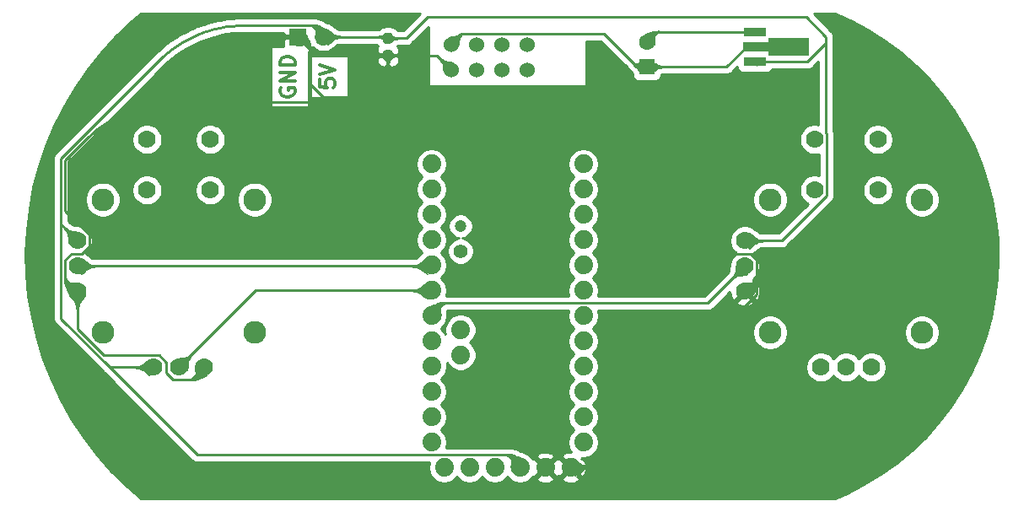
<source format=gbr>
%TF.GenerationSoftware,KiCad,Pcbnew,(5.1.8)-1*%
%TF.CreationDate,2021-02-18T11:59:36+08:00*%
%TF.ProjectId,remoter,72656d6f-7465-4722-9e6b-696361645f70,rev?*%
%TF.SameCoordinates,Original*%
%TF.FileFunction,Copper,L1,Top*%
%TF.FilePolarity,Positive*%
%FSLAX46Y46*%
G04 Gerber Fmt 4.6, Leading zero omitted, Abs format (unit mm)*
G04 Created by KiCad (PCBNEW (5.1.8)-1) date 2021-02-18 11:59:36*
%MOMM*%
%LPD*%
G01*
G04 APERTURE LIST*
%TA.AperFunction,NonConductor*%
%ADD10C,0.300000*%
%TD*%
%TA.AperFunction,ComponentPad*%
%ADD11C,1.879600*%
%TD*%
%TA.AperFunction,ComponentPad*%
%ADD12C,1.400000*%
%TD*%
%TA.AperFunction,ComponentPad*%
%ADD13C,1.200000*%
%TD*%
%TA.AperFunction,SMDPad,CuDef*%
%ADD14C,0.100000*%
%TD*%
%TA.AperFunction,SMDPad,CuDef*%
%ADD15R,2.300000X0.900000*%
%TD*%
%TA.AperFunction,ComponentPad*%
%ADD16C,1.778000*%
%TD*%
%TA.AperFunction,ComponentPad*%
%ADD17C,2.286000*%
%TD*%
%TA.AperFunction,ComponentPad*%
%ADD18C,1.524000*%
%TD*%
%TA.AperFunction,ComponentPad*%
%ADD19O,1.700000X1.700000*%
%TD*%
%TA.AperFunction,ComponentPad*%
%ADD20R,1.700000X1.700000*%
%TD*%
%TA.AperFunction,ComponentPad*%
%ADD21C,1.600000*%
%TD*%
%TA.AperFunction,ComponentPad*%
%ADD22R,1.600000X1.600000*%
%TD*%
%TA.AperFunction,ViaPad*%
%ADD23C,0.800000*%
%TD*%
%TA.AperFunction,ViaPad*%
%ADD24C,0.600000*%
%TD*%
%TA.AperFunction,Conductor*%
%ADD25C,0.250000*%
%TD*%
%TA.AperFunction,Conductor*%
%ADD26C,0.025400*%
%TD*%
%TA.AperFunction,Conductor*%
%ADD27C,0.100000*%
%TD*%
%TA.AperFunction,Conductor*%
%ADD28C,0.254000*%
%TD*%
G04 APERTURE END LIST*
D10*
X99178571Y-77285714D02*
X99178571Y-78000000D01*
X99892857Y-78071428D01*
X99821428Y-78000000D01*
X99750000Y-77857142D01*
X99750000Y-77500000D01*
X99821428Y-77357142D01*
X99892857Y-77285714D01*
X100035714Y-77214285D01*
X100392857Y-77214285D01*
X100535714Y-77285714D01*
X100607142Y-77357142D01*
X100678571Y-77500000D01*
X100678571Y-77857142D01*
X100607142Y-78000000D01*
X100535714Y-78071428D01*
X99178571Y-76785714D02*
X100678571Y-76285714D01*
X99178571Y-75785714D01*
X95250000Y-78142857D02*
X95178571Y-78285714D01*
X95178571Y-78500000D01*
X95250000Y-78714285D01*
X95392857Y-78857142D01*
X95535714Y-78928571D01*
X95821428Y-79000000D01*
X96035714Y-79000000D01*
X96321428Y-78928571D01*
X96464285Y-78857142D01*
X96607142Y-78714285D01*
X96678571Y-78500000D01*
X96678571Y-78357142D01*
X96607142Y-78142857D01*
X96535714Y-78071428D01*
X96035714Y-78071428D01*
X96035714Y-78357142D01*
X96678571Y-77428571D02*
X95178571Y-77428571D01*
X96678571Y-76571428D01*
X95178571Y-76571428D01*
X96678571Y-75857142D02*
X95178571Y-75857142D01*
X95178571Y-75500000D01*
X95250000Y-75285714D01*
X95392857Y-75142857D01*
X95535714Y-75071428D01*
X95821428Y-75000000D01*
X96035714Y-75000000D01*
X96321428Y-75071428D01*
X96464285Y-75142857D01*
X96607142Y-75285714D01*
X96678571Y-75500000D01*
X96678571Y-75857142D01*
D11*
%TO.P,U3,JP1_1*%
%TO.N,Net-(U3-PadJP1_1)*%
X111650000Y-116240000D03*
%TO.P,U3,JP1_2*%
%TO.N,Net-(U3-PadJP1_2)*%
X114190000Y-116240000D03*
%TO.P,U3,JP1_3*%
%TO.N,Net-(U3-PadJP1_3)*%
X116730000Y-116240000D03*
%TO.P,U3,JP1_4*%
%TO.N,/5V*%
X119270000Y-116240000D03*
%TO.P,U3,JP1_5*%
%TO.N,GND*%
X121810000Y-116240000D03*
%TO.P,U3,JP1_6*%
X124350000Y-116240000D03*
%TO.P,U3,JP2_1*%
%TO.N,Net-(U3-PadJP2_1)*%
X113301000Y-102397000D03*
%TO.P,U3,JP2_2*%
%TO.N,Net-(U3-PadJP2_2)*%
X113301000Y-104937000D03*
D12*
%TO.P,U3,JP3_2*%
%TO.N,Net-(U3-PadJP3_2)*%
X113301000Y-94523000D03*
D13*
%TO.P,U3,JP3_1*%
%TO.N,Net-(U3-PadJP3_1)*%
X113301000Y-91983000D03*
D11*
%TO.P,U3,JP6_1*%
%TO.N,Net-(U3-PadJP6_1)*%
X110380000Y-113700000D03*
%TO.P,U3,JP6_2*%
%TO.N,Net-(U3-PadJP6_2)*%
X110380000Y-111160000D03*
%TO.P,U3,JP6_3*%
%TO.N,Net-(U3-PadJP6_3)*%
X110380000Y-108620000D03*
%TO.P,U3,JP6_4*%
%TO.N,Net-(U3-PadJP6_4)*%
X110380000Y-106080000D03*
%TO.P,U3,JP6_5*%
%TO.N,Net-(U3-PadJP6_5)*%
X110380000Y-103540000D03*
%TO.P,U3,JP6_6*%
%TO.N,Net-(U3-PadJP6_6)*%
X110380000Y-101000000D03*
%TO.P,U3,JP6_7*%
%TO.N,Net-(U3-PadJP6_7)*%
X110380000Y-98460000D03*
%TO.P,U3,JP6_8*%
%TO.N,Net-(U3-PadJP6_8)*%
X110380000Y-95920000D03*
%TO.P,U3,JP6_9*%
%TO.N,Net-(U1-Pad5)*%
X110380000Y-93380000D03*
%TO.P,U3,JP6_10*%
%TO.N,Net-(U1-Pad7)*%
X110380000Y-90840000D03*
%TO.P,U3,JP6_11*%
%TO.N,Net-(U1-Pad6)*%
X110380000Y-88300000D03*
%TO.P,U3,JP6_12*%
%TO.N,Net-(U3-PadJP6_12)*%
X110380000Y-85760000D03*
%TO.P,U3,JP7_1*%
%TO.N,Net-(U3-PadJP7_1)*%
X125620000Y-85760000D03*
%TO.P,U3,JP7_2*%
%TO.N,Net-(U1-Pad4)*%
X125620000Y-88300000D03*
%TO.P,U3,JP7_3*%
%TO.N,Net-(U1-Pad3)*%
X125620000Y-90840000D03*
%TO.P,U3,JP7_4*%
%TO.N,Net-(U3-PadJP7_4)*%
X125620000Y-93380000D03*
%TO.P,U3,JP7_5*%
%TO.N,Net-(U3-PadJP7_5)*%
X125620000Y-95920000D03*
%TO.P,U3,JP7_6*%
%TO.N,Net-(U3-PadJP7_6)*%
X125620000Y-98460000D03*
%TO.P,U3,JP7_7*%
%TO.N,Net-(U3-PadJP7_7)*%
X125620000Y-101000000D03*
%TO.P,U3,JP7_8*%
%TO.N,Net-(U3-PadJP6_7)*%
X125620000Y-103540000D03*
%TO.P,U3,JP7_9*%
%TO.N,Net-(U3-PadJP7_9)*%
X125620000Y-106080000D03*
%TO.P,U3,JP7_10*%
%TO.N,Net-(U3-PadJP7_10)*%
X125620000Y-108620000D03*
%TO.P,U3,JP7_11*%
%TO.N,Net-(U3-PadJP7_11)*%
X125620000Y-111160000D03*
%TO.P,U3,JP7_12*%
%TO.N,Net-(U3-PadJP7_12)*%
X125620000Y-113700000D03*
%TD*%
%TA.AperFunction,SMDPad,CuDef*%
D14*
%TO.P,U2,2*%
%TO.N,Net-(C2-Pad1)*%
G36*
X148300000Y-74866500D02*
G01*
X144175000Y-74866500D01*
X144175000Y-74450000D01*
X141700000Y-74450000D01*
X141700000Y-73550000D01*
X144175000Y-73550000D01*
X144175000Y-73133500D01*
X148300000Y-73133500D01*
X148300000Y-74866500D01*
G37*
%TD.AperFunction*%
D15*
%TO.P,U2,3*%
%TO.N,/5V*%
X142850000Y-75500000D03*
%TO.P,U2,1*%
%TO.N,GND*%
X142850000Y-72500000D03*
%TD*%
D16*
%TO.P,U5,V3*%
%TO.N,GND*%
X141840000Y-98540000D03*
%TO.P,U5,V2*%
%TO.N,Net-(U3-PadJP6_6)*%
X141840000Y-96000000D03*
%TO.P,U5,V1*%
%TO.N,/5V*%
X141840000Y-93460000D03*
D17*
%TO.P,U5,S4*%
%TO.N,Net-(U5-PadS1)*%
X159620000Y-89332500D03*
%TO.P,U5,S3*%
X159620000Y-102667500D03*
%TO.P,U5,S2*%
X144380000Y-102667500D03*
%TO.P,U5,S1*%
X144380000Y-89332500D03*
D16*
%TO.P,U5,H3*%
%TO.N,Net-(U5-PadH3)*%
X154540000Y-106160000D03*
%TO.P,U5,H2*%
%TO.N,Net-(U5-PadH2)*%
X152000000Y-106160000D03*
%TO.P,U5,H1*%
%TO.N,Net-(U5-PadH1)*%
X149460000Y-106160000D03*
%TO.P,U5,B2B*%
%TO.N,N/C*%
X155175000Y-88380000D03*
%TO.P,U5,B2A*%
%TO.N,Net-(U5-PadB2A)*%
X148825000Y-88380000D03*
%TO.P,U5,B1B*%
%TO.N,N/C*%
X155175000Y-83300000D03*
%TO.P,U5,B1A*%
%TO.N,Net-(U5-PadB1A)*%
X148825000Y-83300000D03*
%TD*%
%TO.P,U4,V3*%
%TO.N,GND*%
X74840000Y-98540000D03*
%TO.P,U4,V2*%
%TO.N,Net-(U3-PadJP6_8)*%
X74840000Y-96000000D03*
%TO.P,U4,V1*%
%TO.N,/5V*%
X74840000Y-93460000D03*
D17*
%TO.P,U4,S4*%
%TO.N,Net-(U4-PadS1)*%
X92620000Y-89332500D03*
%TO.P,U4,S3*%
X92620000Y-102667500D03*
%TO.P,U4,S2*%
X77380000Y-102667500D03*
%TO.P,U4,S1*%
X77380000Y-89332500D03*
D16*
%TO.P,U4,H3*%
%TO.N,GND*%
X87540000Y-106160000D03*
%TO.P,U4,H2*%
%TO.N,Net-(U3-PadJP6_7)*%
X85000000Y-106160000D03*
%TO.P,U4,H1*%
%TO.N,/5V*%
X82460000Y-106160000D03*
%TO.P,U4,B2B*%
%TO.N,N/C*%
X88175000Y-88380000D03*
%TO.P,U4,B2A*%
%TO.N,Net-(U4-PadB2A)*%
X81825000Y-88380000D03*
%TO.P,U4,B1B*%
%TO.N,N/C*%
X88175000Y-83300000D03*
%TO.P,U4,B1A*%
%TO.N,Net-(U4-PadB1A)*%
X81825000Y-83300000D03*
%TD*%
D18*
%TO.P,U1,8*%
%TO.N,Net-(U1-Pad8)*%
X119951100Y-73744500D03*
%TO.P,U1,7*%
%TO.N,Net-(U1-Pad7)*%
X119951100Y-76284400D03*
%TO.P,U1,6*%
%TO.N,Net-(U1-Pad6)*%
X117411100Y-73744500D03*
%TO.P,U1,5*%
%TO.N,Net-(U1-Pad5)*%
X117411100Y-76284400D03*
%TO.P,U1,4*%
%TO.N,Net-(U1-Pad4)*%
X114871100Y-73744500D03*
%TO.P,U1,3*%
%TO.N,Net-(U1-Pad3)*%
X114871100Y-76284400D03*
%TO.P,U1,2*%
%TO.N,Net-(C2-Pad1)*%
X112331100Y-73744500D03*
%TO.P,U1,1*%
%TO.N,GND*%
X112331100Y-76284400D03*
%TD*%
D19*
%TO.P,J1,2*%
%TO.N,/5V*%
X99540000Y-73000000D03*
D20*
%TO.P,J1,1*%
%TO.N,GND*%
X97000000Y-73000000D03*
%TD*%
D21*
%TO.P,C2,2*%
%TO.N,GND*%
X132000000Y-73500000D03*
D22*
%TO.P,C2,1*%
%TO.N,Net-(C2-Pad1)*%
X132000000Y-76000000D03*
%TD*%
%TO.P,C1,2*%
%TO.N,GND*%
%TA.AperFunction,SMDPad,CuDef*%
G36*
G01*
X105762500Y-74325000D02*
X106237500Y-74325000D01*
G75*
G02*
X106475000Y-74562500I0J-237500D01*
G01*
X106475000Y-75162500D01*
G75*
G02*
X106237500Y-75400000I-237500J0D01*
G01*
X105762500Y-75400000D01*
G75*
G02*
X105525000Y-75162500I0J237500D01*
G01*
X105525000Y-74562500D01*
G75*
G02*
X105762500Y-74325000I237500J0D01*
G01*
G37*
%TD.AperFunction*%
%TO.P,C1,1*%
%TO.N,/5V*%
%TA.AperFunction,SMDPad,CuDef*%
G36*
G01*
X105762500Y-72600000D02*
X106237500Y-72600000D01*
G75*
G02*
X106475000Y-72837500I0J-237500D01*
G01*
X106475000Y-73437500D01*
G75*
G02*
X106237500Y-73675000I-237500J0D01*
G01*
X105762500Y-73675000D01*
G75*
G02*
X105525000Y-73437500I0J237500D01*
G01*
X105525000Y-72837500D01*
G75*
G02*
X105762500Y-72600000I237500J0D01*
G01*
G37*
%TD.AperFunction*%
%TD*%
D23*
%TO.N,GND*%
X142850000Y-72500000D03*
D24*
X140000000Y-82000000D03*
%TD*%
D25*
%TO.N,GND*%
X98175001Y-74175001D02*
X98175001Y-77692547D01*
X98175001Y-77692547D02*
X99482454Y-79000000D01*
X97000000Y-73000000D02*
X98175001Y-74175001D01*
X106000000Y-74862500D02*
X106000000Y-79000000D01*
X110909200Y-74862500D02*
X112331100Y-76284400D01*
X106000000Y-74862500D02*
X110909200Y-74862500D01*
X133000000Y-72500000D02*
X142850000Y-72500000D01*
X132000000Y-73500000D02*
X133000000Y-72500000D01*
X142850000Y-72500000D02*
X142850000Y-72500000D01*
X143054001Y-97325999D02*
X141840000Y-98540000D01*
X142422721Y-94785999D02*
X143054001Y-95417279D01*
X139785999Y-94785999D02*
X142422721Y-94785999D01*
X137000000Y-92000000D02*
X139785999Y-94785999D01*
X137000000Y-85000000D02*
X137000000Y-92000000D01*
X137000000Y-85000000D02*
X137000000Y-84000000D01*
X137000000Y-84000000D02*
X132000000Y-79000000D01*
X106000000Y-79000000D02*
X132000000Y-79000000D01*
X140000000Y-82000000D02*
X135000000Y-82000000D01*
X99482454Y-79000000D02*
X100000000Y-79000000D01*
X100000000Y-79000000D02*
X99491453Y-79508547D01*
X100000000Y-79000000D02*
X106000000Y-79000000D01*
X73625999Y-95417279D02*
X73625999Y-97325999D01*
X74257279Y-94785999D02*
X73625999Y-95417279D01*
X75310723Y-94785999D02*
X74257279Y-94785999D01*
X76054001Y-94042721D02*
X75310723Y-94785999D01*
X76054001Y-92877279D02*
X76054001Y-94042721D01*
X73625999Y-90449277D02*
X76054001Y-92877279D01*
X73625999Y-97325999D02*
X74840000Y-98540000D01*
X73625999Y-85374001D02*
X73625999Y-90449277D01*
X84417279Y-107374001D02*
X86325999Y-107374001D01*
X83785999Y-106742721D02*
X84417279Y-107374001D01*
X83785999Y-105689277D02*
X83785999Y-106742721D01*
X83042721Y-104945999D02*
X83785999Y-105689277D01*
X77485857Y-104945999D02*
X83042721Y-104945999D01*
X86325999Y-107374001D02*
X87540000Y-106160000D01*
X74840000Y-102300142D02*
X77485857Y-104945999D01*
X74840000Y-98540000D02*
X74840000Y-102300142D01*
X143054001Y-98865076D02*
X143054001Y-97054001D01*
X125679077Y-116240000D02*
X143054001Y-98865076D01*
X124350000Y-116240000D02*
X125679077Y-116240000D01*
X143054001Y-97054001D02*
X143054001Y-97325999D01*
X143054001Y-95417279D02*
X143054001Y-97054001D01*
X84491453Y-79508547D02*
X99491453Y-79508547D01*
X84491453Y-79508547D02*
X83899153Y-79523086D01*
X83899153Y-79523086D02*
X83308281Y-79566672D01*
X83308281Y-79566672D02*
X82720259Y-79639197D01*
X82720259Y-79639197D02*
X82136504Y-79740488D01*
X82136504Y-79740488D02*
X81558422Y-79870301D01*
X81558422Y-79870301D02*
X80987407Y-80028322D01*
X80987407Y-80028322D02*
X80424832Y-80214172D01*
X80424832Y-80214172D02*
X79872055Y-80427401D01*
X79872055Y-80427401D02*
X79330406Y-80667498D01*
X79330406Y-80667498D02*
X78801191Y-80933882D01*
X78801191Y-80933882D02*
X78285683Y-81225913D01*
X78285683Y-81225913D02*
X77785127Y-81542888D01*
X77785127Y-81542888D02*
X77300726Y-81884041D01*
X77300726Y-81884041D02*
X76833648Y-82248552D01*
X76833648Y-82248552D02*
X76385019Y-82635542D01*
X76385019Y-82635542D02*
X75955919Y-83044080D01*
X75955919Y-83044080D02*
X73625999Y-85374001D01*
%TO.N,/5V*%
X105862500Y-73000000D02*
X106000000Y-73137500D01*
X99540000Y-73000000D02*
X105862500Y-73000000D01*
X148126136Y-75500000D02*
X142850000Y-75500000D01*
X150000000Y-73626136D02*
X148126136Y-75500000D01*
X150000000Y-73000000D02*
X150000000Y-73626136D01*
X110000000Y-71000000D02*
X148000000Y-71000000D01*
X148000000Y-71000000D02*
X150000000Y-73000000D01*
X107862500Y-73137500D02*
X110000000Y-71000000D01*
X106000000Y-73137500D02*
X107862500Y-73137500D01*
X145541722Y-93460000D02*
X141840000Y-93460000D01*
X150039001Y-88962721D02*
X145541722Y-93460000D01*
X150039001Y-82717279D02*
X150039001Y-88962721D01*
X150000000Y-82678278D02*
X150039001Y-82717279D01*
X150000000Y-73626136D02*
X150000000Y-82678278D01*
X73175989Y-85187601D02*
X73175989Y-91795989D01*
X73175989Y-91795989D02*
X74840000Y-93460000D01*
X78063448Y-106160000D02*
X82460000Y-106160000D01*
X73175989Y-101272541D02*
X78063448Y-106160000D01*
X73175989Y-91795989D02*
X73175989Y-101272541D01*
X86878647Y-114975199D02*
X78063448Y-106160000D01*
X118005199Y-114975199D02*
X86878647Y-114975199D01*
X119270000Y-116240000D02*
X118005199Y-114975199D01*
X99540000Y-73000000D02*
X98364999Y-71824999D01*
X83003057Y-75360532D02*
X73175989Y-85187601D01*
X83003057Y-75360532D02*
X83432156Y-74951993D01*
X83432156Y-74951993D02*
X83880786Y-74565003D01*
X83880786Y-74565003D02*
X84347863Y-74200492D01*
X84347863Y-74200492D02*
X84832264Y-73859339D01*
X84832264Y-73859339D02*
X85332821Y-73542365D01*
X85332821Y-73542365D02*
X85848328Y-73250334D01*
X85848328Y-73250334D02*
X86377544Y-72983949D01*
X86377544Y-72983949D02*
X86919193Y-72743853D01*
X86919193Y-72743853D02*
X87471970Y-72530623D01*
X87471970Y-72530623D02*
X88034544Y-72344774D01*
X88034544Y-72344774D02*
X88605560Y-72186752D01*
X88605560Y-72186752D02*
X89183642Y-72056940D01*
X89183642Y-72056940D02*
X89767397Y-71955649D01*
X89767397Y-71955649D02*
X90355419Y-71883123D01*
X90355419Y-71883123D02*
X90946291Y-71839538D01*
X90946291Y-71839538D02*
X91538591Y-71824999D01*
X91538591Y-71824999D02*
X98364999Y-71824999D01*
%TO.N,Net-(C2-Pad1)*%
X132000000Y-76000000D02*
X131000000Y-76000000D01*
X113418101Y-72657499D02*
X112331100Y-73744500D01*
X127657499Y-72657499D02*
X113418101Y-72657499D01*
X131000000Y-76000000D02*
X127657499Y-72657499D01*
X132000000Y-76000000D02*
X140000000Y-76000000D01*
X142000000Y-74000000D02*
X142937500Y-74000000D01*
X140000000Y-76000000D02*
X142000000Y-74000000D01*
%TO.N,Net-(U3-PadJP6_6)*%
X138104801Y-99735199D02*
X111644801Y-99735199D01*
X141840000Y-96000000D02*
X138104801Y-99735199D01*
X111644801Y-99735199D02*
X110380000Y-101000000D01*
%TO.N,Net-(U3-PadJP6_7)*%
X92700000Y-98460000D02*
X110380000Y-98460000D01*
X85000000Y-106160000D02*
X92700000Y-98460000D01*
%TO.N,Net-(U3-PadJP6_8)*%
X74840000Y-96000000D02*
X110300000Y-96000000D01*
%TD*%
D26*
%TO.N,GND*%
X97794140Y-72733582D02*
X97860352Y-72905518D01*
X97860671Y-72906271D01*
X97930573Y-73057883D01*
X97930850Y-73058448D01*
X97999508Y-73189821D01*
X97999636Y-73190059D01*
X98065138Y-73309156D01*
X98125480Y-73423753D01*
X98178828Y-73541846D01*
X98223461Y-73671587D01*
X98257650Y-73821262D01*
X98279562Y-73999126D01*
X98286834Y-74200598D01*
X98061233Y-74200598D01*
X98041052Y-74036704D01*
X98040507Y-74034275D01*
X98039674Y-74032320D01*
X97978687Y-73916977D01*
X97977313Y-73914900D01*
X97974774Y-73912531D01*
X97879863Y-73845665D01*
X97877697Y-73844437D01*
X97875514Y-73843698D01*
X97752186Y-73814092D01*
X97749531Y-73813745D01*
X97603298Y-73810177D01*
X97602117Y-73810203D01*
X97438487Y-73821454D01*
X97438287Y-73821469D01*
X97263047Y-73836295D01*
X97082089Y-73843488D01*
X96901041Y-73831987D01*
X96733556Y-73792807D01*
X96712436Y-72712436D01*
X97794140Y-72733582D01*
%TA.AperFunction,Conductor*%
D27*
G36*
X97794140Y-72733582D02*
G01*
X97860352Y-72905518D01*
X97860671Y-72906271D01*
X97930573Y-73057883D01*
X97930850Y-73058448D01*
X97999508Y-73189821D01*
X97999636Y-73190059D01*
X98065138Y-73309156D01*
X98125480Y-73423753D01*
X98178828Y-73541846D01*
X98223461Y-73671587D01*
X98257650Y-73821262D01*
X98279562Y-73999126D01*
X98286834Y-74200598D01*
X98061233Y-74200598D01*
X98041052Y-74036704D01*
X98040507Y-74034275D01*
X98039674Y-74032320D01*
X97978687Y-73916977D01*
X97977313Y-73914900D01*
X97974774Y-73912531D01*
X97879863Y-73845665D01*
X97877697Y-73844437D01*
X97875514Y-73843698D01*
X97752186Y-73814092D01*
X97749531Y-73813745D01*
X97603298Y-73810177D01*
X97602117Y-73810203D01*
X97438487Y-73821454D01*
X97438287Y-73821469D01*
X97263047Y-73836295D01*
X97082089Y-73843488D01*
X96901041Y-73831987D01*
X96733556Y-73792807D01*
X96712436Y-72712436D01*
X97794140Y-72733582D01*
G37*
%TD.AperFunction*%
%TD*%
D26*
%TO.N,GND*%
X106411987Y-75071737D02*
X106371481Y-75148531D01*
X106327645Y-75220287D01*
X106285430Y-75283192D01*
X106245642Y-75341284D01*
X106245408Y-75341638D01*
X106209201Y-75398481D01*
X106208705Y-75399332D01*
X106177005Y-75458832D01*
X106176412Y-75460112D01*
X106150145Y-75526176D01*
X106149655Y-75527671D01*
X106129746Y-75604205D01*
X106129458Y-75605655D01*
X106116834Y-75696563D01*
X106116723Y-75697797D01*
X106112803Y-75794800D01*
X105887197Y-75794800D01*
X105883276Y-75697797D01*
X105883165Y-75696563D01*
X105870541Y-75605655D01*
X105870253Y-75604205D01*
X105850344Y-75527671D01*
X105849854Y-75526176D01*
X105823587Y-75460112D01*
X105822994Y-75458832D01*
X105791294Y-75399332D01*
X105790798Y-75398481D01*
X105754591Y-75341638D01*
X105754357Y-75341284D01*
X105714569Y-75283192D01*
X105672354Y-75220287D01*
X105628518Y-75148531D01*
X105588013Y-75071737D01*
X106000000Y-74643322D01*
X106411987Y-75071737D01*
%TA.AperFunction,Conductor*%
D27*
G36*
X106411987Y-75071737D02*
G01*
X106371481Y-75148531D01*
X106327645Y-75220287D01*
X106285430Y-75283192D01*
X106245642Y-75341284D01*
X106245408Y-75341638D01*
X106209201Y-75398481D01*
X106208705Y-75399332D01*
X106177005Y-75458832D01*
X106176412Y-75460112D01*
X106150145Y-75526176D01*
X106149655Y-75527671D01*
X106129746Y-75604205D01*
X106129458Y-75605655D01*
X106116834Y-75696563D01*
X106116723Y-75697797D01*
X106112803Y-75794800D01*
X105887197Y-75794800D01*
X105883276Y-75697797D01*
X105883165Y-75696563D01*
X105870541Y-75605655D01*
X105870253Y-75604205D01*
X105850344Y-75527671D01*
X105849854Y-75526176D01*
X105823587Y-75460112D01*
X105822994Y-75458832D01*
X105791294Y-75399332D01*
X105790798Y-75398481D01*
X105754591Y-75341638D01*
X105754357Y-75341284D01*
X105714569Y-75283192D01*
X105672354Y-75220287D01*
X105628518Y-75148531D01*
X105588013Y-75071737D01*
X106000000Y-74643322D01*
X106411987Y-75071737D01*
G37*
%TD.AperFunction*%
%TD*%
D26*
%TO.N,GND*%
X111467650Y-75249543D02*
X111468838Y-75250496D01*
X111590752Y-75336763D01*
X111592289Y-75337695D01*
X111706576Y-75396350D01*
X111708278Y-75397072D01*
X111818298Y-75434568D01*
X111819798Y-75434979D01*
X111928914Y-75457771D01*
X111929870Y-75457933D01*
X112041442Y-75472473D01*
X112041713Y-75472505D01*
X112158914Y-75485226D01*
X112284913Y-75502547D01*
X112423059Y-75530858D01*
X112568652Y-75574131D01*
X112587551Y-76540851D01*
X111620831Y-76521952D01*
X111577558Y-76376359D01*
X111549247Y-76238213D01*
X111531926Y-76112214D01*
X111519205Y-75995013D01*
X111519173Y-75994742D01*
X111504633Y-75883170D01*
X111504471Y-75882214D01*
X111481679Y-75773098D01*
X111481268Y-75771598D01*
X111443772Y-75661578D01*
X111443050Y-75659876D01*
X111384395Y-75545589D01*
X111383463Y-75544052D01*
X111297196Y-75422138D01*
X111296243Y-75420950D01*
X111184021Y-75297007D01*
X111343707Y-75137321D01*
X111467650Y-75249543D01*
%TA.AperFunction,Conductor*%
D27*
G36*
X111467650Y-75249543D02*
G01*
X111468838Y-75250496D01*
X111590752Y-75336763D01*
X111592289Y-75337695D01*
X111706576Y-75396350D01*
X111708278Y-75397072D01*
X111818298Y-75434568D01*
X111819798Y-75434979D01*
X111928914Y-75457771D01*
X111929870Y-75457933D01*
X112041442Y-75472473D01*
X112041713Y-75472505D01*
X112158914Y-75485226D01*
X112284913Y-75502547D01*
X112423059Y-75530858D01*
X112568652Y-75574131D01*
X112587551Y-76540851D01*
X111620831Y-76521952D01*
X111577558Y-76376359D01*
X111549247Y-76238213D01*
X111531926Y-76112214D01*
X111519205Y-75995013D01*
X111519173Y-75994742D01*
X111504633Y-75883170D01*
X111504471Y-75882214D01*
X111481679Y-75773098D01*
X111481268Y-75771598D01*
X111443772Y-75661578D01*
X111443050Y-75659876D01*
X111384395Y-75545589D01*
X111383463Y-75544052D01*
X111297196Y-75422138D01*
X111296243Y-75420950D01*
X111184021Y-75297007D01*
X111343707Y-75137321D01*
X111467650Y-75249543D01*
G37*
%TD.AperFunction*%
%TD*%
D26*
%TO.N,GND*%
X106286031Y-74491018D02*
X106357787Y-74534854D01*
X106420692Y-74577069D01*
X106478784Y-74616857D01*
X106479138Y-74617091D01*
X106535981Y-74653298D01*
X106536832Y-74653794D01*
X106596332Y-74685494D01*
X106597612Y-74686087D01*
X106663676Y-74712354D01*
X106665171Y-74712844D01*
X106741705Y-74732753D01*
X106743155Y-74733041D01*
X106834063Y-74745665D01*
X106835297Y-74745776D01*
X106932300Y-74749697D01*
X106932300Y-74975303D01*
X106835297Y-74979223D01*
X106834063Y-74979334D01*
X106743155Y-74991958D01*
X106741705Y-74992246D01*
X106665171Y-75012155D01*
X106663676Y-75012645D01*
X106597612Y-75038912D01*
X106596332Y-75039505D01*
X106536832Y-75071205D01*
X106535981Y-75071701D01*
X106479138Y-75107908D01*
X106478784Y-75108142D01*
X106420692Y-75147930D01*
X106357787Y-75190145D01*
X106286031Y-75233981D01*
X106209237Y-75274487D01*
X105780822Y-74862500D01*
X106209237Y-74450513D01*
X106286031Y-74491018D01*
%TA.AperFunction,Conductor*%
D27*
G36*
X106286031Y-74491018D02*
G01*
X106357787Y-74534854D01*
X106420692Y-74577069D01*
X106478784Y-74616857D01*
X106479138Y-74617091D01*
X106535981Y-74653298D01*
X106536832Y-74653794D01*
X106596332Y-74685494D01*
X106597612Y-74686087D01*
X106663676Y-74712354D01*
X106665171Y-74712844D01*
X106741705Y-74732753D01*
X106743155Y-74733041D01*
X106834063Y-74745665D01*
X106835297Y-74745776D01*
X106932300Y-74749697D01*
X106932300Y-74975303D01*
X106835297Y-74979223D01*
X106834063Y-74979334D01*
X106743155Y-74991958D01*
X106741705Y-74992246D01*
X106665171Y-75012155D01*
X106663676Y-75012645D01*
X106597612Y-75038912D01*
X106596332Y-75039505D01*
X106536832Y-75071205D01*
X106535981Y-75071701D01*
X106479138Y-75107908D01*
X106478784Y-75108142D01*
X106420692Y-75147930D01*
X106357787Y-75190145D01*
X106286031Y-75233981D01*
X106209237Y-75274487D01*
X105780822Y-74862500D01*
X106209237Y-74450513D01*
X106286031Y-74491018D01*
G37*
%TD.AperFunction*%
%TD*%
D26*
%TO.N,GND*%
X143031678Y-72500000D02*
X142673418Y-72844522D01*
X142611880Y-72812482D01*
X142552541Y-72777580D01*
X142499968Y-72744378D01*
X142451143Y-72713525D01*
X142450721Y-72713269D01*
X142402714Y-72685484D01*
X142401841Y-72685023D01*
X142351553Y-72660921D01*
X142350321Y-72660409D01*
X142294646Y-72640599D01*
X142293263Y-72640193D01*
X142229096Y-72625287D01*
X142227784Y-72625054D01*
X142152023Y-72615662D01*
X142150919Y-72615574D01*
X142072700Y-72612750D01*
X142072700Y-72387250D01*
X142150919Y-72384425D01*
X142152023Y-72384337D01*
X142227784Y-72374945D01*
X142229096Y-72374712D01*
X142293263Y-72359806D01*
X142294646Y-72359400D01*
X142350321Y-72339590D01*
X142351553Y-72339078D01*
X142401841Y-72314976D01*
X142402714Y-72314515D01*
X142450721Y-72286730D01*
X142451143Y-72286474D01*
X142499968Y-72255621D01*
X142552541Y-72222419D01*
X142611880Y-72187517D01*
X142673418Y-72155478D01*
X143031678Y-72500000D01*
%TA.AperFunction,Conductor*%
D27*
G36*
X143031678Y-72500000D02*
G01*
X142673418Y-72844522D01*
X142611880Y-72812482D01*
X142552541Y-72777580D01*
X142499968Y-72744378D01*
X142451143Y-72713525D01*
X142450721Y-72713269D01*
X142402714Y-72685484D01*
X142401841Y-72685023D01*
X142351553Y-72660921D01*
X142350321Y-72660409D01*
X142294646Y-72640599D01*
X142293263Y-72640193D01*
X142229096Y-72625287D01*
X142227784Y-72625054D01*
X142152023Y-72615662D01*
X142150919Y-72615574D01*
X142072700Y-72612750D01*
X142072700Y-72387250D01*
X142150919Y-72384425D01*
X142152023Y-72384337D01*
X142227784Y-72374945D01*
X142229096Y-72374712D01*
X142293263Y-72359806D01*
X142294646Y-72359400D01*
X142350321Y-72339590D01*
X142351553Y-72339078D01*
X142401841Y-72314976D01*
X142402714Y-72314515D01*
X142450721Y-72286730D01*
X142451143Y-72286474D01*
X142499968Y-72255621D01*
X142552541Y-72222419D01*
X142611880Y-72187517D01*
X142673418Y-72155478D01*
X143031678Y-72500000D01*
G37*
%TD.AperFunction*%
%TD*%
D26*
%TO.N,GND*%
X143056678Y-72500000D02*
X142651652Y-72889494D01*
X142580288Y-72851960D01*
X142513015Y-72811202D01*
X142453817Y-72772004D01*
X142399134Y-72735210D01*
X142398764Y-72734971D01*
X142345156Y-72701539D01*
X142344300Y-72701050D01*
X142288171Y-72671833D01*
X142286902Y-72671258D01*
X142224623Y-72647087D01*
X142223153Y-72646618D01*
X142151095Y-72628323D01*
X142149676Y-72628047D01*
X142064209Y-72616461D01*
X142063004Y-72616356D01*
X141972700Y-72612792D01*
X141972700Y-72387208D01*
X142063004Y-72383643D01*
X142064209Y-72383538D01*
X142149676Y-72371952D01*
X142151095Y-72371676D01*
X142223153Y-72353381D01*
X142224623Y-72352912D01*
X142286902Y-72328741D01*
X142288171Y-72328166D01*
X142344300Y-72298949D01*
X142345156Y-72298460D01*
X142398764Y-72265028D01*
X142399134Y-72264789D01*
X142453817Y-72227995D01*
X142513015Y-72188797D01*
X142580288Y-72148039D01*
X142651652Y-72110506D01*
X143056678Y-72500000D01*
%TA.AperFunction,Conductor*%
D27*
G36*
X143056678Y-72500000D02*
G01*
X142651652Y-72889494D01*
X142580288Y-72851960D01*
X142513015Y-72811202D01*
X142453817Y-72772004D01*
X142399134Y-72735210D01*
X142398764Y-72734971D01*
X142345156Y-72701539D01*
X142344300Y-72701050D01*
X142288171Y-72671833D01*
X142286902Y-72671258D01*
X142224623Y-72647087D01*
X142223153Y-72646618D01*
X142151095Y-72628323D01*
X142149676Y-72628047D01*
X142064209Y-72616461D01*
X142063004Y-72616356D01*
X141972700Y-72612792D01*
X141972700Y-72387208D01*
X142063004Y-72383643D01*
X142064209Y-72383538D01*
X142149676Y-72371952D01*
X142151095Y-72371676D01*
X142223153Y-72353381D01*
X142224623Y-72352912D01*
X142286902Y-72328741D01*
X142288171Y-72328166D01*
X142344300Y-72298949D01*
X142345156Y-72298460D01*
X142398764Y-72265028D01*
X142399134Y-72264789D01*
X142453817Y-72227995D01*
X142513015Y-72188797D01*
X142580288Y-72148039D01*
X142651652Y-72110506D01*
X143056678Y-72500000D01*
G37*
%TD.AperFunction*%
%TD*%
D26*
%TO.N,GND*%
X133173086Y-72613702D02*
X133029253Y-72630566D01*
X133026821Y-72631097D01*
X133025193Y-72631752D01*
X132918906Y-72683270D01*
X132916783Y-72684570D01*
X132914661Y-72686601D01*
X132848190Y-72766918D01*
X132846798Y-72768982D01*
X132845952Y-72770922D01*
X132810346Y-72875502D01*
X132809744Y-72878205D01*
X132796053Y-73002512D01*
X132795977Y-73003836D01*
X132795252Y-73143332D01*
X132795255Y-73143676D01*
X132798540Y-73293630D01*
X132796901Y-73449117D01*
X132781512Y-73605497D01*
X132745708Y-73750032D01*
X131730114Y-73769886D01*
X131749988Y-72753243D01*
X131913418Y-72693357D01*
X131913768Y-72693222D01*
X132060016Y-72634672D01*
X132060202Y-72634596D01*
X132188382Y-72580911D01*
X132305480Y-72532750D01*
X132418799Y-72490617D01*
X132535580Y-72455023D01*
X132663291Y-72426408D01*
X132809317Y-72405283D01*
X132981048Y-72392193D01*
X133173086Y-72387982D01*
X133173086Y-72613702D01*
%TA.AperFunction,Conductor*%
D27*
G36*
X133173086Y-72613702D02*
G01*
X133029253Y-72630566D01*
X133026821Y-72631097D01*
X133025193Y-72631752D01*
X132918906Y-72683270D01*
X132916783Y-72684570D01*
X132914661Y-72686601D01*
X132848190Y-72766918D01*
X132846798Y-72768982D01*
X132845952Y-72770922D01*
X132810346Y-72875502D01*
X132809744Y-72878205D01*
X132796053Y-73002512D01*
X132795977Y-73003836D01*
X132795252Y-73143332D01*
X132795255Y-73143676D01*
X132798540Y-73293630D01*
X132796901Y-73449117D01*
X132781512Y-73605497D01*
X132745708Y-73750032D01*
X131730114Y-73769886D01*
X131749988Y-72753243D01*
X131913418Y-72693357D01*
X131913768Y-72693222D01*
X132060016Y-72634672D01*
X132060202Y-72634596D01*
X132188382Y-72580911D01*
X132305480Y-72532750D01*
X132418799Y-72490617D01*
X132535580Y-72455023D01*
X132663291Y-72426408D01*
X132809317Y-72405283D01*
X132981048Y-72392193D01*
X133173086Y-72387982D01*
X133173086Y-72613702D01*
G37*
%TD.AperFunction*%
%TD*%
D26*
%TO.N,GND*%
X143158788Y-97488200D02*
X143137434Y-97674876D01*
X143103971Y-97832272D01*
X143060061Y-97968969D01*
X143007303Y-98093500D01*
X142947266Y-98214321D01*
X142881561Y-98339840D01*
X142881467Y-98340024D01*
X142811953Y-98478257D01*
X142811716Y-98478755D01*
X142740134Y-98637976D01*
X142739852Y-98638656D01*
X142670953Y-98819216D01*
X141538648Y-98841352D01*
X141560758Y-97710338D01*
X141735667Y-97669146D01*
X141924123Y-97656449D01*
X142112302Y-97662911D01*
X142294368Y-97677110D01*
X142294581Y-97677124D01*
X142464484Y-97687499D01*
X142465680Y-97687516D01*
X142617452Y-97682468D01*
X142620115Y-97682094D01*
X142748066Y-97650048D01*
X142750411Y-97649210D01*
X142752384Y-97648048D01*
X142850823Y-97577430D01*
X142852694Y-97575788D01*
X142854671Y-97573002D01*
X142917908Y-97452236D01*
X142918841Y-97449928D01*
X142919263Y-97447888D01*
X142940241Y-97276556D01*
X143165869Y-97276556D01*
X143158788Y-97488200D01*
%TA.AperFunction,Conductor*%
D27*
G36*
X143158788Y-97488200D02*
G01*
X143137434Y-97674876D01*
X143103971Y-97832272D01*
X143060061Y-97968969D01*
X143007303Y-98093500D01*
X142947266Y-98214321D01*
X142881561Y-98339840D01*
X142881467Y-98340024D01*
X142811953Y-98478257D01*
X142811716Y-98478755D01*
X142740134Y-98637976D01*
X142739852Y-98638656D01*
X142670953Y-98819216D01*
X141538648Y-98841352D01*
X141560758Y-97710338D01*
X141735667Y-97669146D01*
X141924123Y-97656449D01*
X142112302Y-97662911D01*
X142294368Y-97677110D01*
X142294581Y-97677124D01*
X142464484Y-97687499D01*
X142465680Y-97687516D01*
X142617452Y-97682468D01*
X142620115Y-97682094D01*
X142748066Y-97650048D01*
X142750411Y-97649210D01*
X142752384Y-97648048D01*
X142850823Y-97577430D01*
X142852694Y-97575788D01*
X142854671Y-97573002D01*
X142917908Y-97452236D01*
X142918841Y-97449928D01*
X142919263Y-97447888D01*
X142940241Y-97276556D01*
X143165869Y-97276556D01*
X143158788Y-97488200D01*
G37*
%TD.AperFunction*%
%TD*%
D26*
%TO.N,GND*%
X140131678Y-82000000D02*
X139866915Y-82254610D01*
X139825110Y-82233543D01*
X139781620Y-82210322D01*
X139742394Y-82189152D01*
X139742148Y-82189023D01*
X139705146Y-82170086D01*
X139704559Y-82169804D01*
X139667777Y-82153301D01*
X139666877Y-82152938D01*
X139628257Y-82139044D01*
X139627169Y-82138707D01*
X139584657Y-82127596D01*
X139583553Y-82127359D01*
X139535093Y-82119207D01*
X139534111Y-82119081D01*
X139477647Y-82114061D01*
X139476849Y-82114015D01*
X139422700Y-82112622D01*
X139422700Y-81887378D01*
X139476849Y-81885984D01*
X139477647Y-81885938D01*
X139534111Y-81880918D01*
X139535093Y-81880792D01*
X139583553Y-81872640D01*
X139584657Y-81872403D01*
X139627169Y-81861292D01*
X139628257Y-81860955D01*
X139666877Y-81847061D01*
X139667777Y-81846698D01*
X139704559Y-81830195D01*
X139705146Y-81829913D01*
X139742148Y-81810976D01*
X139742394Y-81810847D01*
X139781620Y-81789677D01*
X139825110Y-81766456D01*
X139866915Y-81745390D01*
X140131678Y-82000000D01*
%TA.AperFunction,Conductor*%
D27*
G36*
X140131678Y-82000000D02*
G01*
X139866915Y-82254610D01*
X139825110Y-82233543D01*
X139781620Y-82210322D01*
X139742394Y-82189152D01*
X139742148Y-82189023D01*
X139705146Y-82170086D01*
X139704559Y-82169804D01*
X139667777Y-82153301D01*
X139666877Y-82152938D01*
X139628257Y-82139044D01*
X139627169Y-82138707D01*
X139584657Y-82127596D01*
X139583553Y-82127359D01*
X139535093Y-82119207D01*
X139534111Y-82119081D01*
X139477647Y-82114061D01*
X139476849Y-82114015D01*
X139422700Y-82112622D01*
X139422700Y-81887378D01*
X139476849Y-81885984D01*
X139477647Y-81885938D01*
X139534111Y-81880918D01*
X139535093Y-81880792D01*
X139583553Y-81872640D01*
X139584657Y-81872403D01*
X139627169Y-81861292D01*
X139628257Y-81860955D01*
X139666877Y-81847061D01*
X139667777Y-81846698D01*
X139704559Y-81830195D01*
X139705146Y-81829913D01*
X139742148Y-81810976D01*
X139742394Y-81810847D01*
X139781620Y-81789677D01*
X139825110Y-81766456D01*
X139866915Y-81745390D01*
X140131678Y-82000000D01*
G37*
%TD.AperFunction*%
%TD*%
D26*
%TO.N,GND*%
X73760736Y-97447888D02*
X73761279Y-97450318D01*
X73762091Y-97452236D01*
X73825328Y-97573002D01*
X73826694Y-97575084D01*
X73829176Y-97577430D01*
X73927615Y-97648048D01*
X73929771Y-97649294D01*
X73931933Y-97650048D01*
X74059884Y-97682094D01*
X74062547Y-97682468D01*
X74214319Y-97687516D01*
X74215515Y-97687499D01*
X74385418Y-97677124D01*
X74385631Y-97677110D01*
X74567697Y-97662911D01*
X74755876Y-97656449D01*
X74944332Y-97669146D01*
X75119242Y-97710338D01*
X75141352Y-98841352D01*
X74009047Y-98819216D01*
X73940147Y-98638656D01*
X73939865Y-98637976D01*
X73868283Y-98478755D01*
X73868046Y-98478257D01*
X73798532Y-98340024D01*
X73798438Y-98339840D01*
X73732733Y-98214321D01*
X73672696Y-98093500D01*
X73619938Y-97968969D01*
X73576028Y-97832272D01*
X73542565Y-97674876D01*
X73521211Y-97488200D01*
X73514131Y-97276556D01*
X73739759Y-97276556D01*
X73760736Y-97447888D01*
%TA.AperFunction,Conductor*%
D27*
G36*
X73760736Y-97447888D02*
G01*
X73761279Y-97450318D01*
X73762091Y-97452236D01*
X73825328Y-97573002D01*
X73826694Y-97575084D01*
X73829176Y-97577430D01*
X73927615Y-97648048D01*
X73929771Y-97649294D01*
X73931933Y-97650048D01*
X74059884Y-97682094D01*
X74062547Y-97682468D01*
X74214319Y-97687516D01*
X74215515Y-97687499D01*
X74385418Y-97677124D01*
X74385631Y-97677110D01*
X74567697Y-97662911D01*
X74755876Y-97656449D01*
X74944332Y-97669146D01*
X75119242Y-97710338D01*
X75141352Y-98841352D01*
X74009047Y-98819216D01*
X73940147Y-98638656D01*
X73939865Y-98637976D01*
X73868283Y-98478755D01*
X73868046Y-98478257D01*
X73798532Y-98340024D01*
X73798438Y-98339840D01*
X73732733Y-98214321D01*
X73672696Y-98093500D01*
X73619938Y-97968969D01*
X73576028Y-97832272D01*
X73542565Y-97674876D01*
X73521211Y-97488200D01*
X73514131Y-97276556D01*
X73739759Y-97276556D01*
X73760736Y-97447888D01*
G37*
%TD.AperFunction*%
%TD*%
D26*
%TO.N,GND*%
X87819216Y-106990953D02*
X87638656Y-107059852D01*
X87637976Y-107060134D01*
X87478755Y-107131716D01*
X87478257Y-107131953D01*
X87340024Y-107201467D01*
X87339840Y-107201561D01*
X87214321Y-107267266D01*
X87093500Y-107327303D01*
X86968969Y-107380061D01*
X86832272Y-107423971D01*
X86674876Y-107457434D01*
X86488200Y-107478788D01*
X86276556Y-107485869D01*
X86276556Y-107260241D01*
X86447888Y-107239263D01*
X86450318Y-107238720D01*
X86452236Y-107237908D01*
X86573002Y-107174671D01*
X86575084Y-107173305D01*
X86577430Y-107170823D01*
X86648048Y-107072384D01*
X86649294Y-107070228D01*
X86650048Y-107068066D01*
X86682094Y-106940115D01*
X86682468Y-106937452D01*
X86687516Y-106785680D01*
X86687499Y-106784484D01*
X86677124Y-106614581D01*
X86677110Y-106614368D01*
X86662911Y-106432302D01*
X86656449Y-106244123D01*
X86669146Y-106055667D01*
X86710338Y-105880758D01*
X87841352Y-105858648D01*
X87819216Y-106990953D01*
%TA.AperFunction,Conductor*%
D27*
G36*
X87819216Y-106990953D02*
G01*
X87638656Y-107059852D01*
X87637976Y-107060134D01*
X87478755Y-107131716D01*
X87478257Y-107131953D01*
X87340024Y-107201467D01*
X87339840Y-107201561D01*
X87214321Y-107267266D01*
X87093500Y-107327303D01*
X86968969Y-107380061D01*
X86832272Y-107423971D01*
X86674876Y-107457434D01*
X86488200Y-107478788D01*
X86276556Y-107485869D01*
X86276556Y-107260241D01*
X86447888Y-107239263D01*
X86450318Y-107238720D01*
X86452236Y-107237908D01*
X86573002Y-107174671D01*
X86575084Y-107173305D01*
X86577430Y-107170823D01*
X86648048Y-107072384D01*
X86649294Y-107070228D01*
X86650048Y-107068066D01*
X86682094Y-106940115D01*
X86682468Y-106937452D01*
X86687516Y-106785680D01*
X86687499Y-106784484D01*
X86677124Y-106614581D01*
X86677110Y-106614368D01*
X86662911Y-106432302D01*
X86656449Y-106244123D01*
X86669146Y-106055667D01*
X86710338Y-105880758D01*
X87841352Y-105858648D01*
X87819216Y-106990953D01*
G37*
%TD.AperFunction*%
%TD*%
D26*
%TO.N,GND*%
X75624491Y-98929597D02*
X75538373Y-99087404D01*
X75445900Y-99224686D01*
X75353826Y-99342233D01*
X75264809Y-99448344D01*
X75264662Y-99448522D01*
X75181627Y-99551245D01*
X75181052Y-99552015D01*
X75106899Y-99659461D01*
X75106078Y-99660825D01*
X75043581Y-99781259D01*
X75042827Y-99783029D01*
X74994755Y-99924716D01*
X74994284Y-99926542D01*
X74963409Y-100097751D01*
X74963224Y-100099343D01*
X74952945Y-100296300D01*
X74727055Y-100296300D01*
X74716775Y-100099343D01*
X74716590Y-100097751D01*
X74685715Y-99926542D01*
X74685244Y-99924716D01*
X74637172Y-99783029D01*
X74636418Y-99781259D01*
X74573921Y-99660825D01*
X74573100Y-99659461D01*
X74498947Y-99552015D01*
X74498372Y-99551245D01*
X74415337Y-99448522D01*
X74415190Y-99448344D01*
X74326173Y-99342233D01*
X74234099Y-99224686D01*
X74141626Y-99087404D01*
X74055509Y-98929597D01*
X74840000Y-98113822D01*
X75624491Y-98929597D01*
%TA.AperFunction,Conductor*%
D27*
G36*
X75624491Y-98929597D02*
G01*
X75538373Y-99087404D01*
X75445900Y-99224686D01*
X75353826Y-99342233D01*
X75264809Y-99448344D01*
X75264662Y-99448522D01*
X75181627Y-99551245D01*
X75181052Y-99552015D01*
X75106899Y-99659461D01*
X75106078Y-99660825D01*
X75043581Y-99781259D01*
X75042827Y-99783029D01*
X74994755Y-99924716D01*
X74994284Y-99926542D01*
X74963409Y-100097751D01*
X74963224Y-100099343D01*
X74952945Y-100296300D01*
X74727055Y-100296300D01*
X74716775Y-100099343D01*
X74716590Y-100097751D01*
X74685715Y-99926542D01*
X74685244Y-99924716D01*
X74637172Y-99783029D01*
X74636418Y-99781259D01*
X74573921Y-99660825D01*
X74573100Y-99659461D01*
X74498947Y-99552015D01*
X74498372Y-99551245D01*
X74415337Y-99448522D01*
X74415190Y-99448344D01*
X74326173Y-99342233D01*
X74234099Y-99224686D01*
X74141626Y-99087404D01*
X74055509Y-98929597D01*
X74840000Y-98113822D01*
X75624491Y-98929597D01*
G37*
%TD.AperFunction*%
%TD*%
D26*
%TO.N,GND*%
X124898169Y-115487121D02*
X125030602Y-115580295D01*
X125153999Y-115677196D01*
X125270796Y-115769652D01*
X125271338Y-115770058D01*
X125383831Y-115849724D01*
X125385219Y-115850579D01*
X125496008Y-115909351D01*
X125498689Y-115910403D01*
X125610376Y-115940177D01*
X125612833Y-115940580D01*
X125614453Y-115940580D01*
X125729639Y-115933251D01*
X125732097Y-115932851D01*
X125733881Y-115932231D01*
X125855167Y-115879694D01*
X125858138Y-115877888D01*
X125979236Y-115779280D01*
X126139001Y-115939045D01*
X125972835Y-116108067D01*
X125972716Y-116108189D01*
X125826067Y-116261414D01*
X125826040Y-116261442D01*
X125700089Y-116393858D01*
X125587290Y-116509339D01*
X125479944Y-116611931D01*
X125370353Y-116705701D01*
X125250777Y-116794743D01*
X125113376Y-116883188D01*
X124950395Y-116975068D01*
X124761956Y-117070419D01*
X123898422Y-116240000D01*
X124761632Y-115409892D01*
X124898169Y-115487121D01*
%TA.AperFunction,Conductor*%
D27*
G36*
X124898169Y-115487121D02*
G01*
X125030602Y-115580295D01*
X125153999Y-115677196D01*
X125270796Y-115769652D01*
X125271338Y-115770058D01*
X125383831Y-115849724D01*
X125385219Y-115850579D01*
X125496008Y-115909351D01*
X125498689Y-115910403D01*
X125610376Y-115940177D01*
X125612833Y-115940580D01*
X125614453Y-115940580D01*
X125729639Y-115933251D01*
X125732097Y-115932851D01*
X125733881Y-115932231D01*
X125855167Y-115879694D01*
X125858138Y-115877888D01*
X125979236Y-115779280D01*
X126139001Y-115939045D01*
X125972835Y-116108067D01*
X125972716Y-116108189D01*
X125826067Y-116261414D01*
X125826040Y-116261442D01*
X125700089Y-116393858D01*
X125587290Y-116509339D01*
X125479944Y-116611931D01*
X125370353Y-116705701D01*
X125250777Y-116794743D01*
X125113376Y-116883188D01*
X124950395Y-116975068D01*
X124761956Y-117070419D01*
X123898422Y-116240000D01*
X124761632Y-115409892D01*
X124898169Y-115487121D01*
G37*
%TD.AperFunction*%
%TD*%
D26*
%TO.N,/5V*%
X100062633Y-72332357D02*
X100193595Y-72420200D01*
X100305874Y-72507559D01*
X100407335Y-72591932D01*
X100407521Y-72592084D01*
X100505807Y-72670721D01*
X100506581Y-72671293D01*
X100609388Y-72741467D01*
X100610750Y-72742277D01*
X100725928Y-72801384D01*
X100727685Y-72802125D01*
X100863086Y-72847566D01*
X100864896Y-72848029D01*
X101028370Y-72877200D01*
X101029946Y-72877380D01*
X101217300Y-72887061D01*
X101217300Y-73112939D01*
X101029946Y-73122619D01*
X101028370Y-73122799D01*
X100864896Y-73151970D01*
X100863086Y-73152433D01*
X100727685Y-73197874D01*
X100725928Y-73198615D01*
X100610750Y-73257722D01*
X100609388Y-73258532D01*
X100506581Y-73328706D01*
X100505807Y-73329278D01*
X100407521Y-73407915D01*
X100407335Y-73408067D01*
X100305874Y-73492440D01*
X100193595Y-73579799D01*
X100062633Y-73667642D01*
X99912601Y-73749395D01*
X99133322Y-73000000D01*
X99912601Y-72250605D01*
X100062633Y-72332357D01*
%TA.AperFunction,Conductor*%
D27*
G36*
X100062633Y-72332357D02*
G01*
X100193595Y-72420200D01*
X100305874Y-72507559D01*
X100407335Y-72591932D01*
X100407521Y-72592084D01*
X100505807Y-72670721D01*
X100506581Y-72671293D01*
X100609388Y-72741467D01*
X100610750Y-72742277D01*
X100725928Y-72801384D01*
X100727685Y-72802125D01*
X100863086Y-72847566D01*
X100864896Y-72848029D01*
X101028370Y-72877200D01*
X101029946Y-72877380D01*
X101217300Y-72887061D01*
X101217300Y-73112939D01*
X101029946Y-73122619D01*
X101028370Y-73122799D01*
X100864896Y-73151970D01*
X100863086Y-73152433D01*
X100727685Y-73197874D01*
X100725928Y-73198615D01*
X100610750Y-73257722D01*
X100609388Y-73258532D01*
X100506581Y-73328706D01*
X100505807Y-73329278D01*
X100407521Y-73407915D01*
X100407335Y-73408067D01*
X100305874Y-73492440D01*
X100193595Y-73579799D01*
X100062633Y-73667642D01*
X99912601Y-73749395D01*
X99133322Y-73000000D01*
X99912601Y-72250605D01*
X100062633Y-72332357D01*
G37*
%TD.AperFunction*%
%TD*%
D26*
%TO.N,/5V*%
X106209903Y-73200585D02*
X105680976Y-73471858D01*
X105625243Y-73417776D01*
X105571675Y-73361218D01*
X105523420Y-73308850D01*
X105523202Y-73308620D01*
X105477287Y-73261215D01*
X105476638Y-73260590D01*
X105429980Y-73218806D01*
X105428815Y-73217880D01*
X105378284Y-73182328D01*
X105376647Y-73181351D01*
X105319110Y-73152639D01*
X105317246Y-73151887D01*
X105249575Y-73130625D01*
X105247813Y-73130207D01*
X105166877Y-73117002D01*
X105165423Y-73116850D01*
X105080200Y-73112878D01*
X105080200Y-72887272D01*
X105188917Y-72883540D01*
X105189916Y-72883466D01*
X105291272Y-72871937D01*
X105292367Y-72871763D01*
X105378521Y-72854248D01*
X105379566Y-72853990D01*
X105454937Y-72831881D01*
X105455735Y-72831617D01*
X105524745Y-72806305D01*
X105525133Y-72806156D01*
X105592163Y-72779050D01*
X105661429Y-72751624D01*
X105737227Y-72725283D01*
X105824159Y-72701313D01*
X105918206Y-72682737D01*
X106209903Y-73200585D01*
%TA.AperFunction,Conductor*%
D27*
G36*
X106209903Y-73200585D02*
G01*
X105680976Y-73471858D01*
X105625243Y-73417776D01*
X105571675Y-73361218D01*
X105523420Y-73308850D01*
X105523202Y-73308620D01*
X105477287Y-73261215D01*
X105476638Y-73260590D01*
X105429980Y-73218806D01*
X105428815Y-73217880D01*
X105378284Y-73182328D01*
X105376647Y-73181351D01*
X105319110Y-73152639D01*
X105317246Y-73151887D01*
X105249575Y-73130625D01*
X105247813Y-73130207D01*
X105166877Y-73117002D01*
X105165423Y-73116850D01*
X105080200Y-73112878D01*
X105080200Y-72887272D01*
X105188917Y-72883540D01*
X105189916Y-72883466D01*
X105291272Y-72871937D01*
X105292367Y-72871763D01*
X105378521Y-72854248D01*
X105379566Y-72853990D01*
X105454937Y-72831881D01*
X105455735Y-72831617D01*
X105524745Y-72806305D01*
X105525133Y-72806156D01*
X105592163Y-72779050D01*
X105661429Y-72751624D01*
X105737227Y-72725283D01*
X105824159Y-72701313D01*
X105918206Y-72682737D01*
X106209903Y-73200585D01*
G37*
%TD.AperFunction*%
%TD*%
D26*
%TO.N,/5V*%
X143119711Y-75148039D02*
X143186984Y-75188797D01*
X143246182Y-75227995D01*
X143300865Y-75264789D01*
X143301235Y-75265028D01*
X143354843Y-75298460D01*
X143355699Y-75298949D01*
X143411828Y-75328166D01*
X143413097Y-75328741D01*
X143475376Y-75352912D01*
X143476846Y-75353381D01*
X143548904Y-75371676D01*
X143550323Y-75371952D01*
X143635790Y-75383538D01*
X143636995Y-75383643D01*
X143727300Y-75387208D01*
X143727300Y-75612792D01*
X143636995Y-75616356D01*
X143635790Y-75616461D01*
X143550323Y-75628047D01*
X143548904Y-75628323D01*
X143476846Y-75646618D01*
X143475376Y-75647087D01*
X143413097Y-75671258D01*
X143411828Y-75671833D01*
X143355699Y-75701050D01*
X143354843Y-75701539D01*
X143301235Y-75734971D01*
X143300865Y-75735210D01*
X143246182Y-75772004D01*
X143186984Y-75811202D01*
X143119711Y-75851960D01*
X143048348Y-75889494D01*
X142643322Y-75500000D01*
X143048348Y-75110506D01*
X143119711Y-75148039D01*
%TA.AperFunction,Conductor*%
D27*
G36*
X143119711Y-75148039D02*
G01*
X143186984Y-75188797D01*
X143246182Y-75227995D01*
X143300865Y-75264789D01*
X143301235Y-75265028D01*
X143354843Y-75298460D01*
X143355699Y-75298949D01*
X143411828Y-75328166D01*
X143413097Y-75328741D01*
X143475376Y-75352912D01*
X143476846Y-75353381D01*
X143548904Y-75371676D01*
X143550323Y-75371952D01*
X143635790Y-75383538D01*
X143636995Y-75383643D01*
X143727300Y-75387208D01*
X143727300Y-75612792D01*
X143636995Y-75616356D01*
X143635790Y-75616461D01*
X143550323Y-75628047D01*
X143548904Y-75628323D01*
X143476846Y-75646618D01*
X143475376Y-75647087D01*
X143413097Y-75671258D01*
X143411828Y-75671833D01*
X143355699Y-75701050D01*
X143354843Y-75701539D01*
X143301235Y-75734971D01*
X143300865Y-75735210D01*
X143246182Y-75772004D01*
X143186984Y-75811202D01*
X143119711Y-75851960D01*
X143048348Y-75889494D01*
X142643322Y-75500000D01*
X143048348Y-75110506D01*
X143119711Y-75148039D01*
G37*
%TD.AperFunction*%
%TD*%
D26*
%TO.N,/5V*%
X106286031Y-72766018D02*
X106357787Y-72809854D01*
X106420692Y-72852069D01*
X106478784Y-72891857D01*
X106479138Y-72892091D01*
X106535981Y-72928298D01*
X106536832Y-72928794D01*
X106596332Y-72960494D01*
X106597612Y-72961087D01*
X106663676Y-72987354D01*
X106665171Y-72987844D01*
X106741705Y-73007753D01*
X106743155Y-73008041D01*
X106834063Y-73020665D01*
X106835297Y-73020776D01*
X106932300Y-73024697D01*
X106932300Y-73250303D01*
X106835297Y-73254223D01*
X106834063Y-73254334D01*
X106743155Y-73266958D01*
X106741705Y-73267246D01*
X106665171Y-73287155D01*
X106663676Y-73287645D01*
X106597612Y-73313912D01*
X106596332Y-73314505D01*
X106536832Y-73346205D01*
X106535981Y-73346701D01*
X106479138Y-73382908D01*
X106478784Y-73383142D01*
X106420692Y-73422930D01*
X106357787Y-73465145D01*
X106286031Y-73508981D01*
X106209237Y-73549487D01*
X105780822Y-73137500D01*
X106209237Y-72725513D01*
X106286031Y-72766018D01*
%TA.AperFunction,Conductor*%
D27*
G36*
X106286031Y-72766018D02*
G01*
X106357787Y-72809854D01*
X106420692Y-72852069D01*
X106478784Y-72891857D01*
X106479138Y-72892091D01*
X106535981Y-72928298D01*
X106536832Y-72928794D01*
X106596332Y-72960494D01*
X106597612Y-72961087D01*
X106663676Y-72987354D01*
X106665171Y-72987844D01*
X106741705Y-73007753D01*
X106743155Y-73008041D01*
X106834063Y-73020665D01*
X106835297Y-73020776D01*
X106932300Y-73024697D01*
X106932300Y-73250303D01*
X106835297Y-73254223D01*
X106834063Y-73254334D01*
X106743155Y-73266958D01*
X106741705Y-73267246D01*
X106665171Y-73287155D01*
X106663676Y-73287645D01*
X106597612Y-73313912D01*
X106596332Y-73314505D01*
X106536832Y-73346205D01*
X106535981Y-73346701D01*
X106479138Y-73382908D01*
X106478784Y-73383142D01*
X106420692Y-73422930D01*
X106357787Y-73465145D01*
X106286031Y-73508981D01*
X106209237Y-73549487D01*
X105780822Y-73137500D01*
X106209237Y-72725513D01*
X106286031Y-72766018D01*
G37*
%TD.AperFunction*%
%TD*%
D26*
%TO.N,/5V*%
X142387404Y-92761626D02*
X142524686Y-92854099D01*
X142642233Y-92946173D01*
X142748344Y-93035190D01*
X142748522Y-93035337D01*
X142851245Y-93118372D01*
X142852015Y-93118947D01*
X142959461Y-93193100D01*
X142960825Y-93193921D01*
X143081259Y-93256418D01*
X143083029Y-93257172D01*
X143224716Y-93305244D01*
X143226542Y-93305715D01*
X143397751Y-93336590D01*
X143399343Y-93336775D01*
X143596300Y-93347055D01*
X143596300Y-93572945D01*
X143399343Y-93583224D01*
X143397751Y-93583409D01*
X143226542Y-93614284D01*
X143224716Y-93614755D01*
X143083029Y-93662827D01*
X143081259Y-93663581D01*
X142960825Y-93726078D01*
X142959461Y-93726899D01*
X142852015Y-93801052D01*
X142851245Y-93801627D01*
X142748522Y-93884662D01*
X142748344Y-93884809D01*
X142642233Y-93973826D01*
X142524686Y-94065900D01*
X142387404Y-94158373D01*
X142229597Y-94244491D01*
X141413822Y-93460000D01*
X142229597Y-92675509D01*
X142387404Y-92761626D01*
%TA.AperFunction,Conductor*%
D27*
G36*
X142387404Y-92761626D02*
G01*
X142524686Y-92854099D01*
X142642233Y-92946173D01*
X142748344Y-93035190D01*
X142748522Y-93035337D01*
X142851245Y-93118372D01*
X142852015Y-93118947D01*
X142959461Y-93193100D01*
X142960825Y-93193921D01*
X143081259Y-93256418D01*
X143083029Y-93257172D01*
X143224716Y-93305244D01*
X143226542Y-93305715D01*
X143397751Y-93336590D01*
X143399343Y-93336775D01*
X143596300Y-93347055D01*
X143596300Y-93572945D01*
X143399343Y-93583224D01*
X143397751Y-93583409D01*
X143226542Y-93614284D01*
X143224716Y-93614755D01*
X143083029Y-93662827D01*
X143081259Y-93663581D01*
X142960825Y-93726078D01*
X142959461Y-93726899D01*
X142852015Y-93801052D01*
X142851245Y-93801627D01*
X142748522Y-93884662D01*
X142748344Y-93884809D01*
X142642233Y-93973826D01*
X142524686Y-94065900D01*
X142387404Y-94158373D01*
X142229597Y-94244491D01*
X141413822Y-93460000D01*
X142229597Y-92675509D01*
X142387404Y-92761626D01*
G37*
%TD.AperFunction*%
%TD*%
D26*
%TO.N,/5V*%
X73824512Y-92270245D02*
X73825768Y-92271240D01*
X73968662Y-92370471D01*
X73970287Y-92371429D01*
X74104467Y-92437625D01*
X74106252Y-92438343D01*
X74235604Y-92479310D01*
X74237148Y-92479695D01*
X74365556Y-92503237D01*
X74366507Y-92503374D01*
X74497859Y-92517296D01*
X74498090Y-92517319D01*
X74636078Y-92529407D01*
X74784288Y-92547418D01*
X74946750Y-92579103D01*
X75119231Y-92629795D01*
X75141352Y-93761352D01*
X74009795Y-93739231D01*
X73959103Y-93566750D01*
X73927418Y-93404288D01*
X73909407Y-93256078D01*
X73897319Y-93118090D01*
X73897296Y-93117859D01*
X73883374Y-92986507D01*
X73883237Y-92985556D01*
X73859695Y-92857148D01*
X73859310Y-92855604D01*
X73818343Y-92726252D01*
X73817625Y-92724467D01*
X73751429Y-92590287D01*
X73750471Y-92588662D01*
X73651240Y-92445768D01*
X73650245Y-92444512D01*
X73518245Y-92297974D01*
X73677974Y-92138245D01*
X73824512Y-92270245D01*
%TA.AperFunction,Conductor*%
D27*
G36*
X73824512Y-92270245D02*
G01*
X73825768Y-92271240D01*
X73968662Y-92370471D01*
X73970287Y-92371429D01*
X74104467Y-92437625D01*
X74106252Y-92438343D01*
X74235604Y-92479310D01*
X74237148Y-92479695D01*
X74365556Y-92503237D01*
X74366507Y-92503374D01*
X74497859Y-92517296D01*
X74498090Y-92517319D01*
X74636078Y-92529407D01*
X74784288Y-92547418D01*
X74946750Y-92579103D01*
X75119231Y-92629795D01*
X75141352Y-93761352D01*
X74009795Y-93739231D01*
X73959103Y-93566750D01*
X73927418Y-93404288D01*
X73909407Y-93256078D01*
X73897319Y-93118090D01*
X73897296Y-93117859D01*
X73883374Y-92986507D01*
X73883237Y-92985556D01*
X73859695Y-92857148D01*
X73859310Y-92855604D01*
X73818343Y-92726252D01*
X73817625Y-92724467D01*
X73751429Y-92590287D01*
X73750471Y-92588662D01*
X73651240Y-92445768D01*
X73650245Y-92444512D01*
X73518245Y-92297974D01*
X73677974Y-92138245D01*
X73824512Y-92270245D01*
G37*
%TD.AperFunction*%
%TD*%
D26*
%TO.N,/5V*%
X82886178Y-106160000D02*
X82070403Y-106944491D01*
X81912595Y-106858373D01*
X81775313Y-106765900D01*
X81657766Y-106673826D01*
X81551655Y-106584809D01*
X81551477Y-106584662D01*
X81448754Y-106501627D01*
X81447984Y-106501052D01*
X81340538Y-106426899D01*
X81339174Y-106426078D01*
X81218740Y-106363581D01*
X81216970Y-106362827D01*
X81075283Y-106314755D01*
X81073457Y-106314284D01*
X80902248Y-106283409D01*
X80900656Y-106283224D01*
X80703700Y-106272945D01*
X80703700Y-106047055D01*
X80900656Y-106036775D01*
X80902248Y-106036590D01*
X81073457Y-106005715D01*
X81075283Y-106005244D01*
X81216970Y-105957172D01*
X81218740Y-105956418D01*
X81339174Y-105893921D01*
X81340538Y-105893100D01*
X81447984Y-105818947D01*
X81448754Y-105818372D01*
X81551477Y-105735337D01*
X81551655Y-105735190D01*
X81657766Y-105646173D01*
X81775313Y-105554099D01*
X81912595Y-105461626D01*
X82070403Y-105375509D01*
X82886178Y-106160000D01*
%TA.AperFunction,Conductor*%
D27*
G36*
X82886178Y-106160000D02*
G01*
X82070403Y-106944491D01*
X81912595Y-106858373D01*
X81775313Y-106765900D01*
X81657766Y-106673826D01*
X81551655Y-106584809D01*
X81551477Y-106584662D01*
X81448754Y-106501627D01*
X81447984Y-106501052D01*
X81340538Y-106426899D01*
X81339174Y-106426078D01*
X81218740Y-106363581D01*
X81216970Y-106362827D01*
X81075283Y-106314755D01*
X81073457Y-106314284D01*
X80902248Y-106283409D01*
X80900656Y-106283224D01*
X80703700Y-106272945D01*
X80703700Y-106047055D01*
X80900656Y-106036775D01*
X80902248Y-106036590D01*
X81073457Y-106005715D01*
X81075283Y-106005244D01*
X81216970Y-105957172D01*
X81218740Y-105956418D01*
X81339174Y-105893921D01*
X81340538Y-105893100D01*
X81447984Y-105818947D01*
X81448754Y-105818372D01*
X81551477Y-105735337D01*
X81551655Y-105735190D01*
X81657766Y-105646173D01*
X81775313Y-105554099D01*
X81912595Y-105461626D01*
X82070403Y-105375509D01*
X82886178Y-106160000D01*
G37*
%TD.AperFunction*%
%TD*%
D26*
%TO.N,/5V*%
X118151441Y-114870123D02*
X118349363Y-114890761D01*
X118516605Y-114923298D01*
X118662122Y-114966270D01*
X118794824Y-115018274D01*
X118923642Y-115077972D01*
X119057260Y-115143910D01*
X119057380Y-115143968D01*
X119204351Y-115214582D01*
X119204770Y-115214775D01*
X119373700Y-115288511D01*
X119374295Y-115288752D01*
X119565889Y-115361094D01*
X119589313Y-116559313D01*
X118392337Y-116535913D01*
X118348596Y-116351408D01*
X118334491Y-116153337D01*
X118340212Y-115955787D01*
X118353852Y-115764823D01*
X118353866Y-115764596D01*
X118363381Y-115586508D01*
X118363388Y-115585296D01*
X118356700Y-115426286D01*
X118356300Y-115423615D01*
X118321353Y-115289616D01*
X118320492Y-115287280D01*
X118319320Y-115285331D01*
X118244057Y-115182273D01*
X118242399Y-115180416D01*
X118239647Y-115178489D01*
X118112010Y-115112304D01*
X118109698Y-115111380D01*
X118107699Y-115110971D01*
X117926798Y-115088951D01*
X117926798Y-114863291D01*
X118151441Y-114870123D01*
%TA.AperFunction,Conductor*%
D27*
G36*
X118151441Y-114870123D02*
G01*
X118349363Y-114890761D01*
X118516605Y-114923298D01*
X118662122Y-114966270D01*
X118794824Y-115018274D01*
X118923642Y-115077972D01*
X119057260Y-115143910D01*
X119057380Y-115143968D01*
X119204351Y-115214582D01*
X119204770Y-115214775D01*
X119373700Y-115288511D01*
X119374295Y-115288752D01*
X119565889Y-115361094D01*
X119589313Y-116559313D01*
X118392337Y-116535913D01*
X118348596Y-116351408D01*
X118334491Y-116153337D01*
X118340212Y-115955787D01*
X118353852Y-115764823D01*
X118353866Y-115764596D01*
X118363381Y-115586508D01*
X118363388Y-115585296D01*
X118356700Y-115426286D01*
X118356300Y-115423615D01*
X118321353Y-115289616D01*
X118320492Y-115287280D01*
X118319320Y-115285331D01*
X118244057Y-115182273D01*
X118242399Y-115180416D01*
X118239647Y-115178489D01*
X118112010Y-115112304D01*
X118109698Y-115111380D01*
X118107699Y-115110971D01*
X117926798Y-115088951D01*
X117926798Y-114863291D01*
X118151441Y-114870123D01*
G37*
%TD.AperFunction*%
%TD*%
D26*
%TO.N,/5V*%
X98540873Y-71720437D02*
X98718737Y-71742349D01*
X98868412Y-71776538D01*
X98998153Y-71821171D01*
X99116246Y-71874519D01*
X99230843Y-71934861D01*
X99349940Y-72000363D01*
X99350178Y-72000491D01*
X99481551Y-72069149D01*
X99482116Y-72069426D01*
X99633728Y-72139328D01*
X99634481Y-72139647D01*
X99806418Y-72205860D01*
X99827564Y-73287564D01*
X98747193Y-73266444D01*
X98708012Y-73098958D01*
X98696511Y-72917910D01*
X98703704Y-72736952D01*
X98718530Y-72561712D01*
X98718545Y-72561512D01*
X98729796Y-72397882D01*
X98729822Y-72396701D01*
X98726254Y-72250468D01*
X98725907Y-72247813D01*
X98696301Y-72124485D01*
X98695486Y-72122133D01*
X98694334Y-72120136D01*
X98627468Y-72025225D01*
X98625842Y-72023340D01*
X98623022Y-72021312D01*
X98507679Y-71960325D01*
X98505375Y-71959382D01*
X98503295Y-71958947D01*
X98339402Y-71938767D01*
X98339402Y-71713166D01*
X98540873Y-71720437D01*
%TA.AperFunction,Conductor*%
D27*
G36*
X98540873Y-71720437D02*
G01*
X98718737Y-71742349D01*
X98868412Y-71776538D01*
X98998153Y-71821171D01*
X99116246Y-71874519D01*
X99230843Y-71934861D01*
X99349940Y-72000363D01*
X99350178Y-72000491D01*
X99481551Y-72069149D01*
X99482116Y-72069426D01*
X99633728Y-72139328D01*
X99634481Y-72139647D01*
X99806418Y-72205860D01*
X99827564Y-73287564D01*
X98747193Y-73266444D01*
X98708012Y-73098958D01*
X98696511Y-72917910D01*
X98703704Y-72736952D01*
X98718530Y-72561712D01*
X98718545Y-72561512D01*
X98729796Y-72397882D01*
X98729822Y-72396701D01*
X98726254Y-72250468D01*
X98725907Y-72247813D01*
X98696301Y-72124485D01*
X98695486Y-72122133D01*
X98694334Y-72120136D01*
X98627468Y-72025225D01*
X98625842Y-72023340D01*
X98623022Y-72021312D01*
X98507679Y-71960325D01*
X98505375Y-71959382D01*
X98503295Y-71958947D01*
X98339402Y-71938767D01*
X98339402Y-71713166D01*
X98540873Y-71720437D01*
G37*
%TD.AperFunction*%
%TD*%
D26*
%TO.N,Net-(C2-Pad1)*%
X132381678Y-76000000D02*
X131649059Y-76704525D01*
X131488477Y-76621011D01*
X131351289Y-76537039D01*
X131237946Y-76453890D01*
X131141061Y-76368712D01*
X131053237Y-76278574D01*
X130967174Y-76180580D01*
X130875681Y-76071975D01*
X130875626Y-76071910D01*
X130771567Y-75950060D01*
X130771355Y-75949818D01*
X130647567Y-75812062D01*
X130647265Y-75811737D01*
X130505145Y-75664288D01*
X130664912Y-75504521D01*
X130759502Y-75583199D01*
X130762032Y-75584838D01*
X130859733Y-75632736D01*
X130862066Y-75633608D01*
X130863299Y-75633871D01*
X130956979Y-75648998D01*
X130960687Y-75649048D01*
X131052119Y-75636824D01*
X131054900Y-75636125D01*
X131145862Y-75601969D01*
X131147511Y-75601212D01*
X131239778Y-75550543D01*
X131240569Y-75550070D01*
X131335916Y-75488309D01*
X131336103Y-75488186D01*
X131436160Y-75420848D01*
X131542483Y-75353481D01*
X131649181Y-75295592D01*
X132381678Y-76000000D01*
%TA.AperFunction,Conductor*%
D27*
G36*
X132381678Y-76000000D02*
G01*
X131649059Y-76704525D01*
X131488477Y-76621011D01*
X131351289Y-76537039D01*
X131237946Y-76453890D01*
X131141061Y-76368712D01*
X131053237Y-76278574D01*
X130967174Y-76180580D01*
X130875681Y-76071975D01*
X130875626Y-76071910D01*
X130771567Y-75950060D01*
X130771355Y-75949818D01*
X130647567Y-75812062D01*
X130647265Y-75811737D01*
X130505145Y-75664288D01*
X130664912Y-75504521D01*
X130759502Y-75583199D01*
X130762032Y-75584838D01*
X130859733Y-75632736D01*
X130862066Y-75633608D01*
X130863299Y-75633871D01*
X130956979Y-75648998D01*
X130960687Y-75649048D01*
X131052119Y-75636824D01*
X131054900Y-75636125D01*
X131145862Y-75601969D01*
X131147511Y-75601212D01*
X131239778Y-75550543D01*
X131240569Y-75550070D01*
X131335916Y-75488309D01*
X131336103Y-75488186D01*
X131436160Y-75420848D01*
X131542483Y-75353481D01*
X131649181Y-75295592D01*
X132381678Y-76000000D01*
G37*
%TD.AperFunction*%
%TD*%
D26*
%TO.N,Net-(C2-Pad1)*%
X113478179Y-72757107D02*
X113365956Y-72881050D01*
X113365003Y-72882238D01*
X113278736Y-73004152D01*
X113277804Y-73005689D01*
X113219149Y-73119976D01*
X113218427Y-73121678D01*
X113180931Y-73231698D01*
X113180520Y-73233198D01*
X113157728Y-73342314D01*
X113157566Y-73343270D01*
X113143026Y-73454842D01*
X113142994Y-73455113D01*
X113130273Y-73572314D01*
X113112952Y-73698313D01*
X113084641Y-73836459D01*
X113041369Y-73982052D01*
X112074649Y-74000951D01*
X112093548Y-73034231D01*
X112239140Y-72990958D01*
X112377286Y-72962647D01*
X112503285Y-72945326D01*
X112620486Y-72932605D01*
X112620757Y-72932573D01*
X112732329Y-72918033D01*
X112733285Y-72917871D01*
X112842401Y-72895079D01*
X112843901Y-72894668D01*
X112953921Y-72857172D01*
X112955623Y-72856450D01*
X113069910Y-72797795D01*
X113071447Y-72796863D01*
X113193361Y-72710596D01*
X113194549Y-72709643D01*
X113318493Y-72597421D01*
X113478179Y-72757107D01*
%TA.AperFunction,Conductor*%
D27*
G36*
X113478179Y-72757107D02*
G01*
X113365956Y-72881050D01*
X113365003Y-72882238D01*
X113278736Y-73004152D01*
X113277804Y-73005689D01*
X113219149Y-73119976D01*
X113218427Y-73121678D01*
X113180931Y-73231698D01*
X113180520Y-73233198D01*
X113157728Y-73342314D01*
X113157566Y-73343270D01*
X113143026Y-73454842D01*
X113142994Y-73455113D01*
X113130273Y-73572314D01*
X113112952Y-73698313D01*
X113084641Y-73836459D01*
X113041369Y-73982052D01*
X112074649Y-74000951D01*
X112093548Y-73034231D01*
X112239140Y-72990958D01*
X112377286Y-72962647D01*
X112503285Y-72945326D01*
X112620486Y-72932605D01*
X112620757Y-72932573D01*
X112732329Y-72918033D01*
X112733285Y-72917871D01*
X112842401Y-72895079D01*
X112843901Y-72894668D01*
X112953921Y-72857172D01*
X112955623Y-72856450D01*
X113069910Y-72797795D01*
X113071447Y-72796863D01*
X113193361Y-72710596D01*
X113194549Y-72709643D01*
X113318493Y-72597421D01*
X113478179Y-72757107D01*
G37*
%TD.AperFunction*%
%TD*%
D26*
%TO.N,Net-(C2-Pad1)*%
X132491001Y-75371807D02*
X132614007Y-75453761D01*
X132719621Y-75535070D01*
X132815252Y-75613502D01*
X132815450Y-75613661D01*
X132908159Y-75686647D01*
X132908940Y-75687215D01*
X133005916Y-75752268D01*
X133007273Y-75753061D01*
X133115837Y-75807801D01*
X133117577Y-75808522D01*
X133245053Y-75850568D01*
X133246836Y-75851016D01*
X133400543Y-75877989D01*
X133402093Y-75878164D01*
X133577300Y-75887071D01*
X133577300Y-76112929D01*
X133402093Y-76121835D01*
X133400543Y-76122010D01*
X133246836Y-76148983D01*
X133245053Y-76149431D01*
X133117577Y-76191477D01*
X133115837Y-76192198D01*
X133007273Y-76246938D01*
X133005916Y-76247731D01*
X132908940Y-76312784D01*
X132908159Y-76313352D01*
X132815450Y-76386338D01*
X132815252Y-76386497D01*
X132719621Y-76464929D01*
X132614007Y-76546238D01*
X132491001Y-76628192D01*
X132350813Y-76704402D01*
X131618322Y-76000000D01*
X132350813Y-75295598D01*
X132491001Y-75371807D01*
%TA.AperFunction,Conductor*%
D27*
G36*
X132491001Y-75371807D02*
G01*
X132614007Y-75453761D01*
X132719621Y-75535070D01*
X132815252Y-75613502D01*
X132815450Y-75613661D01*
X132908159Y-75686647D01*
X132908940Y-75687215D01*
X133005916Y-75752268D01*
X133007273Y-75753061D01*
X133115837Y-75807801D01*
X133117577Y-75808522D01*
X133245053Y-75850568D01*
X133246836Y-75851016D01*
X133400543Y-75877989D01*
X133402093Y-75878164D01*
X133577300Y-75887071D01*
X133577300Y-76112929D01*
X133402093Y-76121835D01*
X133400543Y-76122010D01*
X133246836Y-76148983D01*
X133245053Y-76149431D01*
X133117577Y-76191477D01*
X133115837Y-76192198D01*
X133007273Y-76246938D01*
X133005916Y-76247731D01*
X132908940Y-76312784D01*
X132908159Y-76313352D01*
X132815450Y-76386338D01*
X132815252Y-76386497D01*
X132719621Y-76464929D01*
X132614007Y-76546238D01*
X132491001Y-76628192D01*
X132350813Y-76704402D01*
X131618322Y-76000000D01*
X132350813Y-75295598D01*
X132491001Y-75371807D01*
G37*
%TD.AperFunction*%
%TD*%
D26*
%TO.N,Net-(C2-Pad1)*%
X143144178Y-74000000D02*
X142739152Y-74389494D01*
X142667788Y-74351960D01*
X142600515Y-74311202D01*
X142541317Y-74272004D01*
X142486634Y-74235210D01*
X142486264Y-74234971D01*
X142432656Y-74201539D01*
X142431800Y-74201050D01*
X142375671Y-74171833D01*
X142374402Y-74171258D01*
X142312123Y-74147087D01*
X142310653Y-74146618D01*
X142238595Y-74128323D01*
X142237176Y-74128047D01*
X142151709Y-74116461D01*
X142150504Y-74116356D01*
X142060200Y-74112792D01*
X142060200Y-73887208D01*
X142150504Y-73883643D01*
X142151709Y-73883538D01*
X142237176Y-73871952D01*
X142238595Y-73871676D01*
X142310653Y-73853381D01*
X142312123Y-73852912D01*
X142374402Y-73828741D01*
X142375671Y-73828166D01*
X142431800Y-73798949D01*
X142432656Y-73798460D01*
X142486264Y-73765028D01*
X142486634Y-73764789D01*
X142541317Y-73727995D01*
X142600515Y-73688797D01*
X142667788Y-73648039D01*
X142739152Y-73610506D01*
X143144178Y-74000000D01*
%TA.AperFunction,Conductor*%
D27*
G36*
X143144178Y-74000000D02*
G01*
X142739152Y-74389494D01*
X142667788Y-74351960D01*
X142600515Y-74311202D01*
X142541317Y-74272004D01*
X142486634Y-74235210D01*
X142486264Y-74234971D01*
X142432656Y-74201539D01*
X142431800Y-74201050D01*
X142375671Y-74171833D01*
X142374402Y-74171258D01*
X142312123Y-74147087D01*
X142310653Y-74146618D01*
X142238595Y-74128323D01*
X142237176Y-74128047D01*
X142151709Y-74116461D01*
X142150504Y-74116356D01*
X142060200Y-74112792D01*
X142060200Y-73887208D01*
X142150504Y-73883643D01*
X142151709Y-73883538D01*
X142237176Y-73871952D01*
X142238595Y-73871676D01*
X142310653Y-73853381D01*
X142312123Y-73852912D01*
X142374402Y-73828741D01*
X142375671Y-73828166D01*
X142431800Y-73798949D01*
X142432656Y-73798460D01*
X142486264Y-73765028D01*
X142486634Y-73764789D01*
X142541317Y-73727995D01*
X142600515Y-73688797D01*
X142667788Y-73648039D01*
X142739152Y-73610506D01*
X143144178Y-74000000D01*
G37*
%TD.AperFunction*%
%TD*%
D26*
%TO.N,Net-(U3-PadJP6_6)*%
X142119231Y-96830205D02*
X141946750Y-96880896D01*
X141784288Y-96912581D01*
X141636078Y-96930592D01*
X141498090Y-96942680D01*
X141497859Y-96942703D01*
X141366507Y-96956625D01*
X141365556Y-96956762D01*
X141237148Y-96980304D01*
X141235604Y-96980689D01*
X141106252Y-97021656D01*
X141104467Y-97022374D01*
X140970287Y-97088570D01*
X140968662Y-97089528D01*
X140825768Y-97188759D01*
X140824512Y-97189754D01*
X140677974Y-97321755D01*
X140518245Y-97162026D01*
X140650245Y-97015487D01*
X140651240Y-97014231D01*
X140750471Y-96871337D01*
X140751429Y-96869712D01*
X140817625Y-96735532D01*
X140818343Y-96733747D01*
X140859310Y-96604395D01*
X140859695Y-96602851D01*
X140883237Y-96474443D01*
X140883374Y-96473492D01*
X140897296Y-96342140D01*
X140897319Y-96341909D01*
X140909407Y-96203921D01*
X140927418Y-96055711D01*
X140959103Y-95893249D01*
X141009795Y-95720769D01*
X142141352Y-95698648D01*
X142119231Y-96830205D01*
%TA.AperFunction,Conductor*%
D27*
G36*
X142119231Y-96830205D02*
G01*
X141946750Y-96880896D01*
X141784288Y-96912581D01*
X141636078Y-96930592D01*
X141498090Y-96942680D01*
X141497859Y-96942703D01*
X141366507Y-96956625D01*
X141365556Y-96956762D01*
X141237148Y-96980304D01*
X141235604Y-96980689D01*
X141106252Y-97021656D01*
X141104467Y-97022374D01*
X140970287Y-97088570D01*
X140968662Y-97089528D01*
X140825768Y-97188759D01*
X140824512Y-97189754D01*
X140677974Y-97321755D01*
X140518245Y-97162026D01*
X140650245Y-97015487D01*
X140651240Y-97014231D01*
X140750471Y-96871337D01*
X140751429Y-96869712D01*
X140817625Y-96735532D01*
X140818343Y-96733747D01*
X140859310Y-96604395D01*
X140859695Y-96602851D01*
X140883237Y-96474443D01*
X140883374Y-96473492D01*
X140897296Y-96342140D01*
X140897319Y-96341909D01*
X140909407Y-96203921D01*
X140927418Y-96055711D01*
X140959103Y-95893249D01*
X141009795Y-95720769D01*
X142141352Y-95698648D01*
X142119231Y-96830205D01*
G37*
%TD.AperFunction*%
%TD*%
D26*
%TO.N,Net-(U3-PadJP6_6)*%
X111723202Y-99848951D02*
X111542300Y-99870971D01*
X111539870Y-99871513D01*
X111537989Y-99872304D01*
X111410352Y-99938489D01*
X111408265Y-99939846D01*
X111405942Y-99942273D01*
X111330679Y-100045331D01*
X111329415Y-100047476D01*
X111328646Y-100049616D01*
X111293699Y-100183615D01*
X111293299Y-100186286D01*
X111286611Y-100345296D01*
X111286618Y-100346508D01*
X111296133Y-100524596D01*
X111296147Y-100524823D01*
X111309787Y-100715787D01*
X111315508Y-100913337D01*
X111301403Y-101111408D01*
X111257663Y-101295913D01*
X110060687Y-101319313D01*
X110084111Y-100121094D01*
X110275704Y-100048752D01*
X110276299Y-100048511D01*
X110445229Y-99974775D01*
X110445648Y-99974582D01*
X110592619Y-99903968D01*
X110592739Y-99903910D01*
X110726357Y-99837972D01*
X110855175Y-99778274D01*
X110987877Y-99726270D01*
X111133394Y-99683298D01*
X111300636Y-99650761D01*
X111498558Y-99630123D01*
X111723202Y-99623291D01*
X111723202Y-99848951D01*
%TA.AperFunction,Conductor*%
D27*
G36*
X111723202Y-99848951D02*
G01*
X111542300Y-99870971D01*
X111539870Y-99871513D01*
X111537989Y-99872304D01*
X111410352Y-99938489D01*
X111408265Y-99939846D01*
X111405942Y-99942273D01*
X111330679Y-100045331D01*
X111329415Y-100047476D01*
X111328646Y-100049616D01*
X111293699Y-100183615D01*
X111293299Y-100186286D01*
X111286611Y-100345296D01*
X111286618Y-100346508D01*
X111296133Y-100524596D01*
X111296147Y-100524823D01*
X111309787Y-100715787D01*
X111315508Y-100913337D01*
X111301403Y-101111408D01*
X111257663Y-101295913D01*
X110060687Y-101319313D01*
X110084111Y-100121094D01*
X110275704Y-100048752D01*
X110276299Y-100048511D01*
X110445229Y-99974775D01*
X110445648Y-99974582D01*
X110592619Y-99903968D01*
X110592739Y-99903910D01*
X110726357Y-99837972D01*
X110855175Y-99778274D01*
X110987877Y-99726270D01*
X111133394Y-99683298D01*
X111300636Y-99650761D01*
X111498558Y-99630123D01*
X111723202Y-99623291D01*
X111723202Y-99848951D01*
G37*
%TD.AperFunction*%
%TD*%
D26*
%TO.N,Net-(U3-PadJP6_7)*%
X110831578Y-98460000D02*
X109968266Y-99290205D01*
X109800549Y-99198492D01*
X109655237Y-99100040D01*
X109530993Y-99001826D01*
X109419038Y-98906778D01*
X109418870Y-98906637D01*
X109310553Y-98817851D01*
X109309789Y-98817271D01*
X109196493Y-98737905D01*
X109195126Y-98737071D01*
X109068050Y-98670122D01*
X109066265Y-98669350D01*
X108916607Y-98617816D01*
X108914757Y-98617331D01*
X108733714Y-98584212D01*
X108732100Y-98584023D01*
X108522900Y-98572954D01*
X108522900Y-98347046D01*
X108732100Y-98335976D01*
X108733714Y-98335787D01*
X108914757Y-98302668D01*
X108916607Y-98302183D01*
X109066265Y-98250649D01*
X109068050Y-98249877D01*
X109195126Y-98182928D01*
X109196493Y-98182094D01*
X109309789Y-98102728D01*
X109310553Y-98102148D01*
X109418870Y-98013362D01*
X109419038Y-98013221D01*
X109530993Y-97918173D01*
X109655237Y-97819959D01*
X109800549Y-97721507D01*
X109968266Y-97629795D01*
X110831578Y-98460000D01*
%TA.AperFunction,Conductor*%
D27*
G36*
X110831578Y-98460000D02*
G01*
X109968266Y-99290205D01*
X109800549Y-99198492D01*
X109655237Y-99100040D01*
X109530993Y-99001826D01*
X109419038Y-98906778D01*
X109418870Y-98906637D01*
X109310553Y-98817851D01*
X109309789Y-98817271D01*
X109196493Y-98737905D01*
X109195126Y-98737071D01*
X109068050Y-98670122D01*
X109066265Y-98669350D01*
X108916607Y-98617816D01*
X108914757Y-98617331D01*
X108733714Y-98584212D01*
X108732100Y-98584023D01*
X108522900Y-98572954D01*
X108522900Y-98347046D01*
X108732100Y-98335976D01*
X108733714Y-98335787D01*
X108914757Y-98302668D01*
X108916607Y-98302183D01*
X109066265Y-98250649D01*
X109068050Y-98249877D01*
X109195126Y-98182928D01*
X109196493Y-98182094D01*
X109309789Y-98102728D01*
X109310553Y-98102148D01*
X109418870Y-98013362D01*
X109419038Y-98013221D01*
X109530993Y-97918173D01*
X109655237Y-97819959D01*
X109800549Y-97721507D01*
X109968266Y-97629795D01*
X110831578Y-98460000D01*
G37*
%TD.AperFunction*%
%TD*%
D26*
%TO.N,Net-(U3-PadJP6_7)*%
X86321755Y-104997974D02*
X86189754Y-105144512D01*
X86188759Y-105145768D01*
X86089528Y-105288662D01*
X86088570Y-105290287D01*
X86022374Y-105424467D01*
X86021656Y-105426252D01*
X85980689Y-105555604D01*
X85980304Y-105557148D01*
X85956762Y-105685556D01*
X85956625Y-105686507D01*
X85942703Y-105817859D01*
X85942680Y-105818090D01*
X85930592Y-105956078D01*
X85912581Y-106104288D01*
X85880896Y-106266750D01*
X85830205Y-106439231D01*
X84698648Y-106461352D01*
X84720769Y-105329795D01*
X84893249Y-105279103D01*
X85055711Y-105247418D01*
X85203921Y-105229407D01*
X85341909Y-105217319D01*
X85342140Y-105217296D01*
X85473492Y-105203374D01*
X85474443Y-105203237D01*
X85602851Y-105179695D01*
X85604395Y-105179310D01*
X85733747Y-105138343D01*
X85735532Y-105137625D01*
X85869712Y-105071429D01*
X85871337Y-105070471D01*
X86014231Y-104971240D01*
X86015487Y-104970245D01*
X86162026Y-104838245D01*
X86321755Y-104997974D01*
%TA.AperFunction,Conductor*%
D27*
G36*
X86321755Y-104997974D02*
G01*
X86189754Y-105144512D01*
X86188759Y-105145768D01*
X86089528Y-105288662D01*
X86088570Y-105290287D01*
X86022374Y-105424467D01*
X86021656Y-105426252D01*
X85980689Y-105555604D01*
X85980304Y-105557148D01*
X85956762Y-105685556D01*
X85956625Y-105686507D01*
X85942703Y-105817859D01*
X85942680Y-105818090D01*
X85930592Y-105956078D01*
X85912581Y-106104288D01*
X85880896Y-106266750D01*
X85830205Y-106439231D01*
X84698648Y-106461352D01*
X84720769Y-105329795D01*
X84893249Y-105279103D01*
X85055711Y-105247418D01*
X85203921Y-105229407D01*
X85341909Y-105217319D01*
X85342140Y-105217296D01*
X85473492Y-105203374D01*
X85474443Y-105203237D01*
X85602851Y-105179695D01*
X85604395Y-105179310D01*
X85733747Y-105138343D01*
X85735532Y-105137625D01*
X85869712Y-105071429D01*
X85871337Y-105070471D01*
X86014231Y-104971240D01*
X86015487Y-104970245D01*
X86162026Y-104838245D01*
X86321755Y-104997974D01*
G37*
%TD.AperFunction*%
%TD*%
D26*
%TO.N,Net-(U3-PadJP6_8)*%
X110829950Y-95881707D02*
X110040151Y-96782128D01*
X109859801Y-96702531D01*
X109703529Y-96614384D01*
X109569985Y-96524313D01*
X109449900Y-96435413D01*
X109449830Y-96435362D01*
X109334279Y-96351026D01*
X109333611Y-96350570D01*
X109213667Y-96274231D01*
X109212413Y-96273529D01*
X109078929Y-96208460D01*
X109077273Y-96207793D01*
X108921101Y-96157265D01*
X108919369Y-96156836D01*
X108731363Y-96124120D01*
X108729830Y-96123948D01*
X108512900Y-96112928D01*
X108512900Y-95887036D01*
X108717421Y-95876040D01*
X108719077Y-95875841D01*
X108896032Y-95842698D01*
X108897957Y-95842178D01*
X109043795Y-95790209D01*
X109045678Y-95789360D01*
X109168861Y-95721239D01*
X109170326Y-95720292D01*
X109279320Y-95638693D01*
X109280178Y-95637990D01*
X109383447Y-95545587D01*
X109383717Y-95545338D01*
X109489609Y-95444918D01*
X109606420Y-95339295D01*
X109742543Y-95231132D01*
X109899332Y-95127688D01*
X110829950Y-95881707D01*
%TA.AperFunction,Conductor*%
D27*
G36*
X110829950Y-95881707D02*
G01*
X110040151Y-96782128D01*
X109859801Y-96702531D01*
X109703529Y-96614384D01*
X109569985Y-96524313D01*
X109449900Y-96435413D01*
X109449830Y-96435362D01*
X109334279Y-96351026D01*
X109333611Y-96350570D01*
X109213667Y-96274231D01*
X109212413Y-96273529D01*
X109078929Y-96208460D01*
X109077273Y-96207793D01*
X108921101Y-96157265D01*
X108919369Y-96156836D01*
X108731363Y-96124120D01*
X108729830Y-96123948D01*
X108512900Y-96112928D01*
X108512900Y-95887036D01*
X108717421Y-95876040D01*
X108719077Y-95875841D01*
X108896032Y-95842698D01*
X108897957Y-95842178D01*
X109043795Y-95790209D01*
X109045678Y-95789360D01*
X109168861Y-95721239D01*
X109170326Y-95720292D01*
X109279320Y-95638693D01*
X109280178Y-95637990D01*
X109383447Y-95545587D01*
X109383717Y-95545338D01*
X109489609Y-95444918D01*
X109606420Y-95339295D01*
X109742543Y-95231132D01*
X109899332Y-95127688D01*
X110829950Y-95881707D01*
G37*
%TD.AperFunction*%
%TD*%
D26*
%TO.N,Net-(U3-PadJP6_8)*%
X75387404Y-95301626D02*
X75524686Y-95394099D01*
X75642233Y-95486173D01*
X75748344Y-95575190D01*
X75748522Y-95575337D01*
X75851245Y-95658372D01*
X75852015Y-95658947D01*
X75959461Y-95733100D01*
X75960825Y-95733921D01*
X76081259Y-95796418D01*
X76083029Y-95797172D01*
X76224716Y-95845244D01*
X76226542Y-95845715D01*
X76397751Y-95876590D01*
X76399343Y-95876775D01*
X76596300Y-95887055D01*
X76596300Y-96112945D01*
X76399343Y-96123224D01*
X76397751Y-96123409D01*
X76226542Y-96154284D01*
X76224716Y-96154755D01*
X76083029Y-96202827D01*
X76081259Y-96203581D01*
X75960825Y-96266078D01*
X75959461Y-96266899D01*
X75852015Y-96341052D01*
X75851245Y-96341627D01*
X75748522Y-96424662D01*
X75748344Y-96424809D01*
X75642233Y-96513826D01*
X75524686Y-96605900D01*
X75387404Y-96698373D01*
X75229597Y-96784491D01*
X74413822Y-96000000D01*
X75229597Y-95215509D01*
X75387404Y-95301626D01*
%TA.AperFunction,Conductor*%
D27*
G36*
X75387404Y-95301626D02*
G01*
X75524686Y-95394099D01*
X75642233Y-95486173D01*
X75748344Y-95575190D01*
X75748522Y-95575337D01*
X75851245Y-95658372D01*
X75852015Y-95658947D01*
X75959461Y-95733100D01*
X75960825Y-95733921D01*
X76081259Y-95796418D01*
X76083029Y-95797172D01*
X76224716Y-95845244D01*
X76226542Y-95845715D01*
X76397751Y-95876590D01*
X76399343Y-95876775D01*
X76596300Y-95887055D01*
X76596300Y-96112945D01*
X76399343Y-96123224D01*
X76397751Y-96123409D01*
X76226542Y-96154284D01*
X76224716Y-96154755D01*
X76083029Y-96202827D01*
X76081259Y-96203581D01*
X75960825Y-96266078D01*
X75959461Y-96266899D01*
X75852015Y-96341052D01*
X75851245Y-96341627D01*
X75748522Y-96424662D01*
X75748344Y-96424809D01*
X75642233Y-96513826D01*
X75524686Y-96605900D01*
X75387404Y-96698373D01*
X75229597Y-96784491D01*
X74413822Y-96000000D01*
X75229597Y-95215509D01*
X75387404Y-95301626D01*
G37*
%TD.AperFunction*%
%TD*%
D28*
%TO.N,GND*%
X107547699Y-72377500D02*
X106979645Y-72377500D01*
X106965512Y-72351058D01*
X106856623Y-72218377D01*
X106723942Y-72109488D01*
X106572567Y-72028577D01*
X106408316Y-71978752D01*
X106237500Y-71961928D01*
X105762500Y-71961928D01*
X105591684Y-71978752D01*
X105427433Y-72028577D01*
X105276058Y-72109488D01*
X105143377Y-72218377D01*
X105127632Y-72237562D01*
X105056609Y-72240000D01*
X101246394Y-72240000D01*
X101103040Y-72232593D01*
X101024775Y-72218627D01*
X100979100Y-72203298D01*
X100941766Y-72184139D01*
X100891641Y-72149925D01*
X100816824Y-72090065D01*
X100719852Y-72009425D01*
X100703778Y-71996494D01*
X100590981Y-71908732D01*
X100554767Y-71882548D01*
X100422940Y-71794125D01*
X100373049Y-71763887D01*
X100318341Y-71734077D01*
X100243411Y-71684010D01*
X99973158Y-71572068D01*
X99952022Y-71567864D01*
X99886336Y-71542568D01*
X99767599Y-71487824D01*
X99656179Y-71429593D01*
X99542888Y-71367284D01*
X99532726Y-71361815D01*
X99417672Y-71301233D01*
X99383242Y-71284410D01*
X99264269Y-71230664D01*
X99209412Y-71208892D01*
X99078466Y-71163845D01*
X99013305Y-71145253D01*
X98862334Y-71110768D01*
X98798571Y-71099588D01*
X98619523Y-71077530D01*
X98564784Y-71073178D01*
X98439446Y-71068654D01*
X98402332Y-71064999D01*
X98402321Y-71064999D01*
X98364999Y-71061323D01*
X98327677Y-71064999D01*
X91566575Y-71064999D01*
X91557262Y-71064312D01*
X91529274Y-71064999D01*
X91501258Y-71064999D01*
X91491958Y-71065915D01*
X90946281Y-71079309D01*
X90927613Y-71078851D01*
X90908990Y-71080225D01*
X90890320Y-71080683D01*
X90871785Y-71082969D01*
X90318109Y-71123811D01*
X90299438Y-71124269D01*
X90280901Y-71126555D01*
X90262279Y-71127929D01*
X90243882Y-71131121D01*
X89692873Y-71199082D01*
X89674249Y-71200456D01*
X89655847Y-71203649D01*
X89637313Y-71205935D01*
X89619093Y-71210027D01*
X89072089Y-71304941D01*
X89053551Y-71307227D01*
X89035324Y-71311320D01*
X89016928Y-71314512D01*
X88998934Y-71319492D01*
X88457228Y-71441135D01*
X88438838Y-71444326D01*
X88420851Y-71449304D01*
X88402618Y-71453398D01*
X88384874Y-71459260D01*
X87849824Y-71607329D01*
X87831594Y-71611422D01*
X87813852Y-71617283D01*
X87795861Y-71622262D01*
X87778446Y-71628980D01*
X87251295Y-71803128D01*
X87233280Y-71808113D01*
X87215839Y-71814841D01*
X87198124Y-71820693D01*
X87181066Y-71828254D01*
X86663073Y-72028067D01*
X86645340Y-72033925D01*
X86628265Y-72041494D01*
X86610841Y-72048215D01*
X86594163Y-72056610D01*
X86086618Y-72281589D01*
X86069185Y-72288314D01*
X86052495Y-72296715D01*
X86035431Y-72304279D01*
X86019192Y-72313478D01*
X85523281Y-72563099D01*
X85506208Y-72570667D01*
X85489959Y-72579872D01*
X85473277Y-72588269D01*
X85457500Y-72598260D01*
X84974462Y-72871898D01*
X84957764Y-72880303D01*
X84941969Y-72890305D01*
X84925736Y-72899501D01*
X84910483Y-72910243D01*
X84441437Y-73207265D01*
X84425173Y-73216478D01*
X84409890Y-73227242D01*
X84394126Y-73237224D01*
X84379418Y-73248702D01*
X83925507Y-73568382D01*
X83909717Y-73578381D01*
X83894984Y-73589879D01*
X83879727Y-73600624D01*
X83865596Y-73612814D01*
X83427917Y-73954383D01*
X83412645Y-73965139D01*
X83398500Y-73977341D01*
X83383779Y-73988829D01*
X83370256Y-74001704D01*
X82949866Y-74364334D01*
X82935142Y-74375825D01*
X82921619Y-74388700D01*
X82907477Y-74400899D01*
X82894597Y-74414427D01*
X82499281Y-74790802D01*
X82492054Y-74796733D01*
X82472232Y-74816555D01*
X82451967Y-74835849D01*
X82445871Y-74842916D01*
X72664992Y-84623797D01*
X72635988Y-84647600D01*
X72580860Y-84714775D01*
X72541015Y-84763325D01*
X72502634Y-84835130D01*
X72470443Y-84895355D01*
X72426986Y-85038616D01*
X72415989Y-85150269D01*
X72415989Y-85150279D01*
X72412313Y-85187601D01*
X72415989Y-85224924D01*
X72415990Y-91758647D01*
X72415989Y-91758657D01*
X72415989Y-91758667D01*
X72412313Y-91795989D01*
X72415989Y-91833311D01*
X72415990Y-101235209D01*
X72412313Y-101272541D01*
X72426987Y-101421526D01*
X72470443Y-101564787D01*
X72541015Y-101696817D01*
X72596818Y-101764812D01*
X72635989Y-101812542D01*
X72664987Y-101836340D01*
X77499648Y-106671002D01*
X77523447Y-106700001D01*
X77552451Y-106723804D01*
X86314847Y-115486201D01*
X86338646Y-115515200D01*
X86367644Y-115538998D01*
X86454370Y-115610173D01*
X86570767Y-115672389D01*
X86586400Y-115680745D01*
X86729661Y-115724202D01*
X86841314Y-115735199D01*
X86841324Y-115735199D01*
X86878647Y-115738875D01*
X86915969Y-115735199D01*
X110154544Y-115735199D01*
X110135718Y-115780648D01*
X110075200Y-116084896D01*
X110075200Y-116395104D01*
X110135718Y-116699352D01*
X110254430Y-116985948D01*
X110426773Y-117243877D01*
X110646123Y-117463227D01*
X110904052Y-117635570D01*
X111190648Y-117754282D01*
X111494896Y-117814800D01*
X111805104Y-117814800D01*
X112109352Y-117754282D01*
X112395948Y-117635570D01*
X112653877Y-117463227D01*
X112873227Y-117243877D01*
X112920000Y-117173876D01*
X112966773Y-117243877D01*
X113186123Y-117463227D01*
X113444052Y-117635570D01*
X113730648Y-117754282D01*
X114034896Y-117814800D01*
X114345104Y-117814800D01*
X114649352Y-117754282D01*
X114935948Y-117635570D01*
X115193877Y-117463227D01*
X115413227Y-117243877D01*
X115460000Y-117173876D01*
X115506773Y-117243877D01*
X115726123Y-117463227D01*
X115984052Y-117635570D01*
X116270648Y-117754282D01*
X116574896Y-117814800D01*
X116885104Y-117814800D01*
X117189352Y-117754282D01*
X117475948Y-117635570D01*
X117733877Y-117463227D01*
X117953227Y-117243877D01*
X118000000Y-117173876D01*
X118046773Y-117243877D01*
X118266123Y-117463227D01*
X118524052Y-117635570D01*
X118810648Y-117754282D01*
X119114896Y-117814800D01*
X119425104Y-117814800D01*
X119729352Y-117754282D01*
X120015948Y-117635570D01*
X120273877Y-117463227D01*
X120404628Y-117332476D01*
X120897129Y-117332476D01*
X120985623Y-117590723D01*
X121264976Y-117725597D01*
X121565275Y-117803381D01*
X121874977Y-117821084D01*
X122182184Y-117778027D01*
X122475086Y-117675865D01*
X122634377Y-117590723D01*
X122722871Y-117332476D01*
X121810000Y-116419605D01*
X120897129Y-117332476D01*
X120404628Y-117332476D01*
X120493227Y-117243877D01*
X120584495Y-117107286D01*
X120717524Y-117152871D01*
X121630395Y-116240000D01*
X120717524Y-115327129D01*
X120584495Y-115372714D01*
X120493227Y-115236123D01*
X120404628Y-115147524D01*
X120897129Y-115147524D01*
X121810000Y-116060395D01*
X122722871Y-115147524D01*
X122634377Y-114889277D01*
X122355024Y-114754403D01*
X122054725Y-114676619D01*
X121745023Y-114658916D01*
X121437816Y-114701973D01*
X121144914Y-114804135D01*
X120985623Y-114889277D01*
X120897129Y-115147524D01*
X120404628Y-115147524D01*
X120273877Y-115016773D01*
X120015948Y-114844430D01*
X119729352Y-114725718D01*
X119702687Y-114720414D01*
X119618100Y-114688476D01*
X119474445Y-114625772D01*
X119340939Y-114561627D01*
X119210130Y-114497075D01*
X119196121Y-114490374D01*
X119066824Y-114430454D01*
X119031515Y-114415370D01*
X118897932Y-114363021D01*
X118846081Y-114345243D01*
X118699466Y-114301947D01*
X118640893Y-114287635D01*
X118472496Y-114254873D01*
X118417086Y-114246610D01*
X118218159Y-114225867D01*
X118171604Y-114222736D01*
X118095583Y-114220424D01*
X118042532Y-114215199D01*
X118042521Y-114215199D01*
X118005199Y-114211523D01*
X117967877Y-114215199D01*
X111871149Y-114215199D01*
X111894282Y-114159352D01*
X111954800Y-113855104D01*
X111954800Y-113544896D01*
X111894282Y-113240648D01*
X111775570Y-112954052D01*
X111603227Y-112696123D01*
X111383877Y-112476773D01*
X111313876Y-112430000D01*
X111383877Y-112383227D01*
X111603227Y-112163877D01*
X111775570Y-111905948D01*
X111894282Y-111619352D01*
X111954800Y-111315104D01*
X111954800Y-111004896D01*
X111894282Y-110700648D01*
X111775570Y-110414052D01*
X111603227Y-110156123D01*
X111383877Y-109936773D01*
X111313876Y-109890000D01*
X111383877Y-109843227D01*
X111603227Y-109623877D01*
X111775570Y-109365948D01*
X111894282Y-109079352D01*
X111954800Y-108775104D01*
X111954800Y-108464896D01*
X111894282Y-108160648D01*
X111775570Y-107874052D01*
X111603227Y-107616123D01*
X111383877Y-107396773D01*
X111313876Y-107350000D01*
X111383877Y-107303227D01*
X111603227Y-107083877D01*
X111775570Y-106825948D01*
X111894282Y-106539352D01*
X111954800Y-106235104D01*
X111954800Y-105924896D01*
X111907201Y-105685599D01*
X112077773Y-105940877D01*
X112297123Y-106160227D01*
X112555052Y-106332570D01*
X112841648Y-106451282D01*
X113145896Y-106511800D01*
X113456104Y-106511800D01*
X113760352Y-106451282D01*
X114046948Y-106332570D01*
X114304877Y-106160227D01*
X114524227Y-105940877D01*
X114696570Y-105682948D01*
X114815282Y-105396352D01*
X114875800Y-105092104D01*
X114875800Y-104781896D01*
X114815282Y-104477648D01*
X114696570Y-104191052D01*
X114524227Y-103933123D01*
X114304877Y-103713773D01*
X114234876Y-103667000D01*
X114304877Y-103620227D01*
X114524227Y-103400877D01*
X114696570Y-103142948D01*
X114815282Y-102856352D01*
X114875800Y-102552104D01*
X114875800Y-102241896D01*
X114815282Y-101937648D01*
X114696570Y-101651052D01*
X114524227Y-101393123D01*
X114304877Y-101173773D01*
X114046948Y-101001430D01*
X113760352Y-100882718D01*
X113456104Y-100822200D01*
X113145896Y-100822200D01*
X112841648Y-100882718D01*
X112555052Y-101001430D01*
X112297123Y-101173773D01*
X112077773Y-101393123D01*
X111905430Y-101651052D01*
X111786718Y-101937648D01*
X111726200Y-102241896D01*
X111726200Y-102552104D01*
X111773799Y-102791401D01*
X111603227Y-102536123D01*
X111383877Y-102316773D01*
X111313876Y-102270000D01*
X111383877Y-102223227D01*
X111603227Y-102003877D01*
X111775570Y-101745948D01*
X111894282Y-101459352D01*
X111954800Y-101155104D01*
X111954800Y-101054436D01*
X111961617Y-100958706D01*
X111962955Y-100895220D01*
X111957208Y-100696770D01*
X111955860Y-100669912D01*
X111944463Y-100510339D01*
X111959603Y-100495199D01*
X124124544Y-100495199D01*
X124105718Y-100540648D01*
X124045200Y-100844896D01*
X124045200Y-101155104D01*
X124105718Y-101459352D01*
X124224430Y-101745948D01*
X124396773Y-102003877D01*
X124616123Y-102223227D01*
X124686124Y-102270000D01*
X124616123Y-102316773D01*
X124396773Y-102536123D01*
X124224430Y-102794052D01*
X124105718Y-103080648D01*
X124045200Y-103384896D01*
X124045200Y-103695104D01*
X124105718Y-103999352D01*
X124224430Y-104285948D01*
X124396773Y-104543877D01*
X124616123Y-104763227D01*
X124686124Y-104810000D01*
X124616123Y-104856773D01*
X124396773Y-105076123D01*
X124224430Y-105334052D01*
X124105718Y-105620648D01*
X124045200Y-105924896D01*
X124045200Y-106235104D01*
X124105718Y-106539352D01*
X124224430Y-106825948D01*
X124396773Y-107083877D01*
X124616123Y-107303227D01*
X124686124Y-107350000D01*
X124616123Y-107396773D01*
X124396773Y-107616123D01*
X124224430Y-107874052D01*
X124105718Y-108160648D01*
X124045200Y-108464896D01*
X124045200Y-108775104D01*
X124105718Y-109079352D01*
X124224430Y-109365948D01*
X124396773Y-109623877D01*
X124616123Y-109843227D01*
X124686124Y-109890000D01*
X124616123Y-109936773D01*
X124396773Y-110156123D01*
X124224430Y-110414052D01*
X124105718Y-110700648D01*
X124045200Y-111004896D01*
X124045200Y-111315104D01*
X124105718Y-111619352D01*
X124224430Y-111905948D01*
X124396773Y-112163877D01*
X124616123Y-112383227D01*
X124686124Y-112430000D01*
X124616123Y-112476773D01*
X124396773Y-112696123D01*
X124224430Y-112954052D01*
X124105718Y-113240648D01*
X124045200Y-113544896D01*
X124045200Y-113855104D01*
X124105718Y-114159352D01*
X124224430Y-114445948D01*
X124369976Y-114663772D01*
X124285023Y-114658916D01*
X123977816Y-114701973D01*
X123684914Y-114804135D01*
X123525623Y-114889277D01*
X123437129Y-115147524D01*
X124121381Y-115831776D01*
X123938265Y-116007870D01*
X123257524Y-115327129D01*
X123080000Y-115387961D01*
X122902476Y-115327129D01*
X121989605Y-116240000D01*
X122902476Y-117152871D01*
X123080000Y-117092039D01*
X123257524Y-117152871D01*
X123938265Y-116472130D01*
X124121381Y-116648224D01*
X123437129Y-117332476D01*
X123525623Y-117590723D01*
X123804976Y-117725597D01*
X124105275Y-117803381D01*
X124414977Y-117821084D01*
X124722184Y-117778027D01*
X125015086Y-117675865D01*
X125174377Y-117590723D01*
X125262871Y-117332476D01*
X125024216Y-117093821D01*
X125182307Y-117004698D01*
X125188679Y-117000856D01*
X125250602Y-116960997D01*
X125442476Y-117152871D01*
X125700723Y-117064377D01*
X125835597Y-116785024D01*
X125913381Y-116484725D01*
X125920217Y-116365130D01*
X125927132Y-116357860D01*
X126073076Y-116205372D01*
X126247449Y-116028003D01*
X126262482Y-116009526D01*
X126274218Y-115987570D01*
X126281445Y-115963745D01*
X126283885Y-115938969D01*
X126281445Y-115914193D01*
X126274218Y-115890368D01*
X126262482Y-115868412D01*
X126246688Y-115849166D01*
X126069911Y-115672389D01*
X126040404Y-115650418D01*
X126017440Y-115640803D01*
X125993041Y-115635852D01*
X125968144Y-115635757D01*
X125943708Y-115640520D01*
X125920670Y-115649959D01*
X125899917Y-115663712D01*
X125835214Y-115716399D01*
X125785865Y-115574914D01*
X125700723Y-115415623D01*
X125442478Y-115327130D01*
X125494808Y-115274800D01*
X125775104Y-115274800D01*
X126079352Y-115214282D01*
X126365948Y-115095570D01*
X126623877Y-114923227D01*
X126843227Y-114703877D01*
X127015570Y-114445948D01*
X127134282Y-114159352D01*
X127194800Y-113855104D01*
X127194800Y-113544896D01*
X127134282Y-113240648D01*
X127015570Y-112954052D01*
X126843227Y-112696123D01*
X126623877Y-112476773D01*
X126553876Y-112430000D01*
X126623877Y-112383227D01*
X126843227Y-112163877D01*
X127015570Y-111905948D01*
X127134282Y-111619352D01*
X127194800Y-111315104D01*
X127194800Y-111004896D01*
X127134282Y-110700648D01*
X127015570Y-110414052D01*
X126843227Y-110156123D01*
X126623877Y-109936773D01*
X126553876Y-109890000D01*
X126623877Y-109843227D01*
X126843227Y-109623877D01*
X127015570Y-109365948D01*
X127134282Y-109079352D01*
X127194800Y-108775104D01*
X127194800Y-108464896D01*
X127134282Y-108160648D01*
X127015570Y-107874052D01*
X126843227Y-107616123D01*
X126623877Y-107396773D01*
X126553876Y-107350000D01*
X126623877Y-107303227D01*
X126843227Y-107083877D01*
X127015570Y-106825948D01*
X127134282Y-106539352D01*
X127194800Y-106235104D01*
X127194800Y-106009899D01*
X147936000Y-106009899D01*
X147936000Y-106310101D01*
X147994566Y-106604534D01*
X148109449Y-106881885D01*
X148276232Y-107131493D01*
X148488507Y-107343768D01*
X148738115Y-107510551D01*
X149015466Y-107625434D01*
X149309899Y-107684000D01*
X149610101Y-107684000D01*
X149904534Y-107625434D01*
X150181885Y-107510551D01*
X150431493Y-107343768D01*
X150643768Y-107131493D01*
X150730000Y-107002438D01*
X150816232Y-107131493D01*
X151028507Y-107343768D01*
X151278115Y-107510551D01*
X151555466Y-107625434D01*
X151849899Y-107684000D01*
X152150101Y-107684000D01*
X152444534Y-107625434D01*
X152721885Y-107510551D01*
X152971493Y-107343768D01*
X153183768Y-107131493D01*
X153270000Y-107002438D01*
X153356232Y-107131493D01*
X153568507Y-107343768D01*
X153818115Y-107510551D01*
X154095466Y-107625434D01*
X154389899Y-107684000D01*
X154690101Y-107684000D01*
X154984534Y-107625434D01*
X155261885Y-107510551D01*
X155511493Y-107343768D01*
X155723768Y-107131493D01*
X155890551Y-106881885D01*
X156005434Y-106604534D01*
X156064000Y-106310101D01*
X156064000Y-106009899D01*
X156005434Y-105715466D01*
X155890551Y-105438115D01*
X155723768Y-105188507D01*
X155511493Y-104976232D01*
X155261885Y-104809449D01*
X154984534Y-104694566D01*
X154690101Y-104636000D01*
X154389899Y-104636000D01*
X154095466Y-104694566D01*
X153818115Y-104809449D01*
X153568507Y-104976232D01*
X153356232Y-105188507D01*
X153270000Y-105317562D01*
X153183768Y-105188507D01*
X152971493Y-104976232D01*
X152721885Y-104809449D01*
X152444534Y-104694566D01*
X152150101Y-104636000D01*
X151849899Y-104636000D01*
X151555466Y-104694566D01*
X151278115Y-104809449D01*
X151028507Y-104976232D01*
X150816232Y-105188507D01*
X150730000Y-105317562D01*
X150643768Y-105188507D01*
X150431493Y-104976232D01*
X150181885Y-104809449D01*
X149904534Y-104694566D01*
X149610101Y-104636000D01*
X149309899Y-104636000D01*
X149015466Y-104694566D01*
X148738115Y-104809449D01*
X148488507Y-104976232D01*
X148276232Y-105188507D01*
X148109449Y-105438115D01*
X147994566Y-105715466D01*
X147936000Y-106009899D01*
X127194800Y-106009899D01*
X127194800Y-105924896D01*
X127134282Y-105620648D01*
X127015570Y-105334052D01*
X126843227Y-105076123D01*
X126623877Y-104856773D01*
X126553876Y-104810000D01*
X126623877Y-104763227D01*
X126843227Y-104543877D01*
X127015570Y-104285948D01*
X127134282Y-103999352D01*
X127194800Y-103695104D01*
X127194800Y-103384896D01*
X127134282Y-103080648D01*
X127015570Y-102794052D01*
X126843227Y-102536123D01*
X126799486Y-102492382D01*
X142602000Y-102492382D01*
X142602000Y-102842618D01*
X142670328Y-103186123D01*
X142804357Y-103509699D01*
X142998937Y-103800909D01*
X143246591Y-104048563D01*
X143537801Y-104243143D01*
X143861377Y-104377172D01*
X144204882Y-104445500D01*
X144555118Y-104445500D01*
X144898623Y-104377172D01*
X145222199Y-104243143D01*
X145513409Y-104048563D01*
X145761063Y-103800909D01*
X145955643Y-103509699D01*
X146089672Y-103186123D01*
X146158000Y-102842618D01*
X146158000Y-102492382D01*
X157842000Y-102492382D01*
X157842000Y-102842618D01*
X157910328Y-103186123D01*
X158044357Y-103509699D01*
X158238937Y-103800909D01*
X158486591Y-104048563D01*
X158777801Y-104243143D01*
X159101377Y-104377172D01*
X159444882Y-104445500D01*
X159795118Y-104445500D01*
X160138623Y-104377172D01*
X160462199Y-104243143D01*
X160753409Y-104048563D01*
X161001063Y-103800909D01*
X161195643Y-103509699D01*
X161329672Y-103186123D01*
X161398000Y-102842618D01*
X161398000Y-102492382D01*
X161329672Y-102148877D01*
X161195643Y-101825301D01*
X161001063Y-101534091D01*
X160753409Y-101286437D01*
X160462199Y-101091857D01*
X160138623Y-100957828D01*
X159795118Y-100889500D01*
X159444882Y-100889500D01*
X159101377Y-100957828D01*
X158777801Y-101091857D01*
X158486591Y-101286437D01*
X158238937Y-101534091D01*
X158044357Y-101825301D01*
X157910328Y-102148877D01*
X157842000Y-102492382D01*
X146158000Y-102492382D01*
X146089672Y-102148877D01*
X145955643Y-101825301D01*
X145761063Y-101534091D01*
X145513409Y-101286437D01*
X145222199Y-101091857D01*
X144898623Y-100957828D01*
X144555118Y-100889500D01*
X144204882Y-100889500D01*
X143861377Y-100957828D01*
X143537801Y-101091857D01*
X143246591Y-101286437D01*
X142998937Y-101534091D01*
X142804357Y-101825301D01*
X142670328Y-102148877D01*
X142602000Y-102492382D01*
X126799486Y-102492382D01*
X126623877Y-102316773D01*
X126553876Y-102270000D01*
X126623877Y-102223227D01*
X126843227Y-102003877D01*
X127015570Y-101745948D01*
X127134282Y-101459352D01*
X127194800Y-101155104D01*
X127194800Y-100844896D01*
X127134282Y-100540648D01*
X127115456Y-100495199D01*
X138067479Y-100495199D01*
X138104801Y-100498875D01*
X138142123Y-100495199D01*
X138142134Y-100495199D01*
X138253787Y-100484202D01*
X138397048Y-100440745D01*
X138529077Y-100370173D01*
X138644802Y-100275200D01*
X138668605Y-100246196D01*
X140310223Y-98604578D01*
X140310092Y-98606988D01*
X140352557Y-98904171D01*
X140452184Y-99187359D01*
X140530711Y-99334273D01*
X140783769Y-99416626D01*
X141399716Y-98800679D01*
X141398716Y-98851826D01*
X141401640Y-98881514D01*
X141409332Y-98905193D01*
X141421495Y-98926916D01*
X141437662Y-98945849D01*
X141457212Y-98961264D01*
X141479394Y-98972568D01*
X141503355Y-98979328D01*
X141528174Y-98981284D01*
X141579321Y-98980284D01*
X140963374Y-99596231D01*
X141045727Y-99849289D01*
X141316418Y-99979086D01*
X141607230Y-100053580D01*
X141906988Y-100069908D01*
X142204171Y-100027443D01*
X142487359Y-99927816D01*
X142634273Y-99849289D01*
X142716626Y-99596231D01*
X142090682Y-98970287D01*
X142443005Y-98963400D01*
X142896231Y-99416626D01*
X143149289Y-99334273D01*
X143279086Y-99063582D01*
X143353580Y-98772770D01*
X143369908Y-98473012D01*
X143327443Y-98175829D01*
X143229642Y-97897832D01*
X143237172Y-97874391D01*
X143240480Y-97861962D01*
X143274207Y-97703328D01*
X143276161Y-97691350D01*
X143297641Y-97503570D01*
X143298393Y-97493384D01*
X143305930Y-97268103D01*
X143303561Y-97239080D01*
X143296334Y-97215255D01*
X143284598Y-97193299D01*
X143268804Y-97174053D01*
X143249558Y-97158259D01*
X143227602Y-97146523D01*
X143203777Y-97139296D01*
X143179001Y-97136856D01*
X142929001Y-97136856D01*
X142895020Y-97141486D01*
X142871800Y-97150467D01*
X142850778Y-97163805D01*
X142832762Y-97180988D01*
X142818445Y-97201356D01*
X142808376Y-97224125D01*
X142802942Y-97248421D01*
X142783411Y-97407937D01*
X142773470Y-97426922D01*
X142716625Y-97483767D01*
X142653378Y-97289417D01*
X142811493Y-97183768D01*
X143023768Y-96971493D01*
X143190551Y-96721885D01*
X143305434Y-96444534D01*
X143364000Y-96150101D01*
X143364000Y-95849899D01*
X143305434Y-95555466D01*
X143190551Y-95278115D01*
X143023768Y-95028507D01*
X142811493Y-94816232D01*
X142686751Y-94732882D01*
X142698188Y-94726641D01*
X142748762Y-94695900D01*
X142886917Y-94602839D01*
X142923726Y-94576079D01*
X143041805Y-94483589D01*
X143058353Y-94470172D01*
X143160167Y-94384759D01*
X143239712Y-94320460D01*
X143294545Y-94282618D01*
X143336794Y-94260693D01*
X143388033Y-94243309D01*
X143473192Y-94227952D01*
X143625558Y-94220000D01*
X145504400Y-94220000D01*
X145541722Y-94223676D01*
X145579044Y-94220000D01*
X145579055Y-94220000D01*
X145690708Y-94209003D01*
X145833969Y-94165546D01*
X145965998Y-94094974D01*
X146081723Y-94000001D01*
X146105526Y-93970997D01*
X150550004Y-89526520D01*
X150579002Y-89502722D01*
X150626841Y-89444430D01*
X150673975Y-89386998D01*
X150744547Y-89254968D01*
X150749132Y-89239853D01*
X150788004Y-89111707D01*
X150799001Y-89000054D01*
X150799001Y-89000044D01*
X150802677Y-88962721D01*
X150799001Y-88925398D01*
X150799001Y-88229899D01*
X153651000Y-88229899D01*
X153651000Y-88530101D01*
X153709566Y-88824534D01*
X153824449Y-89101885D01*
X153991232Y-89351493D01*
X154203507Y-89563768D01*
X154453115Y-89730551D01*
X154730466Y-89845434D01*
X155024899Y-89904000D01*
X155325101Y-89904000D01*
X155619534Y-89845434D01*
X155896885Y-89730551D01*
X156146493Y-89563768D01*
X156358768Y-89351493D01*
X156488469Y-89157382D01*
X157842000Y-89157382D01*
X157842000Y-89507618D01*
X157910328Y-89851123D01*
X158044357Y-90174699D01*
X158238937Y-90465909D01*
X158486591Y-90713563D01*
X158777801Y-90908143D01*
X159101377Y-91042172D01*
X159444882Y-91110500D01*
X159795118Y-91110500D01*
X160138623Y-91042172D01*
X160462199Y-90908143D01*
X160753409Y-90713563D01*
X161001063Y-90465909D01*
X161195643Y-90174699D01*
X161329672Y-89851123D01*
X161398000Y-89507618D01*
X161398000Y-89157382D01*
X161329672Y-88813877D01*
X161195643Y-88490301D01*
X161001063Y-88199091D01*
X160753409Y-87951437D01*
X160462199Y-87756857D01*
X160138623Y-87622828D01*
X159795118Y-87554500D01*
X159444882Y-87554500D01*
X159101377Y-87622828D01*
X158777801Y-87756857D01*
X158486591Y-87951437D01*
X158238937Y-88199091D01*
X158044357Y-88490301D01*
X157910328Y-88813877D01*
X157842000Y-89157382D01*
X156488469Y-89157382D01*
X156525551Y-89101885D01*
X156640434Y-88824534D01*
X156699000Y-88530101D01*
X156699000Y-88229899D01*
X156640434Y-87935466D01*
X156525551Y-87658115D01*
X156358768Y-87408507D01*
X156146493Y-87196232D01*
X155896885Y-87029449D01*
X155619534Y-86914566D01*
X155325101Y-86856000D01*
X155024899Y-86856000D01*
X154730466Y-86914566D01*
X154453115Y-87029449D01*
X154203507Y-87196232D01*
X153991232Y-87408507D01*
X153824449Y-87658115D01*
X153709566Y-87935466D01*
X153651000Y-88229899D01*
X150799001Y-88229899D01*
X150799001Y-83149899D01*
X153651000Y-83149899D01*
X153651000Y-83450101D01*
X153709566Y-83744534D01*
X153824449Y-84021885D01*
X153991232Y-84271493D01*
X154203507Y-84483768D01*
X154453115Y-84650551D01*
X154730466Y-84765434D01*
X155024899Y-84824000D01*
X155325101Y-84824000D01*
X155619534Y-84765434D01*
X155896885Y-84650551D01*
X156146493Y-84483768D01*
X156358768Y-84271493D01*
X156525551Y-84021885D01*
X156640434Y-83744534D01*
X156699000Y-83450101D01*
X156699000Y-83149899D01*
X156640434Y-82855466D01*
X156525551Y-82578115D01*
X156358768Y-82328507D01*
X156146493Y-82116232D01*
X155896885Y-81949449D01*
X155619534Y-81834566D01*
X155325101Y-81776000D01*
X155024899Y-81776000D01*
X154730466Y-81834566D01*
X154453115Y-81949449D01*
X154203507Y-82116232D01*
X153991232Y-82328507D01*
X153824449Y-82578115D01*
X153709566Y-82855466D01*
X153651000Y-83149899D01*
X150799001Y-83149899D01*
X150799001Y-82754604D01*
X150802677Y-82717279D01*
X150799001Y-82679954D01*
X150799001Y-82679946D01*
X150788004Y-82568293D01*
X150760000Y-82475975D01*
X150760000Y-73663459D01*
X150763676Y-73626136D01*
X150760000Y-73588813D01*
X150760000Y-73037322D01*
X150763676Y-72999999D01*
X150760000Y-72962676D01*
X150760000Y-72962667D01*
X150749003Y-72851014D01*
X150705546Y-72707753D01*
X150697168Y-72692079D01*
X150634974Y-72575723D01*
X150563799Y-72488997D01*
X150540001Y-72459999D01*
X150511003Y-72436201D01*
X148734801Y-70660000D01*
X150860004Y-70660000D01*
X152555740Y-71413268D01*
X154291717Y-72346098D01*
X155952858Y-73406457D01*
X157529834Y-74588394D01*
X159013734Y-75885230D01*
X160396232Y-77289686D01*
X161669533Y-78793846D01*
X162826468Y-80389237D01*
X163860516Y-82066871D01*
X164765885Y-83817347D01*
X165537447Y-85630755D01*
X166170871Y-87496915D01*
X166662588Y-89405305D01*
X167009837Y-91345219D01*
X167210653Y-93305687D01*
X167263911Y-95275695D01*
X167169312Y-97244147D01*
X166927383Y-99199981D01*
X166539495Y-101132148D01*
X166007820Y-103029819D01*
X165335364Y-104882264D01*
X164525903Y-106679083D01*
X163584002Y-108410143D01*
X162514954Y-110065717D01*
X161324776Y-111636482D01*
X160020192Y-113113568D01*
X158608522Y-114488689D01*
X157097706Y-115754106D01*
X155496286Y-116902665D01*
X153813239Y-117927929D01*
X152054984Y-118825684D01*
X150863619Y-119339999D01*
X81244537Y-119340001D01*
X79752324Y-118058317D01*
X78195624Y-116519994D01*
X76750010Y-114876811D01*
X75422537Y-113136789D01*
X74219688Y-111308419D01*
X73147306Y-109400595D01*
X72210623Y-107422618D01*
X71414191Y-105384101D01*
X70761903Y-103295009D01*
X70256933Y-101165510D01*
X69901735Y-99005948D01*
X69698049Y-96826891D01*
X69646861Y-94638934D01*
X69748424Y-92452715D01*
X70002241Y-90278916D01*
X70407073Y-88128134D01*
X70960955Y-86010815D01*
X71661179Y-83937303D01*
X72504346Y-81917669D01*
X73486335Y-79961785D01*
X74602367Y-78079166D01*
X75847010Y-76278975D01*
X77214197Y-74569991D01*
X78697261Y-72960547D01*
X80291760Y-71455855D01*
X81240222Y-70660000D01*
X109265197Y-70660000D01*
X107547699Y-72377500D01*
%TA.AperFunction,Conductor*%
D27*
G36*
X107547699Y-72377500D02*
G01*
X106979645Y-72377500D01*
X106965512Y-72351058D01*
X106856623Y-72218377D01*
X106723942Y-72109488D01*
X106572567Y-72028577D01*
X106408316Y-71978752D01*
X106237500Y-71961928D01*
X105762500Y-71961928D01*
X105591684Y-71978752D01*
X105427433Y-72028577D01*
X105276058Y-72109488D01*
X105143377Y-72218377D01*
X105127632Y-72237562D01*
X105056609Y-72240000D01*
X101246394Y-72240000D01*
X101103040Y-72232593D01*
X101024775Y-72218627D01*
X100979100Y-72203298D01*
X100941766Y-72184139D01*
X100891641Y-72149925D01*
X100816824Y-72090065D01*
X100719852Y-72009425D01*
X100703778Y-71996494D01*
X100590981Y-71908732D01*
X100554767Y-71882548D01*
X100422940Y-71794125D01*
X100373049Y-71763887D01*
X100318341Y-71734077D01*
X100243411Y-71684010D01*
X99973158Y-71572068D01*
X99952022Y-71567864D01*
X99886336Y-71542568D01*
X99767599Y-71487824D01*
X99656179Y-71429593D01*
X99542888Y-71367284D01*
X99532726Y-71361815D01*
X99417672Y-71301233D01*
X99383242Y-71284410D01*
X99264269Y-71230664D01*
X99209412Y-71208892D01*
X99078466Y-71163845D01*
X99013305Y-71145253D01*
X98862334Y-71110768D01*
X98798571Y-71099588D01*
X98619523Y-71077530D01*
X98564784Y-71073178D01*
X98439446Y-71068654D01*
X98402332Y-71064999D01*
X98402321Y-71064999D01*
X98364999Y-71061323D01*
X98327677Y-71064999D01*
X91566575Y-71064999D01*
X91557262Y-71064312D01*
X91529274Y-71064999D01*
X91501258Y-71064999D01*
X91491958Y-71065915D01*
X90946281Y-71079309D01*
X90927613Y-71078851D01*
X90908990Y-71080225D01*
X90890320Y-71080683D01*
X90871785Y-71082969D01*
X90318109Y-71123811D01*
X90299438Y-71124269D01*
X90280901Y-71126555D01*
X90262279Y-71127929D01*
X90243882Y-71131121D01*
X89692873Y-71199082D01*
X89674249Y-71200456D01*
X89655847Y-71203649D01*
X89637313Y-71205935D01*
X89619093Y-71210027D01*
X89072089Y-71304941D01*
X89053551Y-71307227D01*
X89035324Y-71311320D01*
X89016928Y-71314512D01*
X88998934Y-71319492D01*
X88457228Y-71441135D01*
X88438838Y-71444326D01*
X88420851Y-71449304D01*
X88402618Y-71453398D01*
X88384874Y-71459260D01*
X87849824Y-71607329D01*
X87831594Y-71611422D01*
X87813852Y-71617283D01*
X87795861Y-71622262D01*
X87778446Y-71628980D01*
X87251295Y-71803128D01*
X87233280Y-71808113D01*
X87215839Y-71814841D01*
X87198124Y-71820693D01*
X87181066Y-71828254D01*
X86663073Y-72028067D01*
X86645340Y-72033925D01*
X86628265Y-72041494D01*
X86610841Y-72048215D01*
X86594163Y-72056610D01*
X86086618Y-72281589D01*
X86069185Y-72288314D01*
X86052495Y-72296715D01*
X86035431Y-72304279D01*
X86019192Y-72313478D01*
X85523281Y-72563099D01*
X85506208Y-72570667D01*
X85489959Y-72579872D01*
X85473277Y-72588269D01*
X85457500Y-72598260D01*
X84974462Y-72871898D01*
X84957764Y-72880303D01*
X84941969Y-72890305D01*
X84925736Y-72899501D01*
X84910483Y-72910243D01*
X84441437Y-73207265D01*
X84425173Y-73216478D01*
X84409890Y-73227242D01*
X84394126Y-73237224D01*
X84379418Y-73248702D01*
X83925507Y-73568382D01*
X83909717Y-73578381D01*
X83894984Y-73589879D01*
X83879727Y-73600624D01*
X83865596Y-73612814D01*
X83427917Y-73954383D01*
X83412645Y-73965139D01*
X83398500Y-73977341D01*
X83383779Y-73988829D01*
X83370256Y-74001704D01*
X82949866Y-74364334D01*
X82935142Y-74375825D01*
X82921619Y-74388700D01*
X82907477Y-74400899D01*
X82894597Y-74414427D01*
X82499281Y-74790802D01*
X82492054Y-74796733D01*
X82472232Y-74816555D01*
X82451967Y-74835849D01*
X82445871Y-74842916D01*
X72664992Y-84623797D01*
X72635988Y-84647600D01*
X72580860Y-84714775D01*
X72541015Y-84763325D01*
X72502634Y-84835130D01*
X72470443Y-84895355D01*
X72426986Y-85038616D01*
X72415989Y-85150269D01*
X72415989Y-85150279D01*
X72412313Y-85187601D01*
X72415989Y-85224924D01*
X72415990Y-91758647D01*
X72415989Y-91758657D01*
X72415989Y-91758667D01*
X72412313Y-91795989D01*
X72415989Y-91833311D01*
X72415990Y-101235209D01*
X72412313Y-101272541D01*
X72426987Y-101421526D01*
X72470443Y-101564787D01*
X72541015Y-101696817D01*
X72596818Y-101764812D01*
X72635989Y-101812542D01*
X72664987Y-101836340D01*
X77499648Y-106671002D01*
X77523447Y-106700001D01*
X77552451Y-106723804D01*
X86314847Y-115486201D01*
X86338646Y-115515200D01*
X86367644Y-115538998D01*
X86454370Y-115610173D01*
X86570767Y-115672389D01*
X86586400Y-115680745D01*
X86729661Y-115724202D01*
X86841314Y-115735199D01*
X86841324Y-115735199D01*
X86878647Y-115738875D01*
X86915969Y-115735199D01*
X110154544Y-115735199D01*
X110135718Y-115780648D01*
X110075200Y-116084896D01*
X110075200Y-116395104D01*
X110135718Y-116699352D01*
X110254430Y-116985948D01*
X110426773Y-117243877D01*
X110646123Y-117463227D01*
X110904052Y-117635570D01*
X111190648Y-117754282D01*
X111494896Y-117814800D01*
X111805104Y-117814800D01*
X112109352Y-117754282D01*
X112395948Y-117635570D01*
X112653877Y-117463227D01*
X112873227Y-117243877D01*
X112920000Y-117173876D01*
X112966773Y-117243877D01*
X113186123Y-117463227D01*
X113444052Y-117635570D01*
X113730648Y-117754282D01*
X114034896Y-117814800D01*
X114345104Y-117814800D01*
X114649352Y-117754282D01*
X114935948Y-117635570D01*
X115193877Y-117463227D01*
X115413227Y-117243877D01*
X115460000Y-117173876D01*
X115506773Y-117243877D01*
X115726123Y-117463227D01*
X115984052Y-117635570D01*
X116270648Y-117754282D01*
X116574896Y-117814800D01*
X116885104Y-117814800D01*
X117189352Y-117754282D01*
X117475948Y-117635570D01*
X117733877Y-117463227D01*
X117953227Y-117243877D01*
X118000000Y-117173876D01*
X118046773Y-117243877D01*
X118266123Y-117463227D01*
X118524052Y-117635570D01*
X118810648Y-117754282D01*
X119114896Y-117814800D01*
X119425104Y-117814800D01*
X119729352Y-117754282D01*
X120015948Y-117635570D01*
X120273877Y-117463227D01*
X120404628Y-117332476D01*
X120897129Y-117332476D01*
X120985623Y-117590723D01*
X121264976Y-117725597D01*
X121565275Y-117803381D01*
X121874977Y-117821084D01*
X122182184Y-117778027D01*
X122475086Y-117675865D01*
X122634377Y-117590723D01*
X122722871Y-117332476D01*
X121810000Y-116419605D01*
X120897129Y-117332476D01*
X120404628Y-117332476D01*
X120493227Y-117243877D01*
X120584495Y-117107286D01*
X120717524Y-117152871D01*
X121630395Y-116240000D01*
X120717524Y-115327129D01*
X120584495Y-115372714D01*
X120493227Y-115236123D01*
X120404628Y-115147524D01*
X120897129Y-115147524D01*
X121810000Y-116060395D01*
X122722871Y-115147524D01*
X122634377Y-114889277D01*
X122355024Y-114754403D01*
X122054725Y-114676619D01*
X121745023Y-114658916D01*
X121437816Y-114701973D01*
X121144914Y-114804135D01*
X120985623Y-114889277D01*
X120897129Y-115147524D01*
X120404628Y-115147524D01*
X120273877Y-115016773D01*
X120015948Y-114844430D01*
X119729352Y-114725718D01*
X119702687Y-114720414D01*
X119618100Y-114688476D01*
X119474445Y-114625772D01*
X119340939Y-114561627D01*
X119210130Y-114497075D01*
X119196121Y-114490374D01*
X119066824Y-114430454D01*
X119031515Y-114415370D01*
X118897932Y-114363021D01*
X118846081Y-114345243D01*
X118699466Y-114301947D01*
X118640893Y-114287635D01*
X118472496Y-114254873D01*
X118417086Y-114246610D01*
X118218159Y-114225867D01*
X118171604Y-114222736D01*
X118095583Y-114220424D01*
X118042532Y-114215199D01*
X118042521Y-114215199D01*
X118005199Y-114211523D01*
X117967877Y-114215199D01*
X111871149Y-114215199D01*
X111894282Y-114159352D01*
X111954800Y-113855104D01*
X111954800Y-113544896D01*
X111894282Y-113240648D01*
X111775570Y-112954052D01*
X111603227Y-112696123D01*
X111383877Y-112476773D01*
X111313876Y-112430000D01*
X111383877Y-112383227D01*
X111603227Y-112163877D01*
X111775570Y-111905948D01*
X111894282Y-111619352D01*
X111954800Y-111315104D01*
X111954800Y-111004896D01*
X111894282Y-110700648D01*
X111775570Y-110414052D01*
X111603227Y-110156123D01*
X111383877Y-109936773D01*
X111313876Y-109890000D01*
X111383877Y-109843227D01*
X111603227Y-109623877D01*
X111775570Y-109365948D01*
X111894282Y-109079352D01*
X111954800Y-108775104D01*
X111954800Y-108464896D01*
X111894282Y-108160648D01*
X111775570Y-107874052D01*
X111603227Y-107616123D01*
X111383877Y-107396773D01*
X111313876Y-107350000D01*
X111383877Y-107303227D01*
X111603227Y-107083877D01*
X111775570Y-106825948D01*
X111894282Y-106539352D01*
X111954800Y-106235104D01*
X111954800Y-105924896D01*
X111907201Y-105685599D01*
X112077773Y-105940877D01*
X112297123Y-106160227D01*
X112555052Y-106332570D01*
X112841648Y-106451282D01*
X113145896Y-106511800D01*
X113456104Y-106511800D01*
X113760352Y-106451282D01*
X114046948Y-106332570D01*
X114304877Y-106160227D01*
X114524227Y-105940877D01*
X114696570Y-105682948D01*
X114815282Y-105396352D01*
X114875800Y-105092104D01*
X114875800Y-104781896D01*
X114815282Y-104477648D01*
X114696570Y-104191052D01*
X114524227Y-103933123D01*
X114304877Y-103713773D01*
X114234876Y-103667000D01*
X114304877Y-103620227D01*
X114524227Y-103400877D01*
X114696570Y-103142948D01*
X114815282Y-102856352D01*
X114875800Y-102552104D01*
X114875800Y-102241896D01*
X114815282Y-101937648D01*
X114696570Y-101651052D01*
X114524227Y-101393123D01*
X114304877Y-101173773D01*
X114046948Y-101001430D01*
X113760352Y-100882718D01*
X113456104Y-100822200D01*
X113145896Y-100822200D01*
X112841648Y-100882718D01*
X112555052Y-101001430D01*
X112297123Y-101173773D01*
X112077773Y-101393123D01*
X111905430Y-101651052D01*
X111786718Y-101937648D01*
X111726200Y-102241896D01*
X111726200Y-102552104D01*
X111773799Y-102791401D01*
X111603227Y-102536123D01*
X111383877Y-102316773D01*
X111313876Y-102270000D01*
X111383877Y-102223227D01*
X111603227Y-102003877D01*
X111775570Y-101745948D01*
X111894282Y-101459352D01*
X111954800Y-101155104D01*
X111954800Y-101054436D01*
X111961617Y-100958706D01*
X111962955Y-100895220D01*
X111957208Y-100696770D01*
X111955860Y-100669912D01*
X111944463Y-100510339D01*
X111959603Y-100495199D01*
X124124544Y-100495199D01*
X124105718Y-100540648D01*
X124045200Y-100844896D01*
X124045200Y-101155104D01*
X124105718Y-101459352D01*
X124224430Y-101745948D01*
X124396773Y-102003877D01*
X124616123Y-102223227D01*
X124686124Y-102270000D01*
X124616123Y-102316773D01*
X124396773Y-102536123D01*
X124224430Y-102794052D01*
X124105718Y-103080648D01*
X124045200Y-103384896D01*
X124045200Y-103695104D01*
X124105718Y-103999352D01*
X124224430Y-104285948D01*
X124396773Y-104543877D01*
X124616123Y-104763227D01*
X124686124Y-104810000D01*
X124616123Y-104856773D01*
X124396773Y-105076123D01*
X124224430Y-105334052D01*
X124105718Y-105620648D01*
X124045200Y-105924896D01*
X124045200Y-106235104D01*
X124105718Y-106539352D01*
X124224430Y-106825948D01*
X124396773Y-107083877D01*
X124616123Y-107303227D01*
X124686124Y-107350000D01*
X124616123Y-107396773D01*
X124396773Y-107616123D01*
X124224430Y-107874052D01*
X124105718Y-108160648D01*
X124045200Y-108464896D01*
X124045200Y-108775104D01*
X124105718Y-109079352D01*
X124224430Y-109365948D01*
X124396773Y-109623877D01*
X124616123Y-109843227D01*
X124686124Y-109890000D01*
X124616123Y-109936773D01*
X124396773Y-110156123D01*
X124224430Y-110414052D01*
X124105718Y-110700648D01*
X124045200Y-111004896D01*
X124045200Y-111315104D01*
X124105718Y-111619352D01*
X124224430Y-111905948D01*
X124396773Y-112163877D01*
X124616123Y-112383227D01*
X124686124Y-112430000D01*
X124616123Y-112476773D01*
X124396773Y-112696123D01*
X124224430Y-112954052D01*
X124105718Y-113240648D01*
X124045200Y-113544896D01*
X124045200Y-113855104D01*
X124105718Y-114159352D01*
X124224430Y-114445948D01*
X124369976Y-114663772D01*
X124285023Y-114658916D01*
X123977816Y-114701973D01*
X123684914Y-114804135D01*
X123525623Y-114889277D01*
X123437129Y-115147524D01*
X124121381Y-115831776D01*
X123938265Y-116007870D01*
X123257524Y-115327129D01*
X123080000Y-115387961D01*
X122902476Y-115327129D01*
X121989605Y-116240000D01*
X122902476Y-117152871D01*
X123080000Y-117092039D01*
X123257524Y-117152871D01*
X123938265Y-116472130D01*
X124121381Y-116648224D01*
X123437129Y-117332476D01*
X123525623Y-117590723D01*
X123804976Y-117725597D01*
X124105275Y-117803381D01*
X124414977Y-117821084D01*
X124722184Y-117778027D01*
X125015086Y-117675865D01*
X125174377Y-117590723D01*
X125262871Y-117332476D01*
X125024216Y-117093821D01*
X125182307Y-117004698D01*
X125188679Y-117000856D01*
X125250602Y-116960997D01*
X125442476Y-117152871D01*
X125700723Y-117064377D01*
X125835597Y-116785024D01*
X125913381Y-116484725D01*
X125920217Y-116365130D01*
X125927132Y-116357860D01*
X126073076Y-116205372D01*
X126247449Y-116028003D01*
X126262482Y-116009526D01*
X126274218Y-115987570D01*
X126281445Y-115963745D01*
X126283885Y-115938969D01*
X126281445Y-115914193D01*
X126274218Y-115890368D01*
X126262482Y-115868412D01*
X126246688Y-115849166D01*
X126069911Y-115672389D01*
X126040404Y-115650418D01*
X126017440Y-115640803D01*
X125993041Y-115635852D01*
X125968144Y-115635757D01*
X125943708Y-115640520D01*
X125920670Y-115649959D01*
X125899917Y-115663712D01*
X125835214Y-115716399D01*
X125785865Y-115574914D01*
X125700723Y-115415623D01*
X125442478Y-115327130D01*
X125494808Y-115274800D01*
X125775104Y-115274800D01*
X126079352Y-115214282D01*
X126365948Y-115095570D01*
X126623877Y-114923227D01*
X126843227Y-114703877D01*
X127015570Y-114445948D01*
X127134282Y-114159352D01*
X127194800Y-113855104D01*
X127194800Y-113544896D01*
X127134282Y-113240648D01*
X127015570Y-112954052D01*
X126843227Y-112696123D01*
X126623877Y-112476773D01*
X126553876Y-112430000D01*
X126623877Y-112383227D01*
X126843227Y-112163877D01*
X127015570Y-111905948D01*
X127134282Y-111619352D01*
X127194800Y-111315104D01*
X127194800Y-111004896D01*
X127134282Y-110700648D01*
X127015570Y-110414052D01*
X126843227Y-110156123D01*
X126623877Y-109936773D01*
X126553876Y-109890000D01*
X126623877Y-109843227D01*
X126843227Y-109623877D01*
X127015570Y-109365948D01*
X127134282Y-109079352D01*
X127194800Y-108775104D01*
X127194800Y-108464896D01*
X127134282Y-108160648D01*
X127015570Y-107874052D01*
X126843227Y-107616123D01*
X126623877Y-107396773D01*
X126553876Y-107350000D01*
X126623877Y-107303227D01*
X126843227Y-107083877D01*
X127015570Y-106825948D01*
X127134282Y-106539352D01*
X127194800Y-106235104D01*
X127194800Y-106009899D01*
X147936000Y-106009899D01*
X147936000Y-106310101D01*
X147994566Y-106604534D01*
X148109449Y-106881885D01*
X148276232Y-107131493D01*
X148488507Y-107343768D01*
X148738115Y-107510551D01*
X149015466Y-107625434D01*
X149309899Y-107684000D01*
X149610101Y-107684000D01*
X149904534Y-107625434D01*
X150181885Y-107510551D01*
X150431493Y-107343768D01*
X150643768Y-107131493D01*
X150730000Y-107002438D01*
X150816232Y-107131493D01*
X151028507Y-107343768D01*
X151278115Y-107510551D01*
X151555466Y-107625434D01*
X151849899Y-107684000D01*
X152150101Y-107684000D01*
X152444534Y-107625434D01*
X152721885Y-107510551D01*
X152971493Y-107343768D01*
X153183768Y-107131493D01*
X153270000Y-107002438D01*
X153356232Y-107131493D01*
X153568507Y-107343768D01*
X153818115Y-107510551D01*
X154095466Y-107625434D01*
X154389899Y-107684000D01*
X154690101Y-107684000D01*
X154984534Y-107625434D01*
X155261885Y-107510551D01*
X155511493Y-107343768D01*
X155723768Y-107131493D01*
X155890551Y-106881885D01*
X156005434Y-106604534D01*
X156064000Y-106310101D01*
X156064000Y-106009899D01*
X156005434Y-105715466D01*
X155890551Y-105438115D01*
X155723768Y-105188507D01*
X155511493Y-104976232D01*
X155261885Y-104809449D01*
X154984534Y-104694566D01*
X154690101Y-104636000D01*
X154389899Y-104636000D01*
X154095466Y-104694566D01*
X153818115Y-104809449D01*
X153568507Y-104976232D01*
X153356232Y-105188507D01*
X153270000Y-105317562D01*
X153183768Y-105188507D01*
X152971493Y-104976232D01*
X152721885Y-104809449D01*
X152444534Y-104694566D01*
X152150101Y-104636000D01*
X151849899Y-104636000D01*
X151555466Y-104694566D01*
X151278115Y-104809449D01*
X151028507Y-104976232D01*
X150816232Y-105188507D01*
X150730000Y-105317562D01*
X150643768Y-105188507D01*
X150431493Y-104976232D01*
X150181885Y-104809449D01*
X149904534Y-104694566D01*
X149610101Y-104636000D01*
X149309899Y-104636000D01*
X149015466Y-104694566D01*
X148738115Y-104809449D01*
X148488507Y-104976232D01*
X148276232Y-105188507D01*
X148109449Y-105438115D01*
X147994566Y-105715466D01*
X147936000Y-106009899D01*
X127194800Y-106009899D01*
X127194800Y-105924896D01*
X127134282Y-105620648D01*
X127015570Y-105334052D01*
X126843227Y-105076123D01*
X126623877Y-104856773D01*
X126553876Y-104810000D01*
X126623877Y-104763227D01*
X126843227Y-104543877D01*
X127015570Y-104285948D01*
X127134282Y-103999352D01*
X127194800Y-103695104D01*
X127194800Y-103384896D01*
X127134282Y-103080648D01*
X127015570Y-102794052D01*
X126843227Y-102536123D01*
X126799486Y-102492382D01*
X142602000Y-102492382D01*
X142602000Y-102842618D01*
X142670328Y-103186123D01*
X142804357Y-103509699D01*
X142998937Y-103800909D01*
X143246591Y-104048563D01*
X143537801Y-104243143D01*
X143861377Y-104377172D01*
X144204882Y-104445500D01*
X144555118Y-104445500D01*
X144898623Y-104377172D01*
X145222199Y-104243143D01*
X145513409Y-104048563D01*
X145761063Y-103800909D01*
X145955643Y-103509699D01*
X146089672Y-103186123D01*
X146158000Y-102842618D01*
X146158000Y-102492382D01*
X157842000Y-102492382D01*
X157842000Y-102842618D01*
X157910328Y-103186123D01*
X158044357Y-103509699D01*
X158238937Y-103800909D01*
X158486591Y-104048563D01*
X158777801Y-104243143D01*
X159101377Y-104377172D01*
X159444882Y-104445500D01*
X159795118Y-104445500D01*
X160138623Y-104377172D01*
X160462199Y-104243143D01*
X160753409Y-104048563D01*
X161001063Y-103800909D01*
X161195643Y-103509699D01*
X161329672Y-103186123D01*
X161398000Y-102842618D01*
X161398000Y-102492382D01*
X161329672Y-102148877D01*
X161195643Y-101825301D01*
X161001063Y-101534091D01*
X160753409Y-101286437D01*
X160462199Y-101091857D01*
X160138623Y-100957828D01*
X159795118Y-100889500D01*
X159444882Y-100889500D01*
X159101377Y-100957828D01*
X158777801Y-101091857D01*
X158486591Y-101286437D01*
X158238937Y-101534091D01*
X158044357Y-101825301D01*
X157910328Y-102148877D01*
X157842000Y-102492382D01*
X146158000Y-102492382D01*
X146089672Y-102148877D01*
X145955643Y-101825301D01*
X145761063Y-101534091D01*
X145513409Y-101286437D01*
X145222199Y-101091857D01*
X144898623Y-100957828D01*
X144555118Y-100889500D01*
X144204882Y-100889500D01*
X143861377Y-100957828D01*
X143537801Y-101091857D01*
X143246591Y-101286437D01*
X142998937Y-101534091D01*
X142804357Y-101825301D01*
X142670328Y-102148877D01*
X142602000Y-102492382D01*
X126799486Y-102492382D01*
X126623877Y-102316773D01*
X126553876Y-102270000D01*
X126623877Y-102223227D01*
X126843227Y-102003877D01*
X127015570Y-101745948D01*
X127134282Y-101459352D01*
X127194800Y-101155104D01*
X127194800Y-100844896D01*
X127134282Y-100540648D01*
X127115456Y-100495199D01*
X138067479Y-100495199D01*
X138104801Y-100498875D01*
X138142123Y-100495199D01*
X138142134Y-100495199D01*
X138253787Y-100484202D01*
X138397048Y-100440745D01*
X138529077Y-100370173D01*
X138644802Y-100275200D01*
X138668605Y-100246196D01*
X140310223Y-98604578D01*
X140310092Y-98606988D01*
X140352557Y-98904171D01*
X140452184Y-99187359D01*
X140530711Y-99334273D01*
X140783769Y-99416626D01*
X141399716Y-98800679D01*
X141398716Y-98851826D01*
X141401640Y-98881514D01*
X141409332Y-98905193D01*
X141421495Y-98926916D01*
X141437662Y-98945849D01*
X141457212Y-98961264D01*
X141479394Y-98972568D01*
X141503355Y-98979328D01*
X141528174Y-98981284D01*
X141579321Y-98980284D01*
X140963374Y-99596231D01*
X141045727Y-99849289D01*
X141316418Y-99979086D01*
X141607230Y-100053580D01*
X141906988Y-100069908D01*
X142204171Y-100027443D01*
X142487359Y-99927816D01*
X142634273Y-99849289D01*
X142716626Y-99596231D01*
X142090682Y-98970287D01*
X142443005Y-98963400D01*
X142896231Y-99416626D01*
X143149289Y-99334273D01*
X143279086Y-99063582D01*
X143353580Y-98772770D01*
X143369908Y-98473012D01*
X143327443Y-98175829D01*
X143229642Y-97897832D01*
X143237172Y-97874391D01*
X143240480Y-97861962D01*
X143274207Y-97703328D01*
X143276161Y-97691350D01*
X143297641Y-97503570D01*
X143298393Y-97493384D01*
X143305930Y-97268103D01*
X143303561Y-97239080D01*
X143296334Y-97215255D01*
X143284598Y-97193299D01*
X143268804Y-97174053D01*
X143249558Y-97158259D01*
X143227602Y-97146523D01*
X143203777Y-97139296D01*
X143179001Y-97136856D01*
X142929001Y-97136856D01*
X142895020Y-97141486D01*
X142871800Y-97150467D01*
X142850778Y-97163805D01*
X142832762Y-97180988D01*
X142818445Y-97201356D01*
X142808376Y-97224125D01*
X142802942Y-97248421D01*
X142783411Y-97407937D01*
X142773470Y-97426922D01*
X142716625Y-97483767D01*
X142653378Y-97289417D01*
X142811493Y-97183768D01*
X143023768Y-96971493D01*
X143190551Y-96721885D01*
X143305434Y-96444534D01*
X143364000Y-96150101D01*
X143364000Y-95849899D01*
X143305434Y-95555466D01*
X143190551Y-95278115D01*
X143023768Y-95028507D01*
X142811493Y-94816232D01*
X142686751Y-94732882D01*
X142698188Y-94726641D01*
X142748762Y-94695900D01*
X142886917Y-94602839D01*
X142923726Y-94576079D01*
X143041805Y-94483589D01*
X143058353Y-94470172D01*
X143160167Y-94384759D01*
X143239712Y-94320460D01*
X143294545Y-94282618D01*
X143336794Y-94260693D01*
X143388033Y-94243309D01*
X143473192Y-94227952D01*
X143625558Y-94220000D01*
X145504400Y-94220000D01*
X145541722Y-94223676D01*
X145579044Y-94220000D01*
X145579055Y-94220000D01*
X145690708Y-94209003D01*
X145833969Y-94165546D01*
X145965998Y-94094974D01*
X146081723Y-94000001D01*
X146105526Y-93970997D01*
X150550004Y-89526520D01*
X150579002Y-89502722D01*
X150626841Y-89444430D01*
X150673975Y-89386998D01*
X150744547Y-89254968D01*
X150749132Y-89239853D01*
X150788004Y-89111707D01*
X150799001Y-89000054D01*
X150799001Y-89000044D01*
X150802677Y-88962721D01*
X150799001Y-88925398D01*
X150799001Y-88229899D01*
X153651000Y-88229899D01*
X153651000Y-88530101D01*
X153709566Y-88824534D01*
X153824449Y-89101885D01*
X153991232Y-89351493D01*
X154203507Y-89563768D01*
X154453115Y-89730551D01*
X154730466Y-89845434D01*
X155024899Y-89904000D01*
X155325101Y-89904000D01*
X155619534Y-89845434D01*
X155896885Y-89730551D01*
X156146493Y-89563768D01*
X156358768Y-89351493D01*
X156488469Y-89157382D01*
X157842000Y-89157382D01*
X157842000Y-89507618D01*
X157910328Y-89851123D01*
X158044357Y-90174699D01*
X158238937Y-90465909D01*
X158486591Y-90713563D01*
X158777801Y-90908143D01*
X159101377Y-91042172D01*
X159444882Y-91110500D01*
X159795118Y-91110500D01*
X160138623Y-91042172D01*
X160462199Y-90908143D01*
X160753409Y-90713563D01*
X161001063Y-90465909D01*
X161195643Y-90174699D01*
X161329672Y-89851123D01*
X161398000Y-89507618D01*
X161398000Y-89157382D01*
X161329672Y-88813877D01*
X161195643Y-88490301D01*
X161001063Y-88199091D01*
X160753409Y-87951437D01*
X160462199Y-87756857D01*
X160138623Y-87622828D01*
X159795118Y-87554500D01*
X159444882Y-87554500D01*
X159101377Y-87622828D01*
X158777801Y-87756857D01*
X158486591Y-87951437D01*
X158238937Y-88199091D01*
X158044357Y-88490301D01*
X157910328Y-88813877D01*
X157842000Y-89157382D01*
X156488469Y-89157382D01*
X156525551Y-89101885D01*
X156640434Y-88824534D01*
X156699000Y-88530101D01*
X156699000Y-88229899D01*
X156640434Y-87935466D01*
X156525551Y-87658115D01*
X156358768Y-87408507D01*
X156146493Y-87196232D01*
X155896885Y-87029449D01*
X155619534Y-86914566D01*
X155325101Y-86856000D01*
X155024899Y-86856000D01*
X154730466Y-86914566D01*
X154453115Y-87029449D01*
X154203507Y-87196232D01*
X153991232Y-87408507D01*
X153824449Y-87658115D01*
X153709566Y-87935466D01*
X153651000Y-88229899D01*
X150799001Y-88229899D01*
X150799001Y-83149899D01*
X153651000Y-83149899D01*
X153651000Y-83450101D01*
X153709566Y-83744534D01*
X153824449Y-84021885D01*
X153991232Y-84271493D01*
X154203507Y-84483768D01*
X154453115Y-84650551D01*
X154730466Y-84765434D01*
X155024899Y-84824000D01*
X155325101Y-84824000D01*
X155619534Y-84765434D01*
X155896885Y-84650551D01*
X156146493Y-84483768D01*
X156358768Y-84271493D01*
X156525551Y-84021885D01*
X156640434Y-83744534D01*
X156699000Y-83450101D01*
X156699000Y-83149899D01*
X156640434Y-82855466D01*
X156525551Y-82578115D01*
X156358768Y-82328507D01*
X156146493Y-82116232D01*
X155896885Y-81949449D01*
X155619534Y-81834566D01*
X155325101Y-81776000D01*
X155024899Y-81776000D01*
X154730466Y-81834566D01*
X154453115Y-81949449D01*
X154203507Y-82116232D01*
X153991232Y-82328507D01*
X153824449Y-82578115D01*
X153709566Y-82855466D01*
X153651000Y-83149899D01*
X150799001Y-83149899D01*
X150799001Y-82754604D01*
X150802677Y-82717279D01*
X150799001Y-82679954D01*
X150799001Y-82679946D01*
X150788004Y-82568293D01*
X150760000Y-82475975D01*
X150760000Y-73663459D01*
X150763676Y-73626136D01*
X150760000Y-73588813D01*
X150760000Y-73037322D01*
X150763676Y-72999999D01*
X150760000Y-72962676D01*
X150760000Y-72962667D01*
X150749003Y-72851014D01*
X150705546Y-72707753D01*
X150697168Y-72692079D01*
X150634974Y-72575723D01*
X150563799Y-72488997D01*
X150540001Y-72459999D01*
X150511003Y-72436201D01*
X148734801Y-70660000D01*
X150860004Y-70660000D01*
X152555740Y-71413268D01*
X154291717Y-72346098D01*
X155952858Y-73406457D01*
X157529834Y-74588394D01*
X159013734Y-75885230D01*
X160396232Y-77289686D01*
X161669533Y-78793846D01*
X162826468Y-80389237D01*
X163860516Y-82066871D01*
X164765885Y-83817347D01*
X165537447Y-85630755D01*
X166170871Y-87496915D01*
X166662588Y-89405305D01*
X167009837Y-91345219D01*
X167210653Y-93305687D01*
X167263911Y-95275695D01*
X167169312Y-97244147D01*
X166927383Y-99199981D01*
X166539495Y-101132148D01*
X166007820Y-103029819D01*
X165335364Y-104882264D01*
X164525903Y-106679083D01*
X163584002Y-108410143D01*
X162514954Y-110065717D01*
X161324776Y-111636482D01*
X160020192Y-113113568D01*
X158608522Y-114488689D01*
X157097706Y-115754106D01*
X155496286Y-116902665D01*
X153813239Y-117927929D01*
X152054984Y-118825684D01*
X150863619Y-119339999D01*
X81244537Y-119340001D01*
X79752324Y-118058317D01*
X78195624Y-116519994D01*
X76750010Y-114876811D01*
X75422537Y-113136789D01*
X74219688Y-111308419D01*
X73147306Y-109400595D01*
X72210623Y-107422618D01*
X71414191Y-105384101D01*
X70761903Y-103295009D01*
X70256933Y-101165510D01*
X69901735Y-99005948D01*
X69698049Y-96826891D01*
X69646861Y-94638934D01*
X69748424Y-92452715D01*
X70002241Y-90278916D01*
X70407073Y-88128134D01*
X70960955Y-86010815D01*
X71661179Y-83937303D01*
X72504346Y-81917669D01*
X73486335Y-79961785D01*
X74602367Y-78079166D01*
X75847010Y-76278975D01*
X77214197Y-74569991D01*
X78697261Y-72960547D01*
X80291760Y-71455855D01*
X81240222Y-70660000D01*
X109265197Y-70660000D01*
X107547699Y-72377500D01*
G37*
%TD.AperFunction*%
D28*
X110073000Y-77800000D02*
X110075440Y-77824776D01*
X110082667Y-77848601D01*
X110094403Y-77870557D01*
X110110197Y-77889803D01*
X110129443Y-77905597D01*
X110151399Y-77917333D01*
X110175224Y-77924560D01*
X110200000Y-77927000D01*
X125800000Y-77927000D01*
X125824776Y-77924560D01*
X125848601Y-77917333D01*
X125870557Y-77905597D01*
X125889803Y-77889803D01*
X125905597Y-77870557D01*
X125917333Y-77848601D01*
X125924560Y-77824776D01*
X125927000Y-77800000D01*
X125927000Y-73417499D01*
X127342698Y-73417499D01*
X130034174Y-76108976D01*
X130173221Y-76253236D01*
X130284234Y-76376776D01*
X130381719Y-76490927D01*
X130471912Y-76597989D01*
X130480431Y-76607893D01*
X130561928Y-76700689D01*
X130561928Y-76800000D01*
X130574188Y-76924482D01*
X130610498Y-77044180D01*
X130669463Y-77154494D01*
X130748815Y-77251185D01*
X130845506Y-77330537D01*
X130955820Y-77389502D01*
X131075518Y-77425812D01*
X131200000Y-77438072D01*
X132800000Y-77438072D01*
X132924482Y-77425812D01*
X133044180Y-77389502D01*
X133154494Y-77330537D01*
X133251185Y-77251185D01*
X133330537Y-77154494D01*
X133389502Y-77044180D01*
X133425812Y-76924482D01*
X133438072Y-76800000D01*
X133438072Y-76773022D01*
X133474005Y-76766716D01*
X133606125Y-76760000D01*
X139962678Y-76760000D01*
X140000000Y-76763676D01*
X140037322Y-76760000D01*
X140037333Y-76760000D01*
X140148986Y-76749003D01*
X140292247Y-76705546D01*
X140424276Y-76634974D01*
X140540001Y-76540001D01*
X140563804Y-76510997D01*
X141067565Y-76007236D01*
X141074188Y-76074482D01*
X141110498Y-76194180D01*
X141169463Y-76304494D01*
X141248815Y-76401185D01*
X141345506Y-76480537D01*
X141455820Y-76539502D01*
X141575518Y-76575812D01*
X141700000Y-76588072D01*
X144000000Y-76588072D01*
X144124482Y-76575812D01*
X144244180Y-76539502D01*
X144354494Y-76480537D01*
X144451185Y-76401185D01*
X144530537Y-76304494D01*
X144554320Y-76260000D01*
X148088814Y-76260000D01*
X148126136Y-76263676D01*
X148163458Y-76260000D01*
X148163469Y-76260000D01*
X148275122Y-76249003D01*
X148418383Y-76205546D01*
X148550412Y-76134974D01*
X148666137Y-76040001D01*
X148689940Y-76010997D01*
X149240000Y-75460937D01*
X149240001Y-81828692D01*
X148975101Y-81776000D01*
X148674899Y-81776000D01*
X148380466Y-81834566D01*
X148103115Y-81949449D01*
X147853507Y-82116232D01*
X147641232Y-82328507D01*
X147474449Y-82578115D01*
X147359566Y-82855466D01*
X147301000Y-83149899D01*
X147301000Y-83450101D01*
X147359566Y-83744534D01*
X147474449Y-84021885D01*
X147641232Y-84271493D01*
X147853507Y-84483768D01*
X148103115Y-84650551D01*
X148380466Y-84765434D01*
X148674899Y-84824000D01*
X148975101Y-84824000D01*
X149269534Y-84765434D01*
X149279001Y-84761512D01*
X149279002Y-86918488D01*
X149269534Y-86914566D01*
X148975101Y-86856000D01*
X148674899Y-86856000D01*
X148380466Y-86914566D01*
X148103115Y-87029449D01*
X147853507Y-87196232D01*
X147641232Y-87408507D01*
X147474449Y-87658115D01*
X147359566Y-87935466D01*
X147301000Y-88229899D01*
X147301000Y-88530101D01*
X147359566Y-88824534D01*
X147474449Y-89101885D01*
X147641232Y-89351493D01*
X147853507Y-89563768D01*
X148103115Y-89730551D01*
X148169056Y-89757865D01*
X145226921Y-92700000D01*
X143625563Y-92700000D01*
X143473193Y-92692047D01*
X143388033Y-92676690D01*
X143336794Y-92659306D01*
X143294545Y-92637381D01*
X143239712Y-92599539D01*
X143160167Y-92535240D01*
X143058353Y-92449827D01*
X143041805Y-92436410D01*
X142923726Y-92343920D01*
X142886917Y-92317160D01*
X142748762Y-92224099D01*
X142698186Y-92193357D01*
X142639676Y-92161427D01*
X142561885Y-92109449D01*
X142284534Y-91994566D01*
X141990101Y-91936000D01*
X141689899Y-91936000D01*
X141395466Y-91994566D01*
X141118115Y-92109449D01*
X140868507Y-92276232D01*
X140656232Y-92488507D01*
X140489449Y-92738115D01*
X140374566Y-93015466D01*
X140316000Y-93309899D01*
X140316000Y-93610101D01*
X140374566Y-93904534D01*
X140489449Y-94181885D01*
X140656232Y-94431493D01*
X140868507Y-94643768D01*
X140997562Y-94730000D01*
X140868507Y-94816232D01*
X140656232Y-95028507D01*
X140489449Y-95278115D01*
X140374566Y-95555466D01*
X140356313Y-95647230D01*
X140337519Y-95711177D01*
X140323495Y-95768679D01*
X140291609Y-95932173D01*
X140284503Y-95977123D01*
X140266409Y-96126018D01*
X140264195Y-96147205D01*
X140252596Y-96279606D01*
X140241818Y-96381299D01*
X140229802Y-96446841D01*
X140215430Y-96492218D01*
X140191494Y-96540737D01*
X140142133Y-96611817D01*
X140040007Y-96725191D01*
X137790000Y-98975199D01*
X127111149Y-98975199D01*
X127134282Y-98919352D01*
X127194800Y-98615104D01*
X127194800Y-98304896D01*
X127134282Y-98000648D01*
X127015570Y-97714052D01*
X126843227Y-97456123D01*
X126623877Y-97236773D01*
X126553876Y-97190000D01*
X126623877Y-97143227D01*
X126843227Y-96923877D01*
X127015570Y-96665948D01*
X127134282Y-96379352D01*
X127194800Y-96075104D01*
X127194800Y-95764896D01*
X127134282Y-95460648D01*
X127015570Y-95174052D01*
X126843227Y-94916123D01*
X126623877Y-94696773D01*
X126553876Y-94650000D01*
X126623877Y-94603227D01*
X126843227Y-94383877D01*
X127015570Y-94125948D01*
X127134282Y-93839352D01*
X127194800Y-93535104D01*
X127194800Y-93224896D01*
X127134282Y-92920648D01*
X127015570Y-92634052D01*
X126843227Y-92376123D01*
X126623877Y-92156773D01*
X126553876Y-92110000D01*
X126623877Y-92063227D01*
X126843227Y-91843877D01*
X127015570Y-91585948D01*
X127134282Y-91299352D01*
X127194800Y-90995104D01*
X127194800Y-90684896D01*
X127134282Y-90380648D01*
X127015570Y-90094052D01*
X126843227Y-89836123D01*
X126623877Y-89616773D01*
X126553876Y-89570000D01*
X126623877Y-89523227D01*
X126843227Y-89303877D01*
X126941112Y-89157382D01*
X142602000Y-89157382D01*
X142602000Y-89507618D01*
X142670328Y-89851123D01*
X142804357Y-90174699D01*
X142998937Y-90465909D01*
X143246591Y-90713563D01*
X143537801Y-90908143D01*
X143861377Y-91042172D01*
X144204882Y-91110500D01*
X144555118Y-91110500D01*
X144898623Y-91042172D01*
X145222199Y-90908143D01*
X145513409Y-90713563D01*
X145761063Y-90465909D01*
X145955643Y-90174699D01*
X146089672Y-89851123D01*
X146158000Y-89507618D01*
X146158000Y-89157382D01*
X146089672Y-88813877D01*
X145955643Y-88490301D01*
X145761063Y-88199091D01*
X145513409Y-87951437D01*
X145222199Y-87756857D01*
X144898623Y-87622828D01*
X144555118Y-87554500D01*
X144204882Y-87554500D01*
X143861377Y-87622828D01*
X143537801Y-87756857D01*
X143246591Y-87951437D01*
X142998937Y-88199091D01*
X142804357Y-88490301D01*
X142670328Y-88813877D01*
X142602000Y-89157382D01*
X126941112Y-89157382D01*
X127015570Y-89045948D01*
X127134282Y-88759352D01*
X127194800Y-88455104D01*
X127194800Y-88144896D01*
X127134282Y-87840648D01*
X127015570Y-87554052D01*
X126843227Y-87296123D01*
X126623877Y-87076773D01*
X126553876Y-87030000D01*
X126623877Y-86983227D01*
X126843227Y-86763877D01*
X127015570Y-86505948D01*
X127134282Y-86219352D01*
X127194800Y-85915104D01*
X127194800Y-85604896D01*
X127134282Y-85300648D01*
X127015570Y-85014052D01*
X126843227Y-84756123D01*
X126623877Y-84536773D01*
X126365948Y-84364430D01*
X126079352Y-84245718D01*
X125775104Y-84185200D01*
X125464896Y-84185200D01*
X125160648Y-84245718D01*
X124874052Y-84364430D01*
X124616123Y-84536773D01*
X124396773Y-84756123D01*
X124224430Y-85014052D01*
X124105718Y-85300648D01*
X124045200Y-85604896D01*
X124045200Y-85915104D01*
X124105718Y-86219352D01*
X124224430Y-86505948D01*
X124396773Y-86763877D01*
X124616123Y-86983227D01*
X124686124Y-87030000D01*
X124616123Y-87076773D01*
X124396773Y-87296123D01*
X124224430Y-87554052D01*
X124105718Y-87840648D01*
X124045200Y-88144896D01*
X124045200Y-88455104D01*
X124105718Y-88759352D01*
X124224430Y-89045948D01*
X124396773Y-89303877D01*
X124616123Y-89523227D01*
X124686124Y-89570000D01*
X124616123Y-89616773D01*
X124396773Y-89836123D01*
X124224430Y-90094052D01*
X124105718Y-90380648D01*
X124045200Y-90684896D01*
X124045200Y-90995104D01*
X124105718Y-91299352D01*
X124224430Y-91585948D01*
X124396773Y-91843877D01*
X124616123Y-92063227D01*
X124686124Y-92110000D01*
X124616123Y-92156773D01*
X124396773Y-92376123D01*
X124224430Y-92634052D01*
X124105718Y-92920648D01*
X124045200Y-93224896D01*
X124045200Y-93535104D01*
X124105718Y-93839352D01*
X124224430Y-94125948D01*
X124396773Y-94383877D01*
X124616123Y-94603227D01*
X124686124Y-94650000D01*
X124616123Y-94696773D01*
X124396773Y-94916123D01*
X124224430Y-95174052D01*
X124105718Y-95460648D01*
X124045200Y-95764896D01*
X124045200Y-96075104D01*
X124105718Y-96379352D01*
X124224430Y-96665948D01*
X124396773Y-96923877D01*
X124616123Y-97143227D01*
X124686124Y-97190000D01*
X124616123Y-97236773D01*
X124396773Y-97456123D01*
X124224430Y-97714052D01*
X124105718Y-98000648D01*
X124045200Y-98304896D01*
X124045200Y-98615104D01*
X124105718Y-98919352D01*
X124128851Y-98975199D01*
X111871149Y-98975199D01*
X111894282Y-98919352D01*
X111954800Y-98615104D01*
X111954800Y-98304896D01*
X111894282Y-98000648D01*
X111775570Y-97714052D01*
X111603227Y-97456123D01*
X111383877Y-97236773D01*
X111313876Y-97190000D01*
X111383877Y-97143227D01*
X111603227Y-96923877D01*
X111775570Y-96665948D01*
X111894282Y-96379352D01*
X111954800Y-96075104D01*
X111954800Y-95764896D01*
X111894282Y-95460648D01*
X111775570Y-95174052D01*
X111603227Y-94916123D01*
X111383877Y-94696773D01*
X111313876Y-94650000D01*
X111383877Y-94603227D01*
X111595590Y-94391514D01*
X111966000Y-94391514D01*
X111966000Y-94654486D01*
X112017304Y-94912405D01*
X112117939Y-95155359D01*
X112264038Y-95374013D01*
X112449987Y-95559962D01*
X112668641Y-95706061D01*
X112911595Y-95806696D01*
X113169514Y-95858000D01*
X113432486Y-95858000D01*
X113690405Y-95806696D01*
X113933359Y-95706061D01*
X114152013Y-95559962D01*
X114337962Y-95374013D01*
X114484061Y-95155359D01*
X114584696Y-94912405D01*
X114636000Y-94654486D01*
X114636000Y-94391514D01*
X114584696Y-94133595D01*
X114484061Y-93890641D01*
X114337962Y-93671987D01*
X114152013Y-93486038D01*
X113933359Y-93339939D01*
X113690405Y-93239304D01*
X113502971Y-93202021D01*
X113661236Y-93170540D01*
X113885992Y-93077443D01*
X114088267Y-92942287D01*
X114260287Y-92770267D01*
X114395443Y-92567992D01*
X114488540Y-92343236D01*
X114536000Y-92104637D01*
X114536000Y-91861363D01*
X114488540Y-91622764D01*
X114395443Y-91398008D01*
X114260287Y-91195733D01*
X114088267Y-91023713D01*
X113885992Y-90888557D01*
X113661236Y-90795460D01*
X113422637Y-90748000D01*
X113179363Y-90748000D01*
X112940764Y-90795460D01*
X112716008Y-90888557D01*
X112513733Y-91023713D01*
X112341713Y-91195733D01*
X112206557Y-91398008D01*
X112113460Y-91622764D01*
X112066000Y-91861363D01*
X112066000Y-92104637D01*
X112113460Y-92343236D01*
X112206557Y-92567992D01*
X112341713Y-92770267D01*
X112513733Y-92942287D01*
X112716008Y-93077443D01*
X112940764Y-93170540D01*
X113099029Y-93202021D01*
X112911595Y-93239304D01*
X112668641Y-93339939D01*
X112449987Y-93486038D01*
X112264038Y-93671987D01*
X112117939Y-93890641D01*
X112017304Y-94133595D01*
X111966000Y-94391514D01*
X111595590Y-94391514D01*
X111603227Y-94383877D01*
X111775570Y-94125948D01*
X111894282Y-93839352D01*
X111954800Y-93535104D01*
X111954800Y-93224896D01*
X111894282Y-92920648D01*
X111775570Y-92634052D01*
X111603227Y-92376123D01*
X111383877Y-92156773D01*
X111313876Y-92110000D01*
X111383877Y-92063227D01*
X111603227Y-91843877D01*
X111775570Y-91585948D01*
X111894282Y-91299352D01*
X111954800Y-90995104D01*
X111954800Y-90684896D01*
X111894282Y-90380648D01*
X111775570Y-90094052D01*
X111603227Y-89836123D01*
X111383877Y-89616773D01*
X111313876Y-89570000D01*
X111383877Y-89523227D01*
X111603227Y-89303877D01*
X111775570Y-89045948D01*
X111894282Y-88759352D01*
X111954800Y-88455104D01*
X111954800Y-88144896D01*
X111894282Y-87840648D01*
X111775570Y-87554052D01*
X111603227Y-87296123D01*
X111383877Y-87076773D01*
X111313876Y-87030000D01*
X111383877Y-86983227D01*
X111603227Y-86763877D01*
X111775570Y-86505948D01*
X111894282Y-86219352D01*
X111954800Y-85915104D01*
X111954800Y-85604896D01*
X111894282Y-85300648D01*
X111775570Y-85014052D01*
X111603227Y-84756123D01*
X111383877Y-84536773D01*
X111125948Y-84364430D01*
X110839352Y-84245718D01*
X110535104Y-84185200D01*
X110224896Y-84185200D01*
X109920648Y-84245718D01*
X109634052Y-84364430D01*
X109376123Y-84536773D01*
X109156773Y-84756123D01*
X108984430Y-85014052D01*
X108865718Y-85300648D01*
X108805200Y-85604896D01*
X108805200Y-85915104D01*
X108865718Y-86219352D01*
X108984430Y-86505948D01*
X109156773Y-86763877D01*
X109376123Y-86983227D01*
X109446124Y-87030000D01*
X109376123Y-87076773D01*
X109156773Y-87296123D01*
X108984430Y-87554052D01*
X108865718Y-87840648D01*
X108805200Y-88144896D01*
X108805200Y-88455104D01*
X108865718Y-88759352D01*
X108984430Y-89045948D01*
X109156773Y-89303877D01*
X109376123Y-89523227D01*
X109446124Y-89570000D01*
X109376123Y-89616773D01*
X109156773Y-89836123D01*
X108984430Y-90094052D01*
X108865718Y-90380648D01*
X108805200Y-90684896D01*
X108805200Y-90995104D01*
X108865718Y-91299352D01*
X108984430Y-91585948D01*
X109156773Y-91843877D01*
X109376123Y-92063227D01*
X109446124Y-92110000D01*
X109376123Y-92156773D01*
X109156773Y-92376123D01*
X108984430Y-92634052D01*
X108865718Y-92920648D01*
X108805200Y-93224896D01*
X108805200Y-93535104D01*
X108865718Y-93839352D01*
X108984430Y-94125948D01*
X109156773Y-94383877D01*
X109376123Y-94603227D01*
X109446124Y-94650000D01*
X109376123Y-94696773D01*
X109373407Y-94699489D01*
X109340042Y-94723679D01*
X109203159Y-94832446D01*
X109172312Y-94858602D01*
X109055098Y-94964589D01*
X109044037Y-94974832D01*
X108944695Y-95069040D01*
X108868953Y-95136813D01*
X108817149Y-95175597D01*
X108777577Y-95197480D01*
X108727642Y-95215274D01*
X108640914Y-95231518D01*
X108483147Y-95240000D01*
X76625563Y-95240000D01*
X76473193Y-95232047D01*
X76388033Y-95216690D01*
X76336794Y-95199306D01*
X76294545Y-95177381D01*
X76239712Y-95139539D01*
X76160167Y-95075240D01*
X76058353Y-94989827D01*
X76041805Y-94976410D01*
X75923726Y-94883920D01*
X75886917Y-94857160D01*
X75748762Y-94764099D01*
X75698186Y-94733357D01*
X75686752Y-94727117D01*
X75811493Y-94643768D01*
X76023768Y-94431493D01*
X76190551Y-94181885D01*
X76305434Y-93904534D01*
X76364000Y-93610101D01*
X76364000Y-93309899D01*
X76305434Y-93015466D01*
X76190551Y-92738115D01*
X76023768Y-92488507D01*
X75811493Y-92276232D01*
X75561885Y-92109449D01*
X75284534Y-91994566D01*
X75192765Y-91976312D01*
X75128821Y-91957519D01*
X75071320Y-91943495D01*
X74907826Y-91911609D01*
X74862876Y-91904503D01*
X74713981Y-91886409D01*
X74692794Y-91884195D01*
X74560393Y-91872596D01*
X74458700Y-91861818D01*
X74393158Y-91849802D01*
X74347781Y-91835430D01*
X74299262Y-91811494D01*
X74228182Y-91762134D01*
X74114808Y-91660007D01*
X73935989Y-91481188D01*
X73935989Y-89157382D01*
X75602000Y-89157382D01*
X75602000Y-89507618D01*
X75670328Y-89851123D01*
X75804357Y-90174699D01*
X75998937Y-90465909D01*
X76246591Y-90713563D01*
X76537801Y-90908143D01*
X76861377Y-91042172D01*
X77204882Y-91110500D01*
X77555118Y-91110500D01*
X77898623Y-91042172D01*
X78222199Y-90908143D01*
X78513409Y-90713563D01*
X78761063Y-90465909D01*
X78955643Y-90174699D01*
X79089672Y-89851123D01*
X79158000Y-89507618D01*
X79158000Y-89157382D01*
X79089672Y-88813877D01*
X78955643Y-88490301D01*
X78781649Y-88229899D01*
X80301000Y-88229899D01*
X80301000Y-88530101D01*
X80359566Y-88824534D01*
X80474449Y-89101885D01*
X80641232Y-89351493D01*
X80853507Y-89563768D01*
X81103115Y-89730551D01*
X81380466Y-89845434D01*
X81674899Y-89904000D01*
X81975101Y-89904000D01*
X82269534Y-89845434D01*
X82546885Y-89730551D01*
X82796493Y-89563768D01*
X83008768Y-89351493D01*
X83175551Y-89101885D01*
X83290434Y-88824534D01*
X83349000Y-88530101D01*
X83349000Y-88229899D01*
X86651000Y-88229899D01*
X86651000Y-88530101D01*
X86709566Y-88824534D01*
X86824449Y-89101885D01*
X86991232Y-89351493D01*
X87203507Y-89563768D01*
X87453115Y-89730551D01*
X87730466Y-89845434D01*
X88024899Y-89904000D01*
X88325101Y-89904000D01*
X88619534Y-89845434D01*
X88896885Y-89730551D01*
X89146493Y-89563768D01*
X89358768Y-89351493D01*
X89488469Y-89157382D01*
X90842000Y-89157382D01*
X90842000Y-89507618D01*
X90910328Y-89851123D01*
X91044357Y-90174699D01*
X91238937Y-90465909D01*
X91486591Y-90713563D01*
X91777801Y-90908143D01*
X92101377Y-91042172D01*
X92444882Y-91110500D01*
X92795118Y-91110500D01*
X93138623Y-91042172D01*
X93462199Y-90908143D01*
X93753409Y-90713563D01*
X94001063Y-90465909D01*
X94195643Y-90174699D01*
X94329672Y-89851123D01*
X94398000Y-89507618D01*
X94398000Y-89157382D01*
X94329672Y-88813877D01*
X94195643Y-88490301D01*
X94001063Y-88199091D01*
X93753409Y-87951437D01*
X93462199Y-87756857D01*
X93138623Y-87622828D01*
X92795118Y-87554500D01*
X92444882Y-87554500D01*
X92101377Y-87622828D01*
X91777801Y-87756857D01*
X91486591Y-87951437D01*
X91238937Y-88199091D01*
X91044357Y-88490301D01*
X90910328Y-88813877D01*
X90842000Y-89157382D01*
X89488469Y-89157382D01*
X89525551Y-89101885D01*
X89640434Y-88824534D01*
X89699000Y-88530101D01*
X89699000Y-88229899D01*
X89640434Y-87935466D01*
X89525551Y-87658115D01*
X89358768Y-87408507D01*
X89146493Y-87196232D01*
X88896885Y-87029449D01*
X88619534Y-86914566D01*
X88325101Y-86856000D01*
X88024899Y-86856000D01*
X87730466Y-86914566D01*
X87453115Y-87029449D01*
X87203507Y-87196232D01*
X86991232Y-87408507D01*
X86824449Y-87658115D01*
X86709566Y-87935466D01*
X86651000Y-88229899D01*
X83349000Y-88229899D01*
X83290434Y-87935466D01*
X83175551Y-87658115D01*
X83008768Y-87408507D01*
X82796493Y-87196232D01*
X82546885Y-87029449D01*
X82269534Y-86914566D01*
X81975101Y-86856000D01*
X81674899Y-86856000D01*
X81380466Y-86914566D01*
X81103115Y-87029449D01*
X80853507Y-87196232D01*
X80641232Y-87408507D01*
X80474449Y-87658115D01*
X80359566Y-87935466D01*
X80301000Y-88229899D01*
X78781649Y-88229899D01*
X78761063Y-88199091D01*
X78513409Y-87951437D01*
X78222199Y-87756857D01*
X77898623Y-87622828D01*
X77555118Y-87554500D01*
X77204882Y-87554500D01*
X76861377Y-87622828D01*
X76537801Y-87756857D01*
X76246591Y-87951437D01*
X75998937Y-88199091D01*
X75804357Y-88490301D01*
X75670328Y-88813877D01*
X75602000Y-89157382D01*
X73935989Y-89157382D01*
X73935989Y-85502402D01*
X76288492Y-83149899D01*
X80301000Y-83149899D01*
X80301000Y-83450101D01*
X80359566Y-83744534D01*
X80474449Y-84021885D01*
X80641232Y-84271493D01*
X80853507Y-84483768D01*
X81103115Y-84650551D01*
X81380466Y-84765434D01*
X81674899Y-84824000D01*
X81975101Y-84824000D01*
X82269534Y-84765434D01*
X82546885Y-84650551D01*
X82796493Y-84483768D01*
X83008768Y-84271493D01*
X83175551Y-84021885D01*
X83290434Y-83744534D01*
X83349000Y-83450101D01*
X83349000Y-83149899D01*
X86651000Y-83149899D01*
X86651000Y-83450101D01*
X86709566Y-83744534D01*
X86824449Y-84021885D01*
X86991232Y-84271493D01*
X87203507Y-84483768D01*
X87453115Y-84650551D01*
X87730466Y-84765434D01*
X88024899Y-84824000D01*
X88325101Y-84824000D01*
X88619534Y-84765434D01*
X88896885Y-84650551D01*
X89146493Y-84483768D01*
X89358768Y-84271493D01*
X89525551Y-84021885D01*
X89640434Y-83744534D01*
X89699000Y-83450101D01*
X89699000Y-83149899D01*
X89640434Y-82855466D01*
X89525551Y-82578115D01*
X89358768Y-82328507D01*
X89146493Y-82116232D01*
X88896885Y-81949449D01*
X88717150Y-81875000D01*
X139283000Y-81875000D01*
X139283000Y-82125000D01*
X139284844Y-82146566D01*
X139291456Y-82170568D01*
X139302624Y-82192819D01*
X139317918Y-82212464D01*
X139336751Y-82228748D01*
X139358398Y-82241044D01*
X139382029Y-82248881D01*
X139406735Y-82251958D01*
X139469258Y-82253566D01*
X139516808Y-82257794D01*
X139554795Y-82264184D01*
X139586331Y-82272426D01*
X139615017Y-82282746D01*
X139644414Y-82295936D01*
X139677265Y-82312748D01*
X139715321Y-82333287D01*
X139715821Y-82333556D01*
X139759426Y-82356838D01*
X139762089Y-82358219D01*
X139812080Y-82383412D01*
X139842028Y-82394052D01*
X139866752Y-82396976D01*
X139891571Y-82395020D01*
X139915532Y-82388260D01*
X139937714Y-82376955D01*
X139957264Y-82361540D01*
X140238030Y-82091540D01*
X140256955Y-82068480D01*
X140268260Y-82046298D01*
X140275020Y-82022337D01*
X140276976Y-81997518D01*
X140274052Y-81972794D01*
X140266360Y-81949115D01*
X140254198Y-81927392D01*
X140238030Y-81908460D01*
X139957264Y-81638460D01*
X139931782Y-81619470D01*
X139909016Y-81609392D01*
X139884723Y-81603948D01*
X139859833Y-81603348D01*
X139835306Y-81607616D01*
X139812082Y-81616587D01*
X139762091Y-81641779D01*
X139759426Y-81643161D01*
X139715821Y-81666443D01*
X139715321Y-81666712D01*
X139677265Y-81687251D01*
X139644414Y-81704063D01*
X139615017Y-81717253D01*
X139586331Y-81727573D01*
X139554795Y-81735815D01*
X139516808Y-81742205D01*
X139469258Y-81746433D01*
X139406733Y-81748042D01*
X139385224Y-81750440D01*
X139361399Y-81757667D01*
X139339443Y-81769403D01*
X139320197Y-81785197D01*
X139304403Y-81804443D01*
X139292667Y-81826399D01*
X139285440Y-81850224D01*
X139283000Y-81875000D01*
X88717150Y-81875000D01*
X88619534Y-81834566D01*
X88325101Y-81776000D01*
X88024899Y-81776000D01*
X87730466Y-81834566D01*
X87453115Y-81949449D01*
X87203507Y-82116232D01*
X86991232Y-82328507D01*
X86824449Y-82578115D01*
X86709566Y-82855466D01*
X86651000Y-83149899D01*
X83349000Y-83149899D01*
X83290434Y-82855466D01*
X83175551Y-82578115D01*
X83008768Y-82328507D01*
X82796493Y-82116232D01*
X82546885Y-81949449D01*
X82269534Y-81834566D01*
X81975101Y-81776000D01*
X81674899Y-81776000D01*
X81380466Y-81834566D01*
X81103115Y-81949449D01*
X80853507Y-82116232D01*
X80641232Y-82328507D01*
X80474449Y-82578115D01*
X80359566Y-82855466D01*
X80301000Y-83149899D01*
X76288492Y-83149899D01*
X83533881Y-75904510D01*
X83942692Y-75515287D01*
X84363065Y-75152671D01*
X84800730Y-74811113D01*
X85254628Y-74491443D01*
X85723657Y-74194434D01*
X86206714Y-73920787D01*
X86702590Y-73671184D01*
X87210114Y-73446215D01*
X87728080Y-73246413D01*
X88255227Y-73072267D01*
X88790281Y-72924197D01*
X89331964Y-72802559D01*
X89878943Y-72707650D01*
X90429931Y-72639691D01*
X90983589Y-72598851D01*
X91547916Y-72584999D01*
X95514296Y-72584999D01*
X95515000Y-72714250D01*
X95673750Y-72873000D01*
X96575848Y-72873000D01*
X96580813Y-73127000D01*
X95673750Y-73127000D01*
X95515000Y-73285750D01*
X95511928Y-73850000D01*
X95519737Y-73929285D01*
X94210000Y-73929285D01*
X94210000Y-80070714D01*
X98030000Y-80070714D01*
X98030000Y-74857857D01*
X98210000Y-74857857D01*
X98210000Y-79142143D01*
X102030000Y-79142143D01*
X102030000Y-74857857D01*
X98210000Y-74857857D01*
X98030000Y-74857857D01*
X98030000Y-74458971D01*
X98094180Y-74439502D01*
X98204494Y-74380537D01*
X98253526Y-74340298D01*
X98300001Y-74340298D01*
X98329254Y-74336883D01*
X98352803Y-74328801D01*
X98374322Y-74316281D01*
X98392984Y-74299803D01*
X98408074Y-74280000D01*
X98419010Y-74257635D01*
X98425373Y-74233565D01*
X98426918Y-74208717D01*
X98423841Y-74123479D01*
X98439502Y-74094180D01*
X98461513Y-74021620D01*
X98593368Y-74153475D01*
X98836589Y-74315990D01*
X99106842Y-74427932D01*
X99393740Y-74485000D01*
X99686260Y-74485000D01*
X99973158Y-74427932D01*
X100243411Y-74315990D01*
X100318354Y-74265915D01*
X100373051Y-74236110D01*
X100422940Y-74205874D01*
X100554767Y-74117451D01*
X100590981Y-74091267D01*
X100703778Y-74003505D01*
X100719852Y-73990574D01*
X100816824Y-73909934D01*
X100891641Y-73850074D01*
X100941766Y-73815860D01*
X100979100Y-73796701D01*
X101024775Y-73781372D01*
X101103040Y-73767406D01*
X101246389Y-73760000D01*
X104949765Y-73760000D01*
X104953577Y-73772567D01*
X105033774Y-73922606D01*
X104994463Y-73970506D01*
X104935498Y-74080820D01*
X104899188Y-74200518D01*
X104886928Y-74325000D01*
X104890000Y-74576750D01*
X105048750Y-74735500D01*
X105711343Y-74735500D01*
X105674470Y-74770959D01*
X105655545Y-74794020D01*
X105649094Y-74806677D01*
X105480959Y-74981517D01*
X105475125Y-74989500D01*
X105048750Y-74989500D01*
X104890000Y-75148250D01*
X104886928Y-75400000D01*
X104899188Y-75524482D01*
X104935498Y-75644180D01*
X104994463Y-75754494D01*
X105073815Y-75851185D01*
X105170506Y-75930537D01*
X105280820Y-75989502D01*
X105400518Y-76025812D01*
X105525000Y-76038072D01*
X105714250Y-76035000D01*
X105825107Y-75924143D01*
X105826399Y-75924833D01*
X105850224Y-75932060D01*
X105875000Y-75934500D01*
X106125000Y-75934500D01*
X106144726Y-75932959D01*
X106168823Y-75926700D01*
X106174638Y-75923888D01*
X106285750Y-76035000D01*
X106475000Y-76038072D01*
X106599482Y-76025812D01*
X106719180Y-75989502D01*
X106829494Y-75930537D01*
X106926185Y-75851185D01*
X107005537Y-75754494D01*
X107064502Y-75644180D01*
X107100812Y-75524482D01*
X107113072Y-75400000D01*
X107110000Y-75148250D01*
X107036719Y-75074969D01*
X107050597Y-75058057D01*
X107062333Y-75036101D01*
X107069560Y-75012276D01*
X107072000Y-74987500D01*
X107072000Y-74737500D01*
X107070459Y-74717775D01*
X107064200Y-74693678D01*
X107053360Y-74671265D01*
X107038357Y-74651398D01*
X107036768Y-74649982D01*
X107110000Y-74576750D01*
X107113072Y-74325000D01*
X107100812Y-74200518D01*
X107064502Y-74080820D01*
X107005537Y-73970506D01*
X106966226Y-73922606D01*
X106979645Y-73897500D01*
X107825178Y-73897500D01*
X107862500Y-73901176D01*
X107899822Y-73897500D01*
X107899833Y-73897500D01*
X108011486Y-73886503D01*
X108154747Y-73843046D01*
X108286776Y-73772474D01*
X108402501Y-73677501D01*
X108426304Y-73648498D01*
X110073000Y-72001803D01*
X110073000Y-77800000D01*
%TA.AperFunction,Conductor*%
D27*
G36*
X110073000Y-77800000D02*
G01*
X110075440Y-77824776D01*
X110082667Y-77848601D01*
X110094403Y-77870557D01*
X110110197Y-77889803D01*
X110129443Y-77905597D01*
X110151399Y-77917333D01*
X110175224Y-77924560D01*
X110200000Y-77927000D01*
X125800000Y-77927000D01*
X125824776Y-77924560D01*
X125848601Y-77917333D01*
X125870557Y-77905597D01*
X125889803Y-77889803D01*
X125905597Y-77870557D01*
X125917333Y-77848601D01*
X125924560Y-77824776D01*
X125927000Y-77800000D01*
X125927000Y-73417499D01*
X127342698Y-73417499D01*
X130034174Y-76108976D01*
X130173221Y-76253236D01*
X130284234Y-76376776D01*
X130381719Y-76490927D01*
X130471912Y-76597989D01*
X130480431Y-76607893D01*
X130561928Y-76700689D01*
X130561928Y-76800000D01*
X130574188Y-76924482D01*
X130610498Y-77044180D01*
X130669463Y-77154494D01*
X130748815Y-77251185D01*
X130845506Y-77330537D01*
X130955820Y-77389502D01*
X131075518Y-77425812D01*
X131200000Y-77438072D01*
X132800000Y-77438072D01*
X132924482Y-77425812D01*
X133044180Y-77389502D01*
X133154494Y-77330537D01*
X133251185Y-77251185D01*
X133330537Y-77154494D01*
X133389502Y-77044180D01*
X133425812Y-76924482D01*
X133438072Y-76800000D01*
X133438072Y-76773022D01*
X133474005Y-76766716D01*
X133606125Y-76760000D01*
X139962678Y-76760000D01*
X140000000Y-76763676D01*
X140037322Y-76760000D01*
X140037333Y-76760000D01*
X140148986Y-76749003D01*
X140292247Y-76705546D01*
X140424276Y-76634974D01*
X140540001Y-76540001D01*
X140563804Y-76510997D01*
X141067565Y-76007236D01*
X141074188Y-76074482D01*
X141110498Y-76194180D01*
X141169463Y-76304494D01*
X141248815Y-76401185D01*
X141345506Y-76480537D01*
X141455820Y-76539502D01*
X141575518Y-76575812D01*
X141700000Y-76588072D01*
X144000000Y-76588072D01*
X144124482Y-76575812D01*
X144244180Y-76539502D01*
X144354494Y-76480537D01*
X144451185Y-76401185D01*
X144530537Y-76304494D01*
X144554320Y-76260000D01*
X148088814Y-76260000D01*
X148126136Y-76263676D01*
X148163458Y-76260000D01*
X148163469Y-76260000D01*
X148275122Y-76249003D01*
X148418383Y-76205546D01*
X148550412Y-76134974D01*
X148666137Y-76040001D01*
X148689940Y-76010997D01*
X149240000Y-75460937D01*
X149240001Y-81828692D01*
X148975101Y-81776000D01*
X148674899Y-81776000D01*
X148380466Y-81834566D01*
X148103115Y-81949449D01*
X147853507Y-82116232D01*
X147641232Y-82328507D01*
X147474449Y-82578115D01*
X147359566Y-82855466D01*
X147301000Y-83149899D01*
X147301000Y-83450101D01*
X147359566Y-83744534D01*
X147474449Y-84021885D01*
X147641232Y-84271493D01*
X147853507Y-84483768D01*
X148103115Y-84650551D01*
X148380466Y-84765434D01*
X148674899Y-84824000D01*
X148975101Y-84824000D01*
X149269534Y-84765434D01*
X149279001Y-84761512D01*
X149279002Y-86918488D01*
X149269534Y-86914566D01*
X148975101Y-86856000D01*
X148674899Y-86856000D01*
X148380466Y-86914566D01*
X148103115Y-87029449D01*
X147853507Y-87196232D01*
X147641232Y-87408507D01*
X147474449Y-87658115D01*
X147359566Y-87935466D01*
X147301000Y-88229899D01*
X147301000Y-88530101D01*
X147359566Y-88824534D01*
X147474449Y-89101885D01*
X147641232Y-89351493D01*
X147853507Y-89563768D01*
X148103115Y-89730551D01*
X148169056Y-89757865D01*
X145226921Y-92700000D01*
X143625563Y-92700000D01*
X143473193Y-92692047D01*
X143388033Y-92676690D01*
X143336794Y-92659306D01*
X143294545Y-92637381D01*
X143239712Y-92599539D01*
X143160167Y-92535240D01*
X143058353Y-92449827D01*
X143041805Y-92436410D01*
X142923726Y-92343920D01*
X142886917Y-92317160D01*
X142748762Y-92224099D01*
X142698186Y-92193357D01*
X142639676Y-92161427D01*
X142561885Y-92109449D01*
X142284534Y-91994566D01*
X141990101Y-91936000D01*
X141689899Y-91936000D01*
X141395466Y-91994566D01*
X141118115Y-92109449D01*
X140868507Y-92276232D01*
X140656232Y-92488507D01*
X140489449Y-92738115D01*
X140374566Y-93015466D01*
X140316000Y-93309899D01*
X140316000Y-93610101D01*
X140374566Y-93904534D01*
X140489449Y-94181885D01*
X140656232Y-94431493D01*
X140868507Y-94643768D01*
X140997562Y-94730000D01*
X140868507Y-94816232D01*
X140656232Y-95028507D01*
X140489449Y-95278115D01*
X140374566Y-95555466D01*
X140356313Y-95647230D01*
X140337519Y-95711177D01*
X140323495Y-95768679D01*
X140291609Y-95932173D01*
X140284503Y-95977123D01*
X140266409Y-96126018D01*
X140264195Y-96147205D01*
X140252596Y-96279606D01*
X140241818Y-96381299D01*
X140229802Y-96446841D01*
X140215430Y-96492218D01*
X140191494Y-96540737D01*
X140142133Y-96611817D01*
X140040007Y-96725191D01*
X137790000Y-98975199D01*
X127111149Y-98975199D01*
X127134282Y-98919352D01*
X127194800Y-98615104D01*
X127194800Y-98304896D01*
X127134282Y-98000648D01*
X127015570Y-97714052D01*
X126843227Y-97456123D01*
X126623877Y-97236773D01*
X126553876Y-97190000D01*
X126623877Y-97143227D01*
X126843227Y-96923877D01*
X127015570Y-96665948D01*
X127134282Y-96379352D01*
X127194800Y-96075104D01*
X127194800Y-95764896D01*
X127134282Y-95460648D01*
X127015570Y-95174052D01*
X126843227Y-94916123D01*
X126623877Y-94696773D01*
X126553876Y-94650000D01*
X126623877Y-94603227D01*
X126843227Y-94383877D01*
X127015570Y-94125948D01*
X127134282Y-93839352D01*
X127194800Y-93535104D01*
X127194800Y-93224896D01*
X127134282Y-92920648D01*
X127015570Y-92634052D01*
X126843227Y-92376123D01*
X126623877Y-92156773D01*
X126553876Y-92110000D01*
X126623877Y-92063227D01*
X126843227Y-91843877D01*
X127015570Y-91585948D01*
X127134282Y-91299352D01*
X127194800Y-90995104D01*
X127194800Y-90684896D01*
X127134282Y-90380648D01*
X127015570Y-90094052D01*
X126843227Y-89836123D01*
X126623877Y-89616773D01*
X126553876Y-89570000D01*
X126623877Y-89523227D01*
X126843227Y-89303877D01*
X126941112Y-89157382D01*
X142602000Y-89157382D01*
X142602000Y-89507618D01*
X142670328Y-89851123D01*
X142804357Y-90174699D01*
X142998937Y-90465909D01*
X143246591Y-90713563D01*
X143537801Y-90908143D01*
X143861377Y-91042172D01*
X144204882Y-91110500D01*
X144555118Y-91110500D01*
X144898623Y-91042172D01*
X145222199Y-90908143D01*
X145513409Y-90713563D01*
X145761063Y-90465909D01*
X145955643Y-90174699D01*
X146089672Y-89851123D01*
X146158000Y-89507618D01*
X146158000Y-89157382D01*
X146089672Y-88813877D01*
X145955643Y-88490301D01*
X145761063Y-88199091D01*
X145513409Y-87951437D01*
X145222199Y-87756857D01*
X144898623Y-87622828D01*
X144555118Y-87554500D01*
X144204882Y-87554500D01*
X143861377Y-87622828D01*
X143537801Y-87756857D01*
X143246591Y-87951437D01*
X142998937Y-88199091D01*
X142804357Y-88490301D01*
X142670328Y-88813877D01*
X142602000Y-89157382D01*
X126941112Y-89157382D01*
X127015570Y-89045948D01*
X127134282Y-88759352D01*
X127194800Y-88455104D01*
X127194800Y-88144896D01*
X127134282Y-87840648D01*
X127015570Y-87554052D01*
X126843227Y-87296123D01*
X126623877Y-87076773D01*
X126553876Y-87030000D01*
X126623877Y-86983227D01*
X126843227Y-86763877D01*
X127015570Y-86505948D01*
X127134282Y-86219352D01*
X127194800Y-85915104D01*
X127194800Y-85604896D01*
X127134282Y-85300648D01*
X127015570Y-85014052D01*
X126843227Y-84756123D01*
X126623877Y-84536773D01*
X126365948Y-84364430D01*
X126079352Y-84245718D01*
X125775104Y-84185200D01*
X125464896Y-84185200D01*
X125160648Y-84245718D01*
X124874052Y-84364430D01*
X124616123Y-84536773D01*
X124396773Y-84756123D01*
X124224430Y-85014052D01*
X124105718Y-85300648D01*
X124045200Y-85604896D01*
X124045200Y-85915104D01*
X124105718Y-86219352D01*
X124224430Y-86505948D01*
X124396773Y-86763877D01*
X124616123Y-86983227D01*
X124686124Y-87030000D01*
X124616123Y-87076773D01*
X124396773Y-87296123D01*
X124224430Y-87554052D01*
X124105718Y-87840648D01*
X124045200Y-88144896D01*
X124045200Y-88455104D01*
X124105718Y-88759352D01*
X124224430Y-89045948D01*
X124396773Y-89303877D01*
X124616123Y-89523227D01*
X124686124Y-89570000D01*
X124616123Y-89616773D01*
X124396773Y-89836123D01*
X124224430Y-90094052D01*
X124105718Y-90380648D01*
X124045200Y-90684896D01*
X124045200Y-90995104D01*
X124105718Y-91299352D01*
X124224430Y-91585948D01*
X124396773Y-91843877D01*
X124616123Y-92063227D01*
X124686124Y-92110000D01*
X124616123Y-92156773D01*
X124396773Y-92376123D01*
X124224430Y-92634052D01*
X124105718Y-92920648D01*
X124045200Y-93224896D01*
X124045200Y-93535104D01*
X124105718Y-93839352D01*
X124224430Y-94125948D01*
X124396773Y-94383877D01*
X124616123Y-94603227D01*
X124686124Y-94650000D01*
X124616123Y-94696773D01*
X124396773Y-94916123D01*
X124224430Y-95174052D01*
X124105718Y-95460648D01*
X124045200Y-95764896D01*
X124045200Y-96075104D01*
X124105718Y-96379352D01*
X124224430Y-96665948D01*
X124396773Y-96923877D01*
X124616123Y-97143227D01*
X124686124Y-97190000D01*
X124616123Y-97236773D01*
X124396773Y-97456123D01*
X124224430Y-97714052D01*
X124105718Y-98000648D01*
X124045200Y-98304896D01*
X124045200Y-98615104D01*
X124105718Y-98919352D01*
X124128851Y-98975199D01*
X111871149Y-98975199D01*
X111894282Y-98919352D01*
X111954800Y-98615104D01*
X111954800Y-98304896D01*
X111894282Y-98000648D01*
X111775570Y-97714052D01*
X111603227Y-97456123D01*
X111383877Y-97236773D01*
X111313876Y-97190000D01*
X111383877Y-97143227D01*
X111603227Y-96923877D01*
X111775570Y-96665948D01*
X111894282Y-96379352D01*
X111954800Y-96075104D01*
X111954800Y-95764896D01*
X111894282Y-95460648D01*
X111775570Y-95174052D01*
X111603227Y-94916123D01*
X111383877Y-94696773D01*
X111313876Y-94650000D01*
X111383877Y-94603227D01*
X111595590Y-94391514D01*
X111966000Y-94391514D01*
X111966000Y-94654486D01*
X112017304Y-94912405D01*
X112117939Y-95155359D01*
X112264038Y-95374013D01*
X112449987Y-95559962D01*
X112668641Y-95706061D01*
X112911595Y-95806696D01*
X113169514Y-95858000D01*
X113432486Y-95858000D01*
X113690405Y-95806696D01*
X113933359Y-95706061D01*
X114152013Y-95559962D01*
X114337962Y-95374013D01*
X114484061Y-95155359D01*
X114584696Y-94912405D01*
X114636000Y-94654486D01*
X114636000Y-94391514D01*
X114584696Y-94133595D01*
X114484061Y-93890641D01*
X114337962Y-93671987D01*
X114152013Y-93486038D01*
X113933359Y-93339939D01*
X113690405Y-93239304D01*
X113502971Y-93202021D01*
X113661236Y-93170540D01*
X113885992Y-93077443D01*
X114088267Y-92942287D01*
X114260287Y-92770267D01*
X114395443Y-92567992D01*
X114488540Y-92343236D01*
X114536000Y-92104637D01*
X114536000Y-91861363D01*
X114488540Y-91622764D01*
X114395443Y-91398008D01*
X114260287Y-91195733D01*
X114088267Y-91023713D01*
X113885992Y-90888557D01*
X113661236Y-90795460D01*
X113422637Y-90748000D01*
X113179363Y-90748000D01*
X112940764Y-90795460D01*
X112716008Y-90888557D01*
X112513733Y-91023713D01*
X112341713Y-91195733D01*
X112206557Y-91398008D01*
X112113460Y-91622764D01*
X112066000Y-91861363D01*
X112066000Y-92104637D01*
X112113460Y-92343236D01*
X112206557Y-92567992D01*
X112341713Y-92770267D01*
X112513733Y-92942287D01*
X112716008Y-93077443D01*
X112940764Y-93170540D01*
X113099029Y-93202021D01*
X112911595Y-93239304D01*
X112668641Y-93339939D01*
X112449987Y-93486038D01*
X112264038Y-93671987D01*
X112117939Y-93890641D01*
X112017304Y-94133595D01*
X111966000Y-94391514D01*
X111595590Y-94391514D01*
X111603227Y-94383877D01*
X111775570Y-94125948D01*
X111894282Y-93839352D01*
X111954800Y-93535104D01*
X111954800Y-93224896D01*
X111894282Y-92920648D01*
X111775570Y-92634052D01*
X111603227Y-92376123D01*
X111383877Y-92156773D01*
X111313876Y-92110000D01*
X111383877Y-92063227D01*
X111603227Y-91843877D01*
X111775570Y-91585948D01*
X111894282Y-91299352D01*
X111954800Y-90995104D01*
X111954800Y-90684896D01*
X111894282Y-90380648D01*
X111775570Y-90094052D01*
X111603227Y-89836123D01*
X111383877Y-89616773D01*
X111313876Y-89570000D01*
X111383877Y-89523227D01*
X111603227Y-89303877D01*
X111775570Y-89045948D01*
X111894282Y-88759352D01*
X111954800Y-88455104D01*
X111954800Y-88144896D01*
X111894282Y-87840648D01*
X111775570Y-87554052D01*
X111603227Y-87296123D01*
X111383877Y-87076773D01*
X111313876Y-87030000D01*
X111383877Y-86983227D01*
X111603227Y-86763877D01*
X111775570Y-86505948D01*
X111894282Y-86219352D01*
X111954800Y-85915104D01*
X111954800Y-85604896D01*
X111894282Y-85300648D01*
X111775570Y-85014052D01*
X111603227Y-84756123D01*
X111383877Y-84536773D01*
X111125948Y-84364430D01*
X110839352Y-84245718D01*
X110535104Y-84185200D01*
X110224896Y-84185200D01*
X109920648Y-84245718D01*
X109634052Y-84364430D01*
X109376123Y-84536773D01*
X109156773Y-84756123D01*
X108984430Y-85014052D01*
X108865718Y-85300648D01*
X108805200Y-85604896D01*
X108805200Y-85915104D01*
X108865718Y-86219352D01*
X108984430Y-86505948D01*
X109156773Y-86763877D01*
X109376123Y-86983227D01*
X109446124Y-87030000D01*
X109376123Y-87076773D01*
X109156773Y-87296123D01*
X108984430Y-87554052D01*
X108865718Y-87840648D01*
X108805200Y-88144896D01*
X108805200Y-88455104D01*
X108865718Y-88759352D01*
X108984430Y-89045948D01*
X109156773Y-89303877D01*
X109376123Y-89523227D01*
X109446124Y-89570000D01*
X109376123Y-89616773D01*
X109156773Y-89836123D01*
X108984430Y-90094052D01*
X108865718Y-90380648D01*
X108805200Y-90684896D01*
X108805200Y-90995104D01*
X108865718Y-91299352D01*
X108984430Y-91585948D01*
X109156773Y-91843877D01*
X109376123Y-92063227D01*
X109446124Y-92110000D01*
X109376123Y-92156773D01*
X109156773Y-92376123D01*
X108984430Y-92634052D01*
X108865718Y-92920648D01*
X108805200Y-93224896D01*
X108805200Y-93535104D01*
X108865718Y-93839352D01*
X108984430Y-94125948D01*
X109156773Y-94383877D01*
X109376123Y-94603227D01*
X109446124Y-94650000D01*
X109376123Y-94696773D01*
X109373407Y-94699489D01*
X109340042Y-94723679D01*
X109203159Y-94832446D01*
X109172312Y-94858602D01*
X109055098Y-94964589D01*
X109044037Y-94974832D01*
X108944695Y-95069040D01*
X108868953Y-95136813D01*
X108817149Y-95175597D01*
X108777577Y-95197480D01*
X108727642Y-95215274D01*
X108640914Y-95231518D01*
X108483147Y-95240000D01*
X76625563Y-95240000D01*
X76473193Y-95232047D01*
X76388033Y-95216690D01*
X76336794Y-95199306D01*
X76294545Y-95177381D01*
X76239712Y-95139539D01*
X76160167Y-95075240D01*
X76058353Y-94989827D01*
X76041805Y-94976410D01*
X75923726Y-94883920D01*
X75886917Y-94857160D01*
X75748762Y-94764099D01*
X75698186Y-94733357D01*
X75686752Y-94727117D01*
X75811493Y-94643768D01*
X76023768Y-94431493D01*
X76190551Y-94181885D01*
X76305434Y-93904534D01*
X76364000Y-93610101D01*
X76364000Y-93309899D01*
X76305434Y-93015466D01*
X76190551Y-92738115D01*
X76023768Y-92488507D01*
X75811493Y-92276232D01*
X75561885Y-92109449D01*
X75284534Y-91994566D01*
X75192765Y-91976312D01*
X75128821Y-91957519D01*
X75071320Y-91943495D01*
X74907826Y-91911609D01*
X74862876Y-91904503D01*
X74713981Y-91886409D01*
X74692794Y-91884195D01*
X74560393Y-91872596D01*
X74458700Y-91861818D01*
X74393158Y-91849802D01*
X74347781Y-91835430D01*
X74299262Y-91811494D01*
X74228182Y-91762134D01*
X74114808Y-91660007D01*
X73935989Y-91481188D01*
X73935989Y-89157382D01*
X75602000Y-89157382D01*
X75602000Y-89507618D01*
X75670328Y-89851123D01*
X75804357Y-90174699D01*
X75998937Y-90465909D01*
X76246591Y-90713563D01*
X76537801Y-90908143D01*
X76861377Y-91042172D01*
X77204882Y-91110500D01*
X77555118Y-91110500D01*
X77898623Y-91042172D01*
X78222199Y-90908143D01*
X78513409Y-90713563D01*
X78761063Y-90465909D01*
X78955643Y-90174699D01*
X79089672Y-89851123D01*
X79158000Y-89507618D01*
X79158000Y-89157382D01*
X79089672Y-88813877D01*
X78955643Y-88490301D01*
X78781649Y-88229899D01*
X80301000Y-88229899D01*
X80301000Y-88530101D01*
X80359566Y-88824534D01*
X80474449Y-89101885D01*
X80641232Y-89351493D01*
X80853507Y-89563768D01*
X81103115Y-89730551D01*
X81380466Y-89845434D01*
X81674899Y-89904000D01*
X81975101Y-89904000D01*
X82269534Y-89845434D01*
X82546885Y-89730551D01*
X82796493Y-89563768D01*
X83008768Y-89351493D01*
X83175551Y-89101885D01*
X83290434Y-88824534D01*
X83349000Y-88530101D01*
X83349000Y-88229899D01*
X86651000Y-88229899D01*
X86651000Y-88530101D01*
X86709566Y-88824534D01*
X86824449Y-89101885D01*
X86991232Y-89351493D01*
X87203507Y-89563768D01*
X87453115Y-89730551D01*
X87730466Y-89845434D01*
X88024899Y-89904000D01*
X88325101Y-89904000D01*
X88619534Y-89845434D01*
X88896885Y-89730551D01*
X89146493Y-89563768D01*
X89358768Y-89351493D01*
X89488469Y-89157382D01*
X90842000Y-89157382D01*
X90842000Y-89507618D01*
X90910328Y-89851123D01*
X91044357Y-90174699D01*
X91238937Y-90465909D01*
X91486591Y-90713563D01*
X91777801Y-90908143D01*
X92101377Y-91042172D01*
X92444882Y-91110500D01*
X92795118Y-91110500D01*
X93138623Y-91042172D01*
X93462199Y-90908143D01*
X93753409Y-90713563D01*
X94001063Y-90465909D01*
X94195643Y-90174699D01*
X94329672Y-89851123D01*
X94398000Y-89507618D01*
X94398000Y-89157382D01*
X94329672Y-88813877D01*
X94195643Y-88490301D01*
X94001063Y-88199091D01*
X93753409Y-87951437D01*
X93462199Y-87756857D01*
X93138623Y-87622828D01*
X92795118Y-87554500D01*
X92444882Y-87554500D01*
X92101377Y-87622828D01*
X91777801Y-87756857D01*
X91486591Y-87951437D01*
X91238937Y-88199091D01*
X91044357Y-88490301D01*
X90910328Y-88813877D01*
X90842000Y-89157382D01*
X89488469Y-89157382D01*
X89525551Y-89101885D01*
X89640434Y-88824534D01*
X89699000Y-88530101D01*
X89699000Y-88229899D01*
X89640434Y-87935466D01*
X89525551Y-87658115D01*
X89358768Y-87408507D01*
X89146493Y-87196232D01*
X88896885Y-87029449D01*
X88619534Y-86914566D01*
X88325101Y-86856000D01*
X88024899Y-86856000D01*
X87730466Y-86914566D01*
X87453115Y-87029449D01*
X87203507Y-87196232D01*
X86991232Y-87408507D01*
X86824449Y-87658115D01*
X86709566Y-87935466D01*
X86651000Y-88229899D01*
X83349000Y-88229899D01*
X83290434Y-87935466D01*
X83175551Y-87658115D01*
X83008768Y-87408507D01*
X82796493Y-87196232D01*
X82546885Y-87029449D01*
X82269534Y-86914566D01*
X81975101Y-86856000D01*
X81674899Y-86856000D01*
X81380466Y-86914566D01*
X81103115Y-87029449D01*
X80853507Y-87196232D01*
X80641232Y-87408507D01*
X80474449Y-87658115D01*
X80359566Y-87935466D01*
X80301000Y-88229899D01*
X78781649Y-88229899D01*
X78761063Y-88199091D01*
X78513409Y-87951437D01*
X78222199Y-87756857D01*
X77898623Y-87622828D01*
X77555118Y-87554500D01*
X77204882Y-87554500D01*
X76861377Y-87622828D01*
X76537801Y-87756857D01*
X76246591Y-87951437D01*
X75998937Y-88199091D01*
X75804357Y-88490301D01*
X75670328Y-88813877D01*
X75602000Y-89157382D01*
X73935989Y-89157382D01*
X73935989Y-85502402D01*
X76288492Y-83149899D01*
X80301000Y-83149899D01*
X80301000Y-83450101D01*
X80359566Y-83744534D01*
X80474449Y-84021885D01*
X80641232Y-84271493D01*
X80853507Y-84483768D01*
X81103115Y-84650551D01*
X81380466Y-84765434D01*
X81674899Y-84824000D01*
X81975101Y-84824000D01*
X82269534Y-84765434D01*
X82546885Y-84650551D01*
X82796493Y-84483768D01*
X83008768Y-84271493D01*
X83175551Y-84021885D01*
X83290434Y-83744534D01*
X83349000Y-83450101D01*
X83349000Y-83149899D01*
X86651000Y-83149899D01*
X86651000Y-83450101D01*
X86709566Y-83744534D01*
X86824449Y-84021885D01*
X86991232Y-84271493D01*
X87203507Y-84483768D01*
X87453115Y-84650551D01*
X87730466Y-84765434D01*
X88024899Y-84824000D01*
X88325101Y-84824000D01*
X88619534Y-84765434D01*
X88896885Y-84650551D01*
X89146493Y-84483768D01*
X89358768Y-84271493D01*
X89525551Y-84021885D01*
X89640434Y-83744534D01*
X89699000Y-83450101D01*
X89699000Y-83149899D01*
X89640434Y-82855466D01*
X89525551Y-82578115D01*
X89358768Y-82328507D01*
X89146493Y-82116232D01*
X88896885Y-81949449D01*
X88717150Y-81875000D01*
X139283000Y-81875000D01*
X139283000Y-82125000D01*
X139284844Y-82146566D01*
X139291456Y-82170568D01*
X139302624Y-82192819D01*
X139317918Y-82212464D01*
X139336751Y-82228748D01*
X139358398Y-82241044D01*
X139382029Y-82248881D01*
X139406735Y-82251958D01*
X139469258Y-82253566D01*
X139516808Y-82257794D01*
X139554795Y-82264184D01*
X139586331Y-82272426D01*
X139615017Y-82282746D01*
X139644414Y-82295936D01*
X139677265Y-82312748D01*
X139715321Y-82333287D01*
X139715821Y-82333556D01*
X139759426Y-82356838D01*
X139762089Y-82358219D01*
X139812080Y-82383412D01*
X139842028Y-82394052D01*
X139866752Y-82396976D01*
X139891571Y-82395020D01*
X139915532Y-82388260D01*
X139937714Y-82376955D01*
X139957264Y-82361540D01*
X140238030Y-82091540D01*
X140256955Y-82068480D01*
X140268260Y-82046298D01*
X140275020Y-82022337D01*
X140276976Y-81997518D01*
X140274052Y-81972794D01*
X140266360Y-81949115D01*
X140254198Y-81927392D01*
X140238030Y-81908460D01*
X139957264Y-81638460D01*
X139931782Y-81619470D01*
X139909016Y-81609392D01*
X139884723Y-81603948D01*
X139859833Y-81603348D01*
X139835306Y-81607616D01*
X139812082Y-81616587D01*
X139762091Y-81641779D01*
X139759426Y-81643161D01*
X139715821Y-81666443D01*
X139715321Y-81666712D01*
X139677265Y-81687251D01*
X139644414Y-81704063D01*
X139615017Y-81717253D01*
X139586331Y-81727573D01*
X139554795Y-81735815D01*
X139516808Y-81742205D01*
X139469258Y-81746433D01*
X139406733Y-81748042D01*
X139385224Y-81750440D01*
X139361399Y-81757667D01*
X139339443Y-81769403D01*
X139320197Y-81785197D01*
X139304403Y-81804443D01*
X139292667Y-81826399D01*
X139285440Y-81850224D01*
X139283000Y-81875000D01*
X88717150Y-81875000D01*
X88619534Y-81834566D01*
X88325101Y-81776000D01*
X88024899Y-81776000D01*
X87730466Y-81834566D01*
X87453115Y-81949449D01*
X87203507Y-82116232D01*
X86991232Y-82328507D01*
X86824449Y-82578115D01*
X86709566Y-82855466D01*
X86651000Y-83149899D01*
X83349000Y-83149899D01*
X83290434Y-82855466D01*
X83175551Y-82578115D01*
X83008768Y-82328507D01*
X82796493Y-82116232D01*
X82546885Y-81949449D01*
X82269534Y-81834566D01*
X81975101Y-81776000D01*
X81674899Y-81776000D01*
X81380466Y-81834566D01*
X81103115Y-81949449D01*
X80853507Y-82116232D01*
X80641232Y-82328507D01*
X80474449Y-82578115D01*
X80359566Y-82855466D01*
X80301000Y-83149899D01*
X76288492Y-83149899D01*
X83533881Y-75904510D01*
X83942692Y-75515287D01*
X84363065Y-75152671D01*
X84800730Y-74811113D01*
X85254628Y-74491443D01*
X85723657Y-74194434D01*
X86206714Y-73920787D01*
X86702590Y-73671184D01*
X87210114Y-73446215D01*
X87728080Y-73246413D01*
X88255227Y-73072267D01*
X88790281Y-72924197D01*
X89331964Y-72802559D01*
X89878943Y-72707650D01*
X90429931Y-72639691D01*
X90983589Y-72598851D01*
X91547916Y-72584999D01*
X95514296Y-72584999D01*
X95515000Y-72714250D01*
X95673750Y-72873000D01*
X96575848Y-72873000D01*
X96580813Y-73127000D01*
X95673750Y-73127000D01*
X95515000Y-73285750D01*
X95511928Y-73850000D01*
X95519737Y-73929285D01*
X94210000Y-73929285D01*
X94210000Y-80070714D01*
X98030000Y-80070714D01*
X98030000Y-74857857D01*
X98210000Y-74857857D01*
X98210000Y-79142143D01*
X102030000Y-79142143D01*
X102030000Y-74857857D01*
X98210000Y-74857857D01*
X98030000Y-74857857D01*
X98030000Y-74458971D01*
X98094180Y-74439502D01*
X98204494Y-74380537D01*
X98253526Y-74340298D01*
X98300001Y-74340298D01*
X98329254Y-74336883D01*
X98352803Y-74328801D01*
X98374322Y-74316281D01*
X98392984Y-74299803D01*
X98408074Y-74280000D01*
X98419010Y-74257635D01*
X98425373Y-74233565D01*
X98426918Y-74208717D01*
X98423841Y-74123479D01*
X98439502Y-74094180D01*
X98461513Y-74021620D01*
X98593368Y-74153475D01*
X98836589Y-74315990D01*
X99106842Y-74427932D01*
X99393740Y-74485000D01*
X99686260Y-74485000D01*
X99973158Y-74427932D01*
X100243411Y-74315990D01*
X100318354Y-74265915D01*
X100373051Y-74236110D01*
X100422940Y-74205874D01*
X100554767Y-74117451D01*
X100590981Y-74091267D01*
X100703778Y-74003505D01*
X100719852Y-73990574D01*
X100816824Y-73909934D01*
X100891641Y-73850074D01*
X100941766Y-73815860D01*
X100979100Y-73796701D01*
X101024775Y-73781372D01*
X101103040Y-73767406D01*
X101246389Y-73760000D01*
X104949765Y-73760000D01*
X104953577Y-73772567D01*
X105033774Y-73922606D01*
X104994463Y-73970506D01*
X104935498Y-74080820D01*
X104899188Y-74200518D01*
X104886928Y-74325000D01*
X104890000Y-74576750D01*
X105048750Y-74735500D01*
X105711343Y-74735500D01*
X105674470Y-74770959D01*
X105655545Y-74794020D01*
X105649094Y-74806677D01*
X105480959Y-74981517D01*
X105475125Y-74989500D01*
X105048750Y-74989500D01*
X104890000Y-75148250D01*
X104886928Y-75400000D01*
X104899188Y-75524482D01*
X104935498Y-75644180D01*
X104994463Y-75754494D01*
X105073815Y-75851185D01*
X105170506Y-75930537D01*
X105280820Y-75989502D01*
X105400518Y-76025812D01*
X105525000Y-76038072D01*
X105714250Y-76035000D01*
X105825107Y-75924143D01*
X105826399Y-75924833D01*
X105850224Y-75932060D01*
X105875000Y-75934500D01*
X106125000Y-75934500D01*
X106144726Y-75932959D01*
X106168823Y-75926700D01*
X106174638Y-75923888D01*
X106285750Y-76035000D01*
X106475000Y-76038072D01*
X106599482Y-76025812D01*
X106719180Y-75989502D01*
X106829494Y-75930537D01*
X106926185Y-75851185D01*
X107005537Y-75754494D01*
X107064502Y-75644180D01*
X107100812Y-75524482D01*
X107113072Y-75400000D01*
X107110000Y-75148250D01*
X107036719Y-75074969D01*
X107050597Y-75058057D01*
X107062333Y-75036101D01*
X107069560Y-75012276D01*
X107072000Y-74987500D01*
X107072000Y-74737500D01*
X107070459Y-74717775D01*
X107064200Y-74693678D01*
X107053360Y-74671265D01*
X107038357Y-74651398D01*
X107036768Y-74649982D01*
X107110000Y-74576750D01*
X107113072Y-74325000D01*
X107100812Y-74200518D01*
X107064502Y-74080820D01*
X107005537Y-73970506D01*
X106966226Y-73922606D01*
X106979645Y-73897500D01*
X107825178Y-73897500D01*
X107862500Y-73901176D01*
X107899822Y-73897500D01*
X107899833Y-73897500D01*
X108011486Y-73886503D01*
X108154747Y-73843046D01*
X108286776Y-73772474D01*
X108402501Y-73677501D01*
X108426304Y-73648498D01*
X110073000Y-72001803D01*
X110073000Y-77800000D01*
G37*
%TD.AperFunction*%
%TD*%
M02*

</source>
